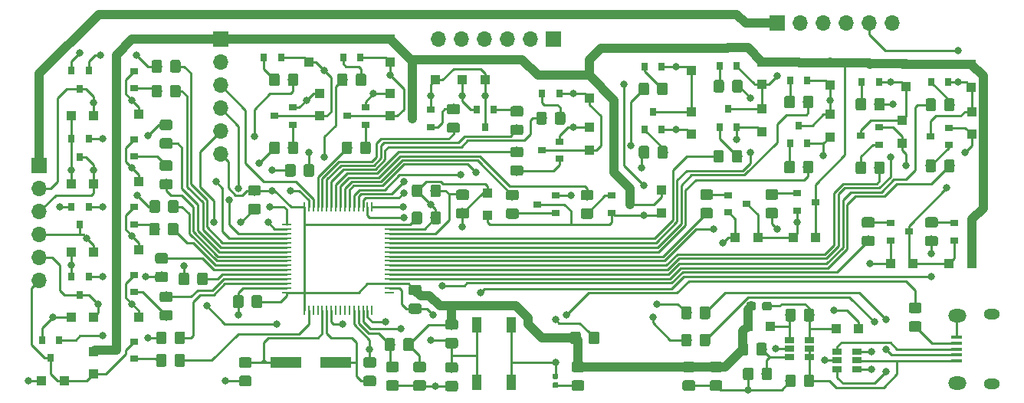
<source format=gbr>
G04 #@! TF.GenerationSoftware,KiCad,Pcbnew,(5.0.1)-3*
G04 #@! TF.CreationDate,2021-03-04T13:58:57-05:00*
G04 #@! TF.ProjectId,pilotage,70696C6F746167652E6B696361645F70,rev?*
G04 #@! TF.SameCoordinates,Original*
G04 #@! TF.FileFunction,Copper,L1,Top,Signal*
G04 #@! TF.FilePolarity,Positive*
%FSLAX46Y46*%
G04 Gerber Fmt 4.6, Leading zero omitted, Abs format (unit mm)*
G04 Created by KiCad (PCBNEW (5.0.1)-3) date 04/03/2021 13:58:57*
%MOMM*%
%LPD*%
G01*
G04 APERTURE LIST*
G04 #@! TA.AperFunction,SMDPad,CuDef*
%ADD10R,1.000000X1.000000*%
G04 #@! TD*
G04 #@! TA.AperFunction,SMDPad,CuDef*
%ADD11R,0.900000X0.800000*%
G04 #@! TD*
G04 #@! TA.AperFunction,SMDPad,CuDef*
%ADD12R,0.800000X0.900000*%
G04 #@! TD*
G04 #@! TA.AperFunction,Conductor*
%ADD13C,0.100000*%
G04 #@! TD*
G04 #@! TA.AperFunction,SMDPad,CuDef*
%ADD14C,1.150000*%
G04 #@! TD*
G04 #@! TA.AperFunction,ComponentPad*
%ADD15R,1.700000X1.700000*%
G04 #@! TD*
G04 #@! TA.AperFunction,ComponentPad*
%ADD16O,1.700000X1.700000*%
G04 #@! TD*
G04 #@! TA.AperFunction,SMDPad,CuDef*
%ADD17R,1.300000X0.450000*%
G04 #@! TD*
G04 #@! TA.AperFunction,ComponentPad*
%ADD18O,2.000000X1.450000*%
G04 #@! TD*
G04 #@! TA.AperFunction,ComponentPad*
%ADD19O,1.800000X1.150000*%
G04 #@! TD*
G04 #@! TA.AperFunction,SMDPad,CuDef*
%ADD20C,0.950000*%
G04 #@! TD*
G04 #@! TA.AperFunction,SMDPad,CuDef*
%ADD21R,1.000000X1.700000*%
G04 #@! TD*
G04 #@! TA.AperFunction,SMDPad,CuDef*
%ADD22R,0.250000X1.000000*%
G04 #@! TD*
G04 #@! TA.AperFunction,SMDPad,CuDef*
%ADD23R,1.000000X0.250000*%
G04 #@! TD*
G04 #@! TA.AperFunction,SMDPad,CuDef*
%ADD24R,1.060000X0.650000*%
G04 #@! TD*
G04 #@! TA.AperFunction,SMDPad,CuDef*
%ADD25R,3.500000X1.200000*%
G04 #@! TD*
G04 #@! TA.AperFunction,SMDPad,CuDef*
%ADD26C,0.590000*%
G04 #@! TD*
G04 #@! TA.AperFunction,ViaPad*
%ADD27C,0.800000*%
G04 #@! TD*
G04 #@! TA.AperFunction,Conductor*
%ADD28C,0.250000*%
G04 #@! TD*
G04 #@! TA.AperFunction,Conductor*
%ADD29C,1.000000*%
G04 #@! TD*
G04 APERTURE END LIST*
D10*
G04 #@! TO.P,D26,1*
G04 #@! TO.N,+5V*
X179250000Y-63000000D03*
G04 #@! TO.P,D26,2*
G04 #@! TO.N,moteur_g_3_b*
X179250000Y-65500000D03*
G04 #@! TD*
G04 #@! TO.P,D27,2*
G04 #@! TO.N,GND*
X178776870Y-71750000D03*
G04 #@! TO.P,D27,1*
G04 #@! TO.N,moteur_g_3_b*
X178776870Y-69250000D03*
G04 #@! TD*
D11*
G04 #@! TO.P,Q24,1*
G04 #@! TO.N,g3b*
X176276870Y-71899261D03*
G04 #@! TO.P,Q24,2*
G04 #@! TO.N,GND*
X176276870Y-69999261D03*
G04 #@! TO.P,Q24,3*
G04 #@! TO.N,moteur_g_3_b*
X174276870Y-70949261D03*
G04 #@! TD*
D12*
G04 #@! TO.P,Q23,3*
G04 #@! TO.N,+5V*
X175276869Y-62949261D03*
G04 #@! TO.P,Q23,2*
G04 #@! TO.N,moteur_g_3_b*
X176226869Y-64949261D03*
G04 #@! TO.P,Q23,1*
G04 #@! TO.N,g3h*
X174326869Y-64949261D03*
G04 #@! TD*
D13*
G04 #@! TO.N,Net-(R18-Pad1)*
G04 #@! TO.C,R18*
G36*
X176651375Y-66750465D02*
X176675643Y-66754065D01*
X176699442Y-66760026D01*
X176722541Y-66768291D01*
X176744720Y-66778781D01*
X176765763Y-66791393D01*
X176785469Y-66806008D01*
X176803647Y-66822484D01*
X176820123Y-66840662D01*
X176834738Y-66860368D01*
X176847350Y-66881411D01*
X176857840Y-66903590D01*
X176866105Y-66926689D01*
X176872066Y-66950488D01*
X176875666Y-66974756D01*
X176876870Y-66999260D01*
X176876870Y-67899262D01*
X176875666Y-67923766D01*
X176872066Y-67948034D01*
X176866105Y-67971833D01*
X176857840Y-67994932D01*
X176847350Y-68017111D01*
X176834738Y-68038154D01*
X176820123Y-68057860D01*
X176803647Y-68076038D01*
X176785469Y-68092514D01*
X176765763Y-68107129D01*
X176744720Y-68119741D01*
X176722541Y-68130231D01*
X176699442Y-68138496D01*
X176675643Y-68144457D01*
X176651375Y-68148057D01*
X176626871Y-68149261D01*
X175976869Y-68149261D01*
X175952365Y-68148057D01*
X175928097Y-68144457D01*
X175904298Y-68138496D01*
X175881199Y-68130231D01*
X175859020Y-68119741D01*
X175837977Y-68107129D01*
X175818271Y-68092514D01*
X175800093Y-68076038D01*
X175783617Y-68057860D01*
X175769002Y-68038154D01*
X175756390Y-68017111D01*
X175745900Y-67994932D01*
X175737635Y-67971833D01*
X175731674Y-67948034D01*
X175728074Y-67923766D01*
X175726870Y-67899262D01*
X175726870Y-66999260D01*
X175728074Y-66974756D01*
X175731674Y-66950488D01*
X175737635Y-66926689D01*
X175745900Y-66903590D01*
X175756390Y-66881411D01*
X175769002Y-66860368D01*
X175783617Y-66840662D01*
X175800093Y-66822484D01*
X175818271Y-66806008D01*
X175837977Y-66791393D01*
X175859020Y-66778781D01*
X175881199Y-66768291D01*
X175904298Y-66760026D01*
X175928097Y-66754065D01*
X175952365Y-66750465D01*
X175976869Y-66749261D01*
X176626871Y-66749261D01*
X176651375Y-66750465D01*
X176651375Y-66750465D01*
G37*
D14*
G04 #@! TD*
G04 #@! TO.P,R18,1*
G04 #@! TO.N,Net-(R18-Pad1)*
X176301870Y-67449261D03*
D13*
G04 #@! TO.N,g3h*
G04 #@! TO.C,R18*
G36*
X174601375Y-66750465D02*
X174625643Y-66754065D01*
X174649442Y-66760026D01*
X174672541Y-66768291D01*
X174694720Y-66778781D01*
X174715763Y-66791393D01*
X174735469Y-66806008D01*
X174753647Y-66822484D01*
X174770123Y-66840662D01*
X174784738Y-66860368D01*
X174797350Y-66881411D01*
X174807840Y-66903590D01*
X174816105Y-66926689D01*
X174822066Y-66950488D01*
X174825666Y-66974756D01*
X174826870Y-66999260D01*
X174826870Y-67899262D01*
X174825666Y-67923766D01*
X174822066Y-67948034D01*
X174816105Y-67971833D01*
X174807840Y-67994932D01*
X174797350Y-68017111D01*
X174784738Y-68038154D01*
X174770123Y-68057860D01*
X174753647Y-68076038D01*
X174735469Y-68092514D01*
X174715763Y-68107129D01*
X174694720Y-68119741D01*
X174672541Y-68130231D01*
X174649442Y-68138496D01*
X174625643Y-68144457D01*
X174601375Y-68148057D01*
X174576871Y-68149261D01*
X173926869Y-68149261D01*
X173902365Y-68148057D01*
X173878097Y-68144457D01*
X173854298Y-68138496D01*
X173831199Y-68130231D01*
X173809020Y-68119741D01*
X173787977Y-68107129D01*
X173768271Y-68092514D01*
X173750093Y-68076038D01*
X173733617Y-68057860D01*
X173719002Y-68038154D01*
X173706390Y-68017111D01*
X173695900Y-67994932D01*
X173687635Y-67971833D01*
X173681674Y-67948034D01*
X173678074Y-67923766D01*
X173676870Y-67899262D01*
X173676870Y-66999260D01*
X173678074Y-66974756D01*
X173681674Y-66950488D01*
X173687635Y-66926689D01*
X173695900Y-66903590D01*
X173706390Y-66881411D01*
X173719002Y-66860368D01*
X173733617Y-66840662D01*
X173750093Y-66822484D01*
X173768271Y-66806008D01*
X173787977Y-66791393D01*
X173809020Y-66778781D01*
X173831199Y-66768291D01*
X173854298Y-66760026D01*
X173878097Y-66754065D01*
X173902365Y-66750465D01*
X173926869Y-66749261D01*
X174576871Y-66749261D01*
X174601375Y-66750465D01*
X174601375Y-66750465D01*
G37*
D14*
G04 #@! TD*
G04 #@! TO.P,R18,2*
G04 #@! TO.N,g3h*
X174251870Y-67449261D03*
D13*
G04 #@! TO.N,g3b*
G04 #@! TO.C,R19*
G36*
X174601375Y-73750465D02*
X174625643Y-73754065D01*
X174649442Y-73760026D01*
X174672541Y-73768291D01*
X174694720Y-73778781D01*
X174715763Y-73791393D01*
X174735469Y-73806008D01*
X174753647Y-73822484D01*
X174770123Y-73840662D01*
X174784738Y-73860368D01*
X174797350Y-73881411D01*
X174807840Y-73903590D01*
X174816105Y-73926689D01*
X174822066Y-73950488D01*
X174825666Y-73974756D01*
X174826870Y-73999260D01*
X174826870Y-74899262D01*
X174825666Y-74923766D01*
X174822066Y-74948034D01*
X174816105Y-74971833D01*
X174807840Y-74994932D01*
X174797350Y-75017111D01*
X174784738Y-75038154D01*
X174770123Y-75057860D01*
X174753647Y-75076038D01*
X174735469Y-75092514D01*
X174715763Y-75107129D01*
X174694720Y-75119741D01*
X174672541Y-75130231D01*
X174649442Y-75138496D01*
X174625643Y-75144457D01*
X174601375Y-75148057D01*
X174576871Y-75149261D01*
X173926869Y-75149261D01*
X173902365Y-75148057D01*
X173878097Y-75144457D01*
X173854298Y-75138496D01*
X173831199Y-75130231D01*
X173809020Y-75119741D01*
X173787977Y-75107129D01*
X173768271Y-75092514D01*
X173750093Y-75076038D01*
X173733617Y-75057860D01*
X173719002Y-75038154D01*
X173706390Y-75017111D01*
X173695900Y-74994932D01*
X173687635Y-74971833D01*
X173681674Y-74948034D01*
X173678074Y-74923766D01*
X173676870Y-74899262D01*
X173676870Y-73999260D01*
X173678074Y-73974756D01*
X173681674Y-73950488D01*
X173687635Y-73926689D01*
X173695900Y-73903590D01*
X173706390Y-73881411D01*
X173719002Y-73860368D01*
X173733617Y-73840662D01*
X173750093Y-73822484D01*
X173768271Y-73806008D01*
X173787977Y-73791393D01*
X173809020Y-73778781D01*
X173831199Y-73768291D01*
X173854298Y-73760026D01*
X173878097Y-73754065D01*
X173902365Y-73750465D01*
X173926869Y-73749261D01*
X174576871Y-73749261D01*
X174601375Y-73750465D01*
X174601375Y-73750465D01*
G37*
D14*
G04 #@! TD*
G04 #@! TO.P,R19,2*
G04 #@! TO.N,g3b*
X174251870Y-74449261D03*
D13*
G04 #@! TO.N,Net-(R19-Pad1)*
G04 #@! TO.C,R19*
G36*
X176651375Y-73750465D02*
X176675643Y-73754065D01*
X176699442Y-73760026D01*
X176722541Y-73768291D01*
X176744720Y-73778781D01*
X176765763Y-73791393D01*
X176785469Y-73806008D01*
X176803647Y-73822484D01*
X176820123Y-73840662D01*
X176834738Y-73860368D01*
X176847350Y-73881411D01*
X176857840Y-73903590D01*
X176866105Y-73926689D01*
X176872066Y-73950488D01*
X176875666Y-73974756D01*
X176876870Y-73999260D01*
X176876870Y-74899262D01*
X176875666Y-74923766D01*
X176872066Y-74948034D01*
X176866105Y-74971833D01*
X176857840Y-74994932D01*
X176847350Y-75017111D01*
X176834738Y-75038154D01*
X176820123Y-75057860D01*
X176803647Y-75076038D01*
X176785469Y-75092514D01*
X176765763Y-75107129D01*
X176744720Y-75119741D01*
X176722541Y-75130231D01*
X176699442Y-75138496D01*
X176675643Y-75144457D01*
X176651375Y-75148057D01*
X176626871Y-75149261D01*
X175976869Y-75149261D01*
X175952365Y-75148057D01*
X175928097Y-75144457D01*
X175904298Y-75138496D01*
X175881199Y-75130231D01*
X175859020Y-75119741D01*
X175837977Y-75107129D01*
X175818271Y-75092514D01*
X175800093Y-75076038D01*
X175783617Y-75057860D01*
X175769002Y-75038154D01*
X175756390Y-75017111D01*
X175745900Y-74994932D01*
X175737635Y-74971833D01*
X175731674Y-74948034D01*
X175728074Y-74923766D01*
X175726870Y-74899262D01*
X175726870Y-73999260D01*
X175728074Y-73974756D01*
X175731674Y-73950488D01*
X175737635Y-73926689D01*
X175745900Y-73903590D01*
X175756390Y-73881411D01*
X175769002Y-73860368D01*
X175783617Y-73840662D01*
X175800093Y-73822484D01*
X175818271Y-73806008D01*
X175837977Y-73791393D01*
X175859020Y-73778781D01*
X175881199Y-73768291D01*
X175904298Y-73760026D01*
X175928097Y-73754065D01*
X175952365Y-73750465D01*
X175976869Y-73749261D01*
X176626871Y-73749261D01*
X176651375Y-73750465D01*
X176651375Y-73750465D01*
G37*
D14*
G04 #@! TD*
G04 #@! TO.P,R19,1*
G04 #@! TO.N,Net-(R19-Pad1)*
X176301870Y-74449261D03*
D15*
G04 #@! TO.P,J3,1*
G04 #@! TO.N,+5V*
X103500000Y-60250000D03*
D16*
G04 #@! TO.P,J3,2*
G04 #@! TO.N,GND*
X103500000Y-62790000D03*
G04 #@! TO.P,J3,3*
G04 #@! TO.N,JTMC*
X103500000Y-65330000D03*
G04 #@! TO.P,J3,4*
G04 #@! TO.N,JTCK*
X103500000Y-67870000D03*
G04 #@! TO.P,J3,5*
G04 #@! TO.N,RESET*
X103500000Y-70410000D03*
G04 #@! TO.P,J3,6*
G04 #@! TO.N,+3V3*
X103500000Y-72950000D03*
G04 #@! TD*
D13*
G04 #@! TO.N,+3V3*
G04 #@! TO.C,C3*
G36*
X107874505Y-88551204D02*
X107898773Y-88554804D01*
X107922572Y-88560765D01*
X107945671Y-88569030D01*
X107967850Y-88579520D01*
X107988893Y-88592132D01*
X108008599Y-88606747D01*
X108026777Y-88623223D01*
X108043253Y-88641401D01*
X108057868Y-88661107D01*
X108070480Y-88682150D01*
X108080970Y-88704329D01*
X108089235Y-88727428D01*
X108095196Y-88751227D01*
X108098796Y-88775495D01*
X108100000Y-88799999D01*
X108100000Y-89700001D01*
X108098796Y-89724505D01*
X108095196Y-89748773D01*
X108089235Y-89772572D01*
X108080970Y-89795671D01*
X108070480Y-89817850D01*
X108057868Y-89838893D01*
X108043253Y-89858599D01*
X108026777Y-89876777D01*
X108008599Y-89893253D01*
X107988893Y-89907868D01*
X107967850Y-89920480D01*
X107945671Y-89930970D01*
X107922572Y-89939235D01*
X107898773Y-89945196D01*
X107874505Y-89948796D01*
X107850001Y-89950000D01*
X107199999Y-89950000D01*
X107175495Y-89948796D01*
X107151227Y-89945196D01*
X107127428Y-89939235D01*
X107104329Y-89930970D01*
X107082150Y-89920480D01*
X107061107Y-89907868D01*
X107041401Y-89893253D01*
X107023223Y-89876777D01*
X107006747Y-89858599D01*
X106992132Y-89838893D01*
X106979520Y-89817850D01*
X106969030Y-89795671D01*
X106960765Y-89772572D01*
X106954804Y-89748773D01*
X106951204Y-89724505D01*
X106950000Y-89700001D01*
X106950000Y-88799999D01*
X106951204Y-88775495D01*
X106954804Y-88751227D01*
X106960765Y-88727428D01*
X106969030Y-88704329D01*
X106979520Y-88682150D01*
X106992132Y-88661107D01*
X107006747Y-88641401D01*
X107023223Y-88623223D01*
X107041401Y-88606747D01*
X107061107Y-88592132D01*
X107082150Y-88579520D01*
X107104329Y-88569030D01*
X107127428Y-88560765D01*
X107151227Y-88554804D01*
X107175495Y-88551204D01*
X107199999Y-88550000D01*
X107850001Y-88550000D01*
X107874505Y-88551204D01*
X107874505Y-88551204D01*
G37*
D14*
G04 #@! TD*
G04 #@! TO.P,C3,1*
G04 #@! TO.N,+3V3*
X107525000Y-89250000D03*
D13*
G04 #@! TO.N,GND*
G04 #@! TO.C,C3*
G36*
X105824505Y-88551204D02*
X105848773Y-88554804D01*
X105872572Y-88560765D01*
X105895671Y-88569030D01*
X105917850Y-88579520D01*
X105938893Y-88592132D01*
X105958599Y-88606747D01*
X105976777Y-88623223D01*
X105993253Y-88641401D01*
X106007868Y-88661107D01*
X106020480Y-88682150D01*
X106030970Y-88704329D01*
X106039235Y-88727428D01*
X106045196Y-88751227D01*
X106048796Y-88775495D01*
X106050000Y-88799999D01*
X106050000Y-89700001D01*
X106048796Y-89724505D01*
X106045196Y-89748773D01*
X106039235Y-89772572D01*
X106030970Y-89795671D01*
X106020480Y-89817850D01*
X106007868Y-89838893D01*
X105993253Y-89858599D01*
X105976777Y-89876777D01*
X105958599Y-89893253D01*
X105938893Y-89907868D01*
X105917850Y-89920480D01*
X105895671Y-89930970D01*
X105872572Y-89939235D01*
X105848773Y-89945196D01*
X105824505Y-89948796D01*
X105800001Y-89950000D01*
X105149999Y-89950000D01*
X105125495Y-89948796D01*
X105101227Y-89945196D01*
X105077428Y-89939235D01*
X105054329Y-89930970D01*
X105032150Y-89920480D01*
X105011107Y-89907868D01*
X104991401Y-89893253D01*
X104973223Y-89876777D01*
X104956747Y-89858599D01*
X104942132Y-89838893D01*
X104929520Y-89817850D01*
X104919030Y-89795671D01*
X104910765Y-89772572D01*
X104904804Y-89748773D01*
X104901204Y-89724505D01*
X104900000Y-89700001D01*
X104900000Y-88799999D01*
X104901204Y-88775495D01*
X104904804Y-88751227D01*
X104910765Y-88727428D01*
X104919030Y-88704329D01*
X104929520Y-88682150D01*
X104942132Y-88661107D01*
X104956747Y-88641401D01*
X104973223Y-88623223D01*
X104991401Y-88606747D01*
X105011107Y-88592132D01*
X105032150Y-88579520D01*
X105054329Y-88569030D01*
X105077428Y-88560765D01*
X105101227Y-88554804D01*
X105125495Y-88551204D01*
X105149999Y-88550000D01*
X105800001Y-88550000D01*
X105824505Y-88551204D01*
X105824505Y-88551204D01*
G37*
D14*
G04 #@! TD*
G04 #@! TO.P,C3,2*
G04 #@! TO.N,GND*
X105475000Y-89250000D03*
D13*
G04 #@! TO.N,GND*
G04 #@! TO.C,C1*
G36*
X106724505Y-97451204D02*
X106748773Y-97454804D01*
X106772572Y-97460765D01*
X106795671Y-97469030D01*
X106817850Y-97479520D01*
X106838893Y-97492132D01*
X106858599Y-97506747D01*
X106876777Y-97523223D01*
X106893253Y-97541401D01*
X106907868Y-97561107D01*
X106920480Y-97582150D01*
X106930970Y-97604329D01*
X106939235Y-97627428D01*
X106945196Y-97651227D01*
X106948796Y-97675495D01*
X106950000Y-97699999D01*
X106950000Y-98350001D01*
X106948796Y-98374505D01*
X106945196Y-98398773D01*
X106939235Y-98422572D01*
X106930970Y-98445671D01*
X106920480Y-98467850D01*
X106907868Y-98488893D01*
X106893253Y-98508599D01*
X106876777Y-98526777D01*
X106858599Y-98543253D01*
X106838893Y-98557868D01*
X106817850Y-98570480D01*
X106795671Y-98580970D01*
X106772572Y-98589235D01*
X106748773Y-98595196D01*
X106724505Y-98598796D01*
X106700001Y-98600000D01*
X105799999Y-98600000D01*
X105775495Y-98598796D01*
X105751227Y-98595196D01*
X105727428Y-98589235D01*
X105704329Y-98580970D01*
X105682150Y-98570480D01*
X105661107Y-98557868D01*
X105641401Y-98543253D01*
X105623223Y-98526777D01*
X105606747Y-98508599D01*
X105592132Y-98488893D01*
X105579520Y-98467850D01*
X105569030Y-98445671D01*
X105560765Y-98422572D01*
X105554804Y-98398773D01*
X105551204Y-98374505D01*
X105550000Y-98350001D01*
X105550000Y-97699999D01*
X105551204Y-97675495D01*
X105554804Y-97651227D01*
X105560765Y-97627428D01*
X105569030Y-97604329D01*
X105579520Y-97582150D01*
X105592132Y-97561107D01*
X105606747Y-97541401D01*
X105623223Y-97523223D01*
X105641401Y-97506747D01*
X105661107Y-97492132D01*
X105682150Y-97479520D01*
X105704329Y-97469030D01*
X105727428Y-97460765D01*
X105751227Y-97454804D01*
X105775495Y-97451204D01*
X105799999Y-97450000D01*
X106700001Y-97450000D01*
X106724505Y-97451204D01*
X106724505Y-97451204D01*
G37*
D14*
G04 #@! TD*
G04 #@! TO.P,C1,2*
G04 #@! TO.N,GND*
X106250000Y-98025000D03*
D13*
G04 #@! TO.N,Net-(C1-Pad1)*
G04 #@! TO.C,C1*
G36*
X106724505Y-95401204D02*
X106748773Y-95404804D01*
X106772572Y-95410765D01*
X106795671Y-95419030D01*
X106817850Y-95429520D01*
X106838893Y-95442132D01*
X106858599Y-95456747D01*
X106876777Y-95473223D01*
X106893253Y-95491401D01*
X106907868Y-95511107D01*
X106920480Y-95532150D01*
X106930970Y-95554329D01*
X106939235Y-95577428D01*
X106945196Y-95601227D01*
X106948796Y-95625495D01*
X106950000Y-95649999D01*
X106950000Y-96300001D01*
X106948796Y-96324505D01*
X106945196Y-96348773D01*
X106939235Y-96372572D01*
X106930970Y-96395671D01*
X106920480Y-96417850D01*
X106907868Y-96438893D01*
X106893253Y-96458599D01*
X106876777Y-96476777D01*
X106858599Y-96493253D01*
X106838893Y-96507868D01*
X106817850Y-96520480D01*
X106795671Y-96530970D01*
X106772572Y-96539235D01*
X106748773Y-96545196D01*
X106724505Y-96548796D01*
X106700001Y-96550000D01*
X105799999Y-96550000D01*
X105775495Y-96548796D01*
X105751227Y-96545196D01*
X105727428Y-96539235D01*
X105704329Y-96530970D01*
X105682150Y-96520480D01*
X105661107Y-96507868D01*
X105641401Y-96493253D01*
X105623223Y-96476777D01*
X105606747Y-96458599D01*
X105592132Y-96438893D01*
X105579520Y-96417850D01*
X105569030Y-96395671D01*
X105560765Y-96372572D01*
X105554804Y-96348773D01*
X105551204Y-96324505D01*
X105550000Y-96300001D01*
X105550000Y-95649999D01*
X105551204Y-95625495D01*
X105554804Y-95601227D01*
X105560765Y-95577428D01*
X105569030Y-95554329D01*
X105579520Y-95532150D01*
X105592132Y-95511107D01*
X105606747Y-95491401D01*
X105623223Y-95473223D01*
X105641401Y-95456747D01*
X105661107Y-95442132D01*
X105682150Y-95429520D01*
X105704329Y-95419030D01*
X105727428Y-95410765D01*
X105751227Y-95404804D01*
X105775495Y-95401204D01*
X105799999Y-95400000D01*
X106700001Y-95400000D01*
X106724505Y-95401204D01*
X106724505Y-95401204D01*
G37*
D14*
G04 #@! TD*
G04 #@! TO.P,C1,1*
G04 #@! TO.N,Net-(C1-Pad1)*
X106250000Y-95975000D03*
D13*
G04 #@! TO.N,GND*
G04 #@! TO.C,C2*
G36*
X113624505Y-74051204D02*
X113648773Y-74054804D01*
X113672572Y-74060765D01*
X113695671Y-74069030D01*
X113717850Y-74079520D01*
X113738893Y-74092132D01*
X113758599Y-74106747D01*
X113776777Y-74123223D01*
X113793253Y-74141401D01*
X113807868Y-74161107D01*
X113820480Y-74182150D01*
X113830970Y-74204329D01*
X113839235Y-74227428D01*
X113845196Y-74251227D01*
X113848796Y-74275495D01*
X113850000Y-74299999D01*
X113850000Y-75200001D01*
X113848796Y-75224505D01*
X113845196Y-75248773D01*
X113839235Y-75272572D01*
X113830970Y-75295671D01*
X113820480Y-75317850D01*
X113807868Y-75338893D01*
X113793253Y-75358599D01*
X113776777Y-75376777D01*
X113758599Y-75393253D01*
X113738893Y-75407868D01*
X113717850Y-75420480D01*
X113695671Y-75430970D01*
X113672572Y-75439235D01*
X113648773Y-75445196D01*
X113624505Y-75448796D01*
X113600001Y-75450000D01*
X112949999Y-75450000D01*
X112925495Y-75448796D01*
X112901227Y-75445196D01*
X112877428Y-75439235D01*
X112854329Y-75430970D01*
X112832150Y-75420480D01*
X112811107Y-75407868D01*
X112791401Y-75393253D01*
X112773223Y-75376777D01*
X112756747Y-75358599D01*
X112742132Y-75338893D01*
X112729520Y-75317850D01*
X112719030Y-75295671D01*
X112710765Y-75272572D01*
X112704804Y-75248773D01*
X112701204Y-75224505D01*
X112700000Y-75200001D01*
X112700000Y-74299999D01*
X112701204Y-74275495D01*
X112704804Y-74251227D01*
X112710765Y-74227428D01*
X112719030Y-74204329D01*
X112729520Y-74182150D01*
X112742132Y-74161107D01*
X112756747Y-74141401D01*
X112773223Y-74123223D01*
X112791401Y-74106747D01*
X112811107Y-74092132D01*
X112832150Y-74079520D01*
X112854329Y-74069030D01*
X112877428Y-74060765D01*
X112901227Y-74054804D01*
X112925495Y-74051204D01*
X112949999Y-74050000D01*
X113600001Y-74050000D01*
X113624505Y-74051204D01*
X113624505Y-74051204D01*
G37*
D14*
G04 #@! TD*
G04 #@! TO.P,C2,2*
G04 #@! TO.N,GND*
X113275000Y-74750000D03*
D13*
G04 #@! TO.N,+3V3*
G04 #@! TO.C,C2*
G36*
X111574505Y-74051204D02*
X111598773Y-74054804D01*
X111622572Y-74060765D01*
X111645671Y-74069030D01*
X111667850Y-74079520D01*
X111688893Y-74092132D01*
X111708599Y-74106747D01*
X111726777Y-74123223D01*
X111743253Y-74141401D01*
X111757868Y-74161107D01*
X111770480Y-74182150D01*
X111780970Y-74204329D01*
X111789235Y-74227428D01*
X111795196Y-74251227D01*
X111798796Y-74275495D01*
X111800000Y-74299999D01*
X111800000Y-75200001D01*
X111798796Y-75224505D01*
X111795196Y-75248773D01*
X111789235Y-75272572D01*
X111780970Y-75295671D01*
X111770480Y-75317850D01*
X111757868Y-75338893D01*
X111743253Y-75358599D01*
X111726777Y-75376777D01*
X111708599Y-75393253D01*
X111688893Y-75407868D01*
X111667850Y-75420480D01*
X111645671Y-75430970D01*
X111622572Y-75439235D01*
X111598773Y-75445196D01*
X111574505Y-75448796D01*
X111550001Y-75450000D01*
X110899999Y-75450000D01*
X110875495Y-75448796D01*
X110851227Y-75445196D01*
X110827428Y-75439235D01*
X110804329Y-75430970D01*
X110782150Y-75420480D01*
X110761107Y-75407868D01*
X110741401Y-75393253D01*
X110723223Y-75376777D01*
X110706747Y-75358599D01*
X110692132Y-75338893D01*
X110679520Y-75317850D01*
X110669030Y-75295671D01*
X110660765Y-75272572D01*
X110654804Y-75248773D01*
X110651204Y-75224505D01*
X110650000Y-75200001D01*
X110650000Y-74299999D01*
X110651204Y-74275495D01*
X110654804Y-74251227D01*
X110660765Y-74227428D01*
X110669030Y-74204329D01*
X110679520Y-74182150D01*
X110692132Y-74161107D01*
X110706747Y-74141401D01*
X110723223Y-74123223D01*
X110741401Y-74106747D01*
X110761107Y-74092132D01*
X110782150Y-74079520D01*
X110804329Y-74069030D01*
X110827428Y-74060765D01*
X110851227Y-74054804D01*
X110875495Y-74051204D01*
X110899999Y-74050000D01*
X111550001Y-74050000D01*
X111574505Y-74051204D01*
X111574505Y-74051204D01*
G37*
D14*
G04 #@! TD*
G04 #@! TO.P,C2,1*
G04 #@! TO.N,+3V3*
X111225000Y-74750000D03*
D13*
G04 #@! TO.N,Net-(C4-Pad1)*
G04 #@! TO.C,C4*
G36*
X120474505Y-97451204D02*
X120498773Y-97454804D01*
X120522572Y-97460765D01*
X120545671Y-97469030D01*
X120567850Y-97479520D01*
X120588893Y-97492132D01*
X120608599Y-97506747D01*
X120626777Y-97523223D01*
X120643253Y-97541401D01*
X120657868Y-97561107D01*
X120670480Y-97582150D01*
X120680970Y-97604329D01*
X120689235Y-97627428D01*
X120695196Y-97651227D01*
X120698796Y-97675495D01*
X120700000Y-97699999D01*
X120700000Y-98350001D01*
X120698796Y-98374505D01*
X120695196Y-98398773D01*
X120689235Y-98422572D01*
X120680970Y-98445671D01*
X120670480Y-98467850D01*
X120657868Y-98488893D01*
X120643253Y-98508599D01*
X120626777Y-98526777D01*
X120608599Y-98543253D01*
X120588893Y-98557868D01*
X120567850Y-98570480D01*
X120545671Y-98580970D01*
X120522572Y-98589235D01*
X120498773Y-98595196D01*
X120474505Y-98598796D01*
X120450001Y-98600000D01*
X119549999Y-98600000D01*
X119525495Y-98598796D01*
X119501227Y-98595196D01*
X119477428Y-98589235D01*
X119454329Y-98580970D01*
X119432150Y-98570480D01*
X119411107Y-98557868D01*
X119391401Y-98543253D01*
X119373223Y-98526777D01*
X119356747Y-98508599D01*
X119342132Y-98488893D01*
X119329520Y-98467850D01*
X119319030Y-98445671D01*
X119310765Y-98422572D01*
X119304804Y-98398773D01*
X119301204Y-98374505D01*
X119300000Y-98350001D01*
X119300000Y-97699999D01*
X119301204Y-97675495D01*
X119304804Y-97651227D01*
X119310765Y-97627428D01*
X119319030Y-97604329D01*
X119329520Y-97582150D01*
X119342132Y-97561107D01*
X119356747Y-97541401D01*
X119373223Y-97523223D01*
X119391401Y-97506747D01*
X119411107Y-97492132D01*
X119432150Y-97479520D01*
X119454329Y-97469030D01*
X119477428Y-97460765D01*
X119501227Y-97454804D01*
X119525495Y-97451204D01*
X119549999Y-97450000D01*
X120450001Y-97450000D01*
X120474505Y-97451204D01*
X120474505Y-97451204D01*
G37*
D14*
G04 #@! TD*
G04 #@! TO.P,C4,1*
G04 #@! TO.N,Net-(C4-Pad1)*
X120000000Y-98025000D03*
D13*
G04 #@! TO.N,GND*
G04 #@! TO.C,C4*
G36*
X120474505Y-95401204D02*
X120498773Y-95404804D01*
X120522572Y-95410765D01*
X120545671Y-95419030D01*
X120567850Y-95429520D01*
X120588893Y-95442132D01*
X120608599Y-95456747D01*
X120626777Y-95473223D01*
X120643253Y-95491401D01*
X120657868Y-95511107D01*
X120670480Y-95532150D01*
X120680970Y-95554329D01*
X120689235Y-95577428D01*
X120695196Y-95601227D01*
X120698796Y-95625495D01*
X120700000Y-95649999D01*
X120700000Y-96300001D01*
X120698796Y-96324505D01*
X120695196Y-96348773D01*
X120689235Y-96372572D01*
X120680970Y-96395671D01*
X120670480Y-96417850D01*
X120657868Y-96438893D01*
X120643253Y-96458599D01*
X120626777Y-96476777D01*
X120608599Y-96493253D01*
X120588893Y-96507868D01*
X120567850Y-96520480D01*
X120545671Y-96530970D01*
X120522572Y-96539235D01*
X120498773Y-96545196D01*
X120474505Y-96548796D01*
X120450001Y-96550000D01*
X119549999Y-96550000D01*
X119525495Y-96548796D01*
X119501227Y-96545196D01*
X119477428Y-96539235D01*
X119454329Y-96530970D01*
X119432150Y-96520480D01*
X119411107Y-96507868D01*
X119391401Y-96493253D01*
X119373223Y-96476777D01*
X119356747Y-96458599D01*
X119342132Y-96438893D01*
X119329520Y-96417850D01*
X119319030Y-96395671D01*
X119310765Y-96372572D01*
X119304804Y-96348773D01*
X119301204Y-96324505D01*
X119300000Y-96300001D01*
X119300000Y-95649999D01*
X119301204Y-95625495D01*
X119304804Y-95601227D01*
X119310765Y-95577428D01*
X119319030Y-95554329D01*
X119329520Y-95532150D01*
X119342132Y-95511107D01*
X119356747Y-95491401D01*
X119373223Y-95473223D01*
X119391401Y-95456747D01*
X119411107Y-95442132D01*
X119432150Y-95429520D01*
X119454329Y-95419030D01*
X119477428Y-95410765D01*
X119501227Y-95404804D01*
X119525495Y-95401204D01*
X119549999Y-95400000D01*
X120450001Y-95400000D01*
X120474505Y-95401204D01*
X120474505Y-95401204D01*
G37*
D14*
G04 #@! TD*
G04 #@! TO.P,C4,2*
G04 #@! TO.N,GND*
X120000000Y-95975000D03*
D13*
G04 #@! TO.N,RESET*
G04 #@! TO.C,C5*
G36*
X129519952Y-95964822D02*
X129544220Y-95968422D01*
X129568019Y-95974383D01*
X129591118Y-95982648D01*
X129613297Y-95993138D01*
X129634340Y-96005750D01*
X129654046Y-96020365D01*
X129672224Y-96036841D01*
X129688700Y-96055019D01*
X129703315Y-96074725D01*
X129715927Y-96095768D01*
X129726417Y-96117947D01*
X129734682Y-96141046D01*
X129740643Y-96164845D01*
X129744243Y-96189113D01*
X129745447Y-96213617D01*
X129745447Y-96863619D01*
X129744243Y-96888123D01*
X129740643Y-96912391D01*
X129734682Y-96936190D01*
X129726417Y-96959289D01*
X129715927Y-96981468D01*
X129703315Y-97002511D01*
X129688700Y-97022217D01*
X129672224Y-97040395D01*
X129654046Y-97056871D01*
X129634340Y-97071486D01*
X129613297Y-97084098D01*
X129591118Y-97094588D01*
X129568019Y-97102853D01*
X129544220Y-97108814D01*
X129519952Y-97112414D01*
X129495448Y-97113618D01*
X128595446Y-97113618D01*
X128570942Y-97112414D01*
X128546674Y-97108814D01*
X128522875Y-97102853D01*
X128499776Y-97094588D01*
X128477597Y-97084098D01*
X128456554Y-97071486D01*
X128436848Y-97056871D01*
X128418670Y-97040395D01*
X128402194Y-97022217D01*
X128387579Y-97002511D01*
X128374967Y-96981468D01*
X128364477Y-96959289D01*
X128356212Y-96936190D01*
X128350251Y-96912391D01*
X128346651Y-96888123D01*
X128345447Y-96863619D01*
X128345447Y-96213617D01*
X128346651Y-96189113D01*
X128350251Y-96164845D01*
X128356212Y-96141046D01*
X128364477Y-96117947D01*
X128374967Y-96095768D01*
X128387579Y-96074725D01*
X128402194Y-96055019D01*
X128418670Y-96036841D01*
X128436848Y-96020365D01*
X128456554Y-96005750D01*
X128477597Y-95993138D01*
X128499776Y-95982648D01*
X128522875Y-95974383D01*
X128546674Y-95968422D01*
X128570942Y-95964822D01*
X128595446Y-95963618D01*
X129495448Y-95963618D01*
X129519952Y-95964822D01*
X129519952Y-95964822D01*
G37*
D14*
G04 #@! TD*
G04 #@! TO.P,C5,1*
G04 #@! TO.N,RESET*
X129045447Y-96538618D03*
D13*
G04 #@! TO.N,GND*
G04 #@! TO.C,C5*
G36*
X129519952Y-98014822D02*
X129544220Y-98018422D01*
X129568019Y-98024383D01*
X129591118Y-98032648D01*
X129613297Y-98043138D01*
X129634340Y-98055750D01*
X129654046Y-98070365D01*
X129672224Y-98086841D01*
X129688700Y-98105019D01*
X129703315Y-98124725D01*
X129715927Y-98145768D01*
X129726417Y-98167947D01*
X129734682Y-98191046D01*
X129740643Y-98214845D01*
X129744243Y-98239113D01*
X129745447Y-98263617D01*
X129745447Y-98913619D01*
X129744243Y-98938123D01*
X129740643Y-98962391D01*
X129734682Y-98986190D01*
X129726417Y-99009289D01*
X129715927Y-99031468D01*
X129703315Y-99052511D01*
X129688700Y-99072217D01*
X129672224Y-99090395D01*
X129654046Y-99106871D01*
X129634340Y-99121486D01*
X129613297Y-99134098D01*
X129591118Y-99144588D01*
X129568019Y-99152853D01*
X129544220Y-99158814D01*
X129519952Y-99162414D01*
X129495448Y-99163618D01*
X128595446Y-99163618D01*
X128570942Y-99162414D01*
X128546674Y-99158814D01*
X128522875Y-99152853D01*
X128499776Y-99144588D01*
X128477597Y-99134098D01*
X128456554Y-99121486D01*
X128436848Y-99106871D01*
X128418670Y-99090395D01*
X128402194Y-99072217D01*
X128387579Y-99052511D01*
X128374967Y-99031468D01*
X128364477Y-99009289D01*
X128356212Y-98986190D01*
X128350251Y-98962391D01*
X128346651Y-98938123D01*
X128345447Y-98913619D01*
X128345447Y-98263617D01*
X128346651Y-98239113D01*
X128350251Y-98214845D01*
X128356212Y-98191046D01*
X128364477Y-98167947D01*
X128374967Y-98145768D01*
X128387579Y-98124725D01*
X128402194Y-98105019D01*
X128418670Y-98086841D01*
X128436848Y-98070365D01*
X128456554Y-98055750D01*
X128477597Y-98043138D01*
X128499776Y-98032648D01*
X128522875Y-98024383D01*
X128546674Y-98018422D01*
X128570942Y-98014822D01*
X128595446Y-98013618D01*
X129495448Y-98013618D01*
X129519952Y-98014822D01*
X129519952Y-98014822D01*
G37*
D14*
G04 #@! TD*
G04 #@! TO.P,C5,2*
G04 #@! TO.N,GND*
X129045447Y-98588618D03*
D13*
G04 #@! TO.N,GND*
G04 #@! TO.C,C6*
G36*
X125474505Y-89451204D02*
X125498773Y-89454804D01*
X125522572Y-89460765D01*
X125545671Y-89469030D01*
X125567850Y-89479520D01*
X125588893Y-89492132D01*
X125608599Y-89506747D01*
X125626777Y-89523223D01*
X125643253Y-89541401D01*
X125657868Y-89561107D01*
X125670480Y-89582150D01*
X125680970Y-89604329D01*
X125689235Y-89627428D01*
X125695196Y-89651227D01*
X125698796Y-89675495D01*
X125700000Y-89699999D01*
X125700000Y-90350001D01*
X125698796Y-90374505D01*
X125695196Y-90398773D01*
X125689235Y-90422572D01*
X125680970Y-90445671D01*
X125670480Y-90467850D01*
X125657868Y-90488893D01*
X125643253Y-90508599D01*
X125626777Y-90526777D01*
X125608599Y-90543253D01*
X125588893Y-90557868D01*
X125567850Y-90570480D01*
X125545671Y-90580970D01*
X125522572Y-90589235D01*
X125498773Y-90595196D01*
X125474505Y-90598796D01*
X125450001Y-90600000D01*
X124549999Y-90600000D01*
X124525495Y-90598796D01*
X124501227Y-90595196D01*
X124477428Y-90589235D01*
X124454329Y-90580970D01*
X124432150Y-90570480D01*
X124411107Y-90557868D01*
X124391401Y-90543253D01*
X124373223Y-90526777D01*
X124356747Y-90508599D01*
X124342132Y-90488893D01*
X124329520Y-90467850D01*
X124319030Y-90445671D01*
X124310765Y-90422572D01*
X124304804Y-90398773D01*
X124301204Y-90374505D01*
X124300000Y-90350001D01*
X124300000Y-89699999D01*
X124301204Y-89675495D01*
X124304804Y-89651227D01*
X124310765Y-89627428D01*
X124319030Y-89604329D01*
X124329520Y-89582150D01*
X124342132Y-89561107D01*
X124356747Y-89541401D01*
X124373223Y-89523223D01*
X124391401Y-89506747D01*
X124411107Y-89492132D01*
X124432150Y-89479520D01*
X124454329Y-89469030D01*
X124477428Y-89460765D01*
X124501227Y-89454804D01*
X124525495Y-89451204D01*
X124549999Y-89450000D01*
X125450001Y-89450000D01*
X125474505Y-89451204D01*
X125474505Y-89451204D01*
G37*
D14*
G04 #@! TD*
G04 #@! TO.P,C6,2*
G04 #@! TO.N,GND*
X125000000Y-90025000D03*
D13*
G04 #@! TO.N,+3V3*
G04 #@! TO.C,C6*
G36*
X125474505Y-87401204D02*
X125498773Y-87404804D01*
X125522572Y-87410765D01*
X125545671Y-87419030D01*
X125567850Y-87429520D01*
X125588893Y-87442132D01*
X125608599Y-87456747D01*
X125626777Y-87473223D01*
X125643253Y-87491401D01*
X125657868Y-87511107D01*
X125670480Y-87532150D01*
X125680970Y-87554329D01*
X125689235Y-87577428D01*
X125695196Y-87601227D01*
X125698796Y-87625495D01*
X125700000Y-87649999D01*
X125700000Y-88300001D01*
X125698796Y-88324505D01*
X125695196Y-88348773D01*
X125689235Y-88372572D01*
X125680970Y-88395671D01*
X125670480Y-88417850D01*
X125657868Y-88438893D01*
X125643253Y-88458599D01*
X125626777Y-88476777D01*
X125608599Y-88493253D01*
X125588893Y-88507868D01*
X125567850Y-88520480D01*
X125545671Y-88530970D01*
X125522572Y-88539235D01*
X125498773Y-88545196D01*
X125474505Y-88548796D01*
X125450001Y-88550000D01*
X124549999Y-88550000D01*
X124525495Y-88548796D01*
X124501227Y-88545196D01*
X124477428Y-88539235D01*
X124454329Y-88530970D01*
X124432150Y-88520480D01*
X124411107Y-88507868D01*
X124391401Y-88493253D01*
X124373223Y-88476777D01*
X124356747Y-88458599D01*
X124342132Y-88438893D01*
X124329520Y-88417850D01*
X124319030Y-88395671D01*
X124310765Y-88372572D01*
X124304804Y-88348773D01*
X124301204Y-88324505D01*
X124300000Y-88300001D01*
X124300000Y-87649999D01*
X124301204Y-87625495D01*
X124304804Y-87601227D01*
X124310765Y-87577428D01*
X124319030Y-87554329D01*
X124329520Y-87532150D01*
X124342132Y-87511107D01*
X124356747Y-87491401D01*
X124373223Y-87473223D01*
X124391401Y-87456747D01*
X124411107Y-87442132D01*
X124432150Y-87429520D01*
X124454329Y-87419030D01*
X124477428Y-87410765D01*
X124501227Y-87404804D01*
X124525495Y-87401204D01*
X124549999Y-87400000D01*
X125450001Y-87400000D01*
X125474505Y-87401204D01*
X125474505Y-87401204D01*
G37*
D14*
G04 #@! TD*
G04 #@! TO.P,C6,1*
G04 #@! TO.N,+3V3*
X125000000Y-87975000D03*
D13*
G04 #@! TO.N,+3V3*
G04 #@! TO.C,C7*
G36*
X125574505Y-79301204D02*
X125598773Y-79304804D01*
X125622572Y-79310765D01*
X125645671Y-79319030D01*
X125667850Y-79329520D01*
X125688893Y-79342132D01*
X125708599Y-79356747D01*
X125726777Y-79373223D01*
X125743253Y-79391401D01*
X125757868Y-79411107D01*
X125770480Y-79432150D01*
X125780970Y-79454329D01*
X125789235Y-79477428D01*
X125795196Y-79501227D01*
X125798796Y-79525495D01*
X125800000Y-79549999D01*
X125800000Y-80450001D01*
X125798796Y-80474505D01*
X125795196Y-80498773D01*
X125789235Y-80522572D01*
X125780970Y-80545671D01*
X125770480Y-80567850D01*
X125757868Y-80588893D01*
X125743253Y-80608599D01*
X125726777Y-80626777D01*
X125708599Y-80643253D01*
X125688893Y-80657868D01*
X125667850Y-80670480D01*
X125645671Y-80680970D01*
X125622572Y-80689235D01*
X125598773Y-80695196D01*
X125574505Y-80698796D01*
X125550001Y-80700000D01*
X124899999Y-80700000D01*
X124875495Y-80698796D01*
X124851227Y-80695196D01*
X124827428Y-80689235D01*
X124804329Y-80680970D01*
X124782150Y-80670480D01*
X124761107Y-80657868D01*
X124741401Y-80643253D01*
X124723223Y-80626777D01*
X124706747Y-80608599D01*
X124692132Y-80588893D01*
X124679520Y-80567850D01*
X124669030Y-80545671D01*
X124660765Y-80522572D01*
X124654804Y-80498773D01*
X124651204Y-80474505D01*
X124650000Y-80450001D01*
X124650000Y-79549999D01*
X124651204Y-79525495D01*
X124654804Y-79501227D01*
X124660765Y-79477428D01*
X124669030Y-79454329D01*
X124679520Y-79432150D01*
X124692132Y-79411107D01*
X124706747Y-79391401D01*
X124723223Y-79373223D01*
X124741401Y-79356747D01*
X124761107Y-79342132D01*
X124782150Y-79329520D01*
X124804329Y-79319030D01*
X124827428Y-79310765D01*
X124851227Y-79304804D01*
X124875495Y-79301204D01*
X124899999Y-79300000D01*
X125550001Y-79300000D01*
X125574505Y-79301204D01*
X125574505Y-79301204D01*
G37*
D14*
G04 #@! TD*
G04 #@! TO.P,C7,1*
G04 #@! TO.N,+3V3*
X125225000Y-80000000D03*
D13*
G04 #@! TO.N,GND*
G04 #@! TO.C,C7*
G36*
X127624505Y-79301204D02*
X127648773Y-79304804D01*
X127672572Y-79310765D01*
X127695671Y-79319030D01*
X127717850Y-79329520D01*
X127738893Y-79342132D01*
X127758599Y-79356747D01*
X127776777Y-79373223D01*
X127793253Y-79391401D01*
X127807868Y-79411107D01*
X127820480Y-79432150D01*
X127830970Y-79454329D01*
X127839235Y-79477428D01*
X127845196Y-79501227D01*
X127848796Y-79525495D01*
X127850000Y-79549999D01*
X127850000Y-80450001D01*
X127848796Y-80474505D01*
X127845196Y-80498773D01*
X127839235Y-80522572D01*
X127830970Y-80545671D01*
X127820480Y-80567850D01*
X127807868Y-80588893D01*
X127793253Y-80608599D01*
X127776777Y-80626777D01*
X127758599Y-80643253D01*
X127738893Y-80657868D01*
X127717850Y-80670480D01*
X127695671Y-80680970D01*
X127672572Y-80689235D01*
X127648773Y-80695196D01*
X127624505Y-80698796D01*
X127600001Y-80700000D01*
X126949999Y-80700000D01*
X126925495Y-80698796D01*
X126901227Y-80695196D01*
X126877428Y-80689235D01*
X126854329Y-80680970D01*
X126832150Y-80670480D01*
X126811107Y-80657868D01*
X126791401Y-80643253D01*
X126773223Y-80626777D01*
X126756747Y-80608599D01*
X126742132Y-80588893D01*
X126729520Y-80567850D01*
X126719030Y-80545671D01*
X126710765Y-80522572D01*
X126704804Y-80498773D01*
X126701204Y-80474505D01*
X126700000Y-80450001D01*
X126700000Y-79549999D01*
X126701204Y-79525495D01*
X126704804Y-79501227D01*
X126710765Y-79477428D01*
X126719030Y-79454329D01*
X126729520Y-79432150D01*
X126742132Y-79411107D01*
X126756747Y-79391401D01*
X126773223Y-79373223D01*
X126791401Y-79356747D01*
X126811107Y-79342132D01*
X126832150Y-79329520D01*
X126854329Y-79319030D01*
X126877428Y-79310765D01*
X126901227Y-79304804D01*
X126925495Y-79301204D01*
X126949999Y-79300000D01*
X127600001Y-79300000D01*
X127624505Y-79301204D01*
X127624505Y-79301204D01*
G37*
D14*
G04 #@! TD*
G04 #@! TO.P,C7,2*
G04 #@! TO.N,GND*
X127275000Y-80000000D03*
D13*
G04 #@! TO.N,GND*
G04 #@! TO.C,C8*
G36*
X125574505Y-76301204D02*
X125598773Y-76304804D01*
X125622572Y-76310765D01*
X125645671Y-76319030D01*
X125667850Y-76329520D01*
X125688893Y-76342132D01*
X125708599Y-76356747D01*
X125726777Y-76373223D01*
X125743253Y-76391401D01*
X125757868Y-76411107D01*
X125770480Y-76432150D01*
X125780970Y-76454329D01*
X125789235Y-76477428D01*
X125795196Y-76501227D01*
X125798796Y-76525495D01*
X125800000Y-76549999D01*
X125800000Y-77450001D01*
X125798796Y-77474505D01*
X125795196Y-77498773D01*
X125789235Y-77522572D01*
X125780970Y-77545671D01*
X125770480Y-77567850D01*
X125757868Y-77588893D01*
X125743253Y-77608599D01*
X125726777Y-77626777D01*
X125708599Y-77643253D01*
X125688893Y-77657868D01*
X125667850Y-77670480D01*
X125645671Y-77680970D01*
X125622572Y-77689235D01*
X125598773Y-77695196D01*
X125574505Y-77698796D01*
X125550001Y-77700000D01*
X124899999Y-77700000D01*
X124875495Y-77698796D01*
X124851227Y-77695196D01*
X124827428Y-77689235D01*
X124804329Y-77680970D01*
X124782150Y-77670480D01*
X124761107Y-77657868D01*
X124741401Y-77643253D01*
X124723223Y-77626777D01*
X124706747Y-77608599D01*
X124692132Y-77588893D01*
X124679520Y-77567850D01*
X124669030Y-77545671D01*
X124660765Y-77522572D01*
X124654804Y-77498773D01*
X124651204Y-77474505D01*
X124650000Y-77450001D01*
X124650000Y-76549999D01*
X124651204Y-76525495D01*
X124654804Y-76501227D01*
X124660765Y-76477428D01*
X124669030Y-76454329D01*
X124679520Y-76432150D01*
X124692132Y-76411107D01*
X124706747Y-76391401D01*
X124723223Y-76373223D01*
X124741401Y-76356747D01*
X124761107Y-76342132D01*
X124782150Y-76329520D01*
X124804329Y-76319030D01*
X124827428Y-76310765D01*
X124851227Y-76304804D01*
X124875495Y-76301204D01*
X124899999Y-76300000D01*
X125550001Y-76300000D01*
X125574505Y-76301204D01*
X125574505Y-76301204D01*
G37*
D14*
G04 #@! TD*
G04 #@! TO.P,C8,2*
G04 #@! TO.N,GND*
X125225000Y-77000000D03*
D13*
G04 #@! TO.N,Net-(C10-Pad1)*
G04 #@! TO.C,C8*
G36*
X127624505Y-76301204D02*
X127648773Y-76304804D01*
X127672572Y-76310765D01*
X127695671Y-76319030D01*
X127717850Y-76329520D01*
X127738893Y-76342132D01*
X127758599Y-76356747D01*
X127776777Y-76373223D01*
X127793253Y-76391401D01*
X127807868Y-76411107D01*
X127820480Y-76432150D01*
X127830970Y-76454329D01*
X127839235Y-76477428D01*
X127845196Y-76501227D01*
X127848796Y-76525495D01*
X127850000Y-76549999D01*
X127850000Y-77450001D01*
X127848796Y-77474505D01*
X127845196Y-77498773D01*
X127839235Y-77522572D01*
X127830970Y-77545671D01*
X127820480Y-77567850D01*
X127807868Y-77588893D01*
X127793253Y-77608599D01*
X127776777Y-77626777D01*
X127758599Y-77643253D01*
X127738893Y-77657868D01*
X127717850Y-77670480D01*
X127695671Y-77680970D01*
X127672572Y-77689235D01*
X127648773Y-77695196D01*
X127624505Y-77698796D01*
X127600001Y-77700000D01*
X126949999Y-77700000D01*
X126925495Y-77698796D01*
X126901227Y-77695196D01*
X126877428Y-77689235D01*
X126854329Y-77680970D01*
X126832150Y-77670480D01*
X126811107Y-77657868D01*
X126791401Y-77643253D01*
X126773223Y-77626777D01*
X126756747Y-77608599D01*
X126742132Y-77588893D01*
X126729520Y-77567850D01*
X126719030Y-77545671D01*
X126710765Y-77522572D01*
X126704804Y-77498773D01*
X126701204Y-77474505D01*
X126700000Y-77450001D01*
X126700000Y-76549999D01*
X126701204Y-76525495D01*
X126704804Y-76501227D01*
X126710765Y-76477428D01*
X126719030Y-76454329D01*
X126729520Y-76432150D01*
X126742132Y-76411107D01*
X126756747Y-76391401D01*
X126773223Y-76373223D01*
X126791401Y-76356747D01*
X126811107Y-76342132D01*
X126832150Y-76329520D01*
X126854329Y-76319030D01*
X126877428Y-76310765D01*
X126901227Y-76304804D01*
X126925495Y-76301204D01*
X126949999Y-76300000D01*
X127600001Y-76300000D01*
X127624505Y-76301204D01*
X127624505Y-76301204D01*
G37*
D14*
G04 #@! TD*
G04 #@! TO.P,C8,1*
G04 #@! TO.N,Net-(C10-Pad1)*
X127275000Y-77000000D03*
D13*
G04 #@! TO.N,GND*
G04 #@! TO.C,C9*
G36*
X107724505Y-78451204D02*
X107748773Y-78454804D01*
X107772572Y-78460765D01*
X107795671Y-78469030D01*
X107817850Y-78479520D01*
X107838893Y-78492132D01*
X107858599Y-78506747D01*
X107876777Y-78523223D01*
X107893253Y-78541401D01*
X107907868Y-78561107D01*
X107920480Y-78582150D01*
X107930970Y-78604329D01*
X107939235Y-78627428D01*
X107945196Y-78651227D01*
X107948796Y-78675495D01*
X107950000Y-78699999D01*
X107950000Y-79350001D01*
X107948796Y-79374505D01*
X107945196Y-79398773D01*
X107939235Y-79422572D01*
X107930970Y-79445671D01*
X107920480Y-79467850D01*
X107907868Y-79488893D01*
X107893253Y-79508599D01*
X107876777Y-79526777D01*
X107858599Y-79543253D01*
X107838893Y-79557868D01*
X107817850Y-79570480D01*
X107795671Y-79580970D01*
X107772572Y-79589235D01*
X107748773Y-79595196D01*
X107724505Y-79598796D01*
X107700001Y-79600000D01*
X106799999Y-79600000D01*
X106775495Y-79598796D01*
X106751227Y-79595196D01*
X106727428Y-79589235D01*
X106704329Y-79580970D01*
X106682150Y-79570480D01*
X106661107Y-79557868D01*
X106641401Y-79543253D01*
X106623223Y-79526777D01*
X106606747Y-79508599D01*
X106592132Y-79488893D01*
X106579520Y-79467850D01*
X106569030Y-79445671D01*
X106560765Y-79422572D01*
X106554804Y-79398773D01*
X106551204Y-79374505D01*
X106550000Y-79350001D01*
X106550000Y-78699999D01*
X106551204Y-78675495D01*
X106554804Y-78651227D01*
X106560765Y-78627428D01*
X106569030Y-78604329D01*
X106579520Y-78582150D01*
X106592132Y-78561107D01*
X106606747Y-78541401D01*
X106623223Y-78523223D01*
X106641401Y-78506747D01*
X106661107Y-78492132D01*
X106682150Y-78479520D01*
X106704329Y-78469030D01*
X106727428Y-78460765D01*
X106751227Y-78454804D01*
X106775495Y-78451204D01*
X106799999Y-78450000D01*
X107700001Y-78450000D01*
X107724505Y-78451204D01*
X107724505Y-78451204D01*
G37*
D14*
G04 #@! TD*
G04 #@! TO.P,C9,2*
G04 #@! TO.N,GND*
X107250000Y-79025000D03*
D13*
G04 #@! TO.N,+3V3*
G04 #@! TO.C,C9*
G36*
X107724505Y-76401204D02*
X107748773Y-76404804D01*
X107772572Y-76410765D01*
X107795671Y-76419030D01*
X107817850Y-76429520D01*
X107838893Y-76442132D01*
X107858599Y-76456747D01*
X107876777Y-76473223D01*
X107893253Y-76491401D01*
X107907868Y-76511107D01*
X107920480Y-76532150D01*
X107930970Y-76554329D01*
X107939235Y-76577428D01*
X107945196Y-76601227D01*
X107948796Y-76625495D01*
X107950000Y-76649999D01*
X107950000Y-77300001D01*
X107948796Y-77324505D01*
X107945196Y-77348773D01*
X107939235Y-77372572D01*
X107930970Y-77395671D01*
X107920480Y-77417850D01*
X107907868Y-77438893D01*
X107893253Y-77458599D01*
X107876777Y-77476777D01*
X107858599Y-77493253D01*
X107838893Y-77507868D01*
X107817850Y-77520480D01*
X107795671Y-77530970D01*
X107772572Y-77539235D01*
X107748773Y-77545196D01*
X107724505Y-77548796D01*
X107700001Y-77550000D01*
X106799999Y-77550000D01*
X106775495Y-77548796D01*
X106751227Y-77545196D01*
X106727428Y-77539235D01*
X106704329Y-77530970D01*
X106682150Y-77520480D01*
X106661107Y-77507868D01*
X106641401Y-77493253D01*
X106623223Y-77476777D01*
X106606747Y-77458599D01*
X106592132Y-77438893D01*
X106579520Y-77417850D01*
X106569030Y-77395671D01*
X106560765Y-77372572D01*
X106554804Y-77348773D01*
X106551204Y-77324505D01*
X106550000Y-77300001D01*
X106550000Y-76649999D01*
X106551204Y-76625495D01*
X106554804Y-76601227D01*
X106560765Y-76577428D01*
X106569030Y-76554329D01*
X106579520Y-76532150D01*
X106592132Y-76511107D01*
X106606747Y-76491401D01*
X106623223Y-76473223D01*
X106641401Y-76456747D01*
X106661107Y-76442132D01*
X106682150Y-76429520D01*
X106704329Y-76419030D01*
X106727428Y-76410765D01*
X106751227Y-76404804D01*
X106775495Y-76401204D01*
X106799999Y-76400000D01*
X107700001Y-76400000D01*
X107724505Y-76401204D01*
X107724505Y-76401204D01*
G37*
D14*
G04 #@! TD*
G04 #@! TO.P,C9,1*
G04 #@! TO.N,+3V3*
X107250000Y-76975000D03*
D13*
G04 #@! TO.N,Net-(C10-Pad1)*
G04 #@! TO.C,C10*
G36*
X130724505Y-76876205D02*
X130748773Y-76879805D01*
X130772572Y-76885766D01*
X130795671Y-76894031D01*
X130817850Y-76904521D01*
X130838893Y-76917133D01*
X130858599Y-76931748D01*
X130876777Y-76948224D01*
X130893253Y-76966402D01*
X130907868Y-76986108D01*
X130920480Y-77007151D01*
X130930970Y-77029330D01*
X130939235Y-77052429D01*
X130945196Y-77076228D01*
X130948796Y-77100496D01*
X130950000Y-77125000D01*
X130950000Y-77775002D01*
X130948796Y-77799506D01*
X130945196Y-77823774D01*
X130939235Y-77847573D01*
X130930970Y-77870672D01*
X130920480Y-77892851D01*
X130907868Y-77913894D01*
X130893253Y-77933600D01*
X130876777Y-77951778D01*
X130858599Y-77968254D01*
X130838893Y-77982869D01*
X130817850Y-77995481D01*
X130795671Y-78005971D01*
X130772572Y-78014236D01*
X130748773Y-78020197D01*
X130724505Y-78023797D01*
X130700001Y-78025001D01*
X129799999Y-78025001D01*
X129775495Y-78023797D01*
X129751227Y-78020197D01*
X129727428Y-78014236D01*
X129704329Y-78005971D01*
X129682150Y-77995481D01*
X129661107Y-77982869D01*
X129641401Y-77968254D01*
X129623223Y-77951778D01*
X129606747Y-77933600D01*
X129592132Y-77913894D01*
X129579520Y-77892851D01*
X129569030Y-77870672D01*
X129560765Y-77847573D01*
X129554804Y-77823774D01*
X129551204Y-77799506D01*
X129550000Y-77775002D01*
X129550000Y-77125000D01*
X129551204Y-77100496D01*
X129554804Y-77076228D01*
X129560765Y-77052429D01*
X129569030Y-77029330D01*
X129579520Y-77007151D01*
X129592132Y-76986108D01*
X129606747Y-76966402D01*
X129623223Y-76948224D01*
X129641401Y-76931748D01*
X129661107Y-76917133D01*
X129682150Y-76904521D01*
X129704329Y-76894031D01*
X129727428Y-76885766D01*
X129751227Y-76879805D01*
X129775495Y-76876205D01*
X129799999Y-76875001D01*
X130700001Y-76875001D01*
X130724505Y-76876205D01*
X130724505Y-76876205D01*
G37*
D14*
G04 #@! TD*
G04 #@! TO.P,C10,1*
G04 #@! TO.N,Net-(C10-Pad1)*
X130250000Y-77450001D03*
D13*
G04 #@! TO.N,GND*
G04 #@! TO.C,C10*
G36*
X130724505Y-78926205D02*
X130748773Y-78929805D01*
X130772572Y-78935766D01*
X130795671Y-78944031D01*
X130817850Y-78954521D01*
X130838893Y-78967133D01*
X130858599Y-78981748D01*
X130876777Y-78998224D01*
X130893253Y-79016402D01*
X130907868Y-79036108D01*
X130920480Y-79057151D01*
X130930970Y-79079330D01*
X130939235Y-79102429D01*
X130945196Y-79126228D01*
X130948796Y-79150496D01*
X130950000Y-79175000D01*
X130950000Y-79825002D01*
X130948796Y-79849506D01*
X130945196Y-79873774D01*
X130939235Y-79897573D01*
X130930970Y-79920672D01*
X130920480Y-79942851D01*
X130907868Y-79963894D01*
X130893253Y-79983600D01*
X130876777Y-80001778D01*
X130858599Y-80018254D01*
X130838893Y-80032869D01*
X130817850Y-80045481D01*
X130795671Y-80055971D01*
X130772572Y-80064236D01*
X130748773Y-80070197D01*
X130724505Y-80073797D01*
X130700001Y-80075001D01*
X129799999Y-80075001D01*
X129775495Y-80073797D01*
X129751227Y-80070197D01*
X129727428Y-80064236D01*
X129704329Y-80055971D01*
X129682150Y-80045481D01*
X129661107Y-80032869D01*
X129641401Y-80018254D01*
X129623223Y-80001778D01*
X129606747Y-79983600D01*
X129592132Y-79963894D01*
X129579520Y-79942851D01*
X129569030Y-79920672D01*
X129560765Y-79897573D01*
X129554804Y-79873774D01*
X129551204Y-79849506D01*
X129550000Y-79825002D01*
X129550000Y-79175000D01*
X129551204Y-79150496D01*
X129554804Y-79126228D01*
X129560765Y-79102429D01*
X129569030Y-79079330D01*
X129579520Y-79057151D01*
X129592132Y-79036108D01*
X129606747Y-79016402D01*
X129623223Y-78998224D01*
X129641401Y-78981748D01*
X129661107Y-78967133D01*
X129682150Y-78954521D01*
X129704329Y-78944031D01*
X129727428Y-78935766D01*
X129751227Y-78929805D01*
X129775495Y-78926205D01*
X129799999Y-78925001D01*
X130700001Y-78925001D01*
X130724505Y-78926205D01*
X130724505Y-78926205D01*
G37*
D14*
G04 #@! TD*
G04 #@! TO.P,C10,2*
G04 #@! TO.N,GND*
X130250000Y-79500001D03*
D13*
G04 #@! TO.N,Net-(C11-Pad1)*
G04 #@! TO.C,C11*
G36*
X122974505Y-95901204D02*
X122998773Y-95904804D01*
X123022572Y-95910765D01*
X123045671Y-95919030D01*
X123067850Y-95929520D01*
X123088893Y-95942132D01*
X123108599Y-95956747D01*
X123126777Y-95973223D01*
X123143253Y-95991401D01*
X123157868Y-96011107D01*
X123170480Y-96032150D01*
X123180970Y-96054329D01*
X123189235Y-96077428D01*
X123195196Y-96101227D01*
X123198796Y-96125495D01*
X123200000Y-96149999D01*
X123200000Y-96800001D01*
X123198796Y-96824505D01*
X123195196Y-96848773D01*
X123189235Y-96872572D01*
X123180970Y-96895671D01*
X123170480Y-96917850D01*
X123157868Y-96938893D01*
X123143253Y-96958599D01*
X123126777Y-96976777D01*
X123108599Y-96993253D01*
X123088893Y-97007868D01*
X123067850Y-97020480D01*
X123045671Y-97030970D01*
X123022572Y-97039235D01*
X122998773Y-97045196D01*
X122974505Y-97048796D01*
X122950001Y-97050000D01*
X122049999Y-97050000D01*
X122025495Y-97048796D01*
X122001227Y-97045196D01*
X121977428Y-97039235D01*
X121954329Y-97030970D01*
X121932150Y-97020480D01*
X121911107Y-97007868D01*
X121891401Y-96993253D01*
X121873223Y-96976777D01*
X121856747Y-96958599D01*
X121842132Y-96938893D01*
X121829520Y-96917850D01*
X121819030Y-96895671D01*
X121810765Y-96872572D01*
X121804804Y-96848773D01*
X121801204Y-96824505D01*
X121800000Y-96800001D01*
X121800000Y-96149999D01*
X121801204Y-96125495D01*
X121804804Y-96101227D01*
X121810765Y-96077428D01*
X121819030Y-96054329D01*
X121829520Y-96032150D01*
X121842132Y-96011107D01*
X121856747Y-95991401D01*
X121873223Y-95973223D01*
X121891401Y-95956747D01*
X121911107Y-95942132D01*
X121932150Y-95929520D01*
X121954329Y-95919030D01*
X121977428Y-95910765D01*
X122001227Y-95904804D01*
X122025495Y-95901204D01*
X122049999Y-95900000D01*
X122950001Y-95900000D01*
X122974505Y-95901204D01*
X122974505Y-95901204D01*
G37*
D14*
G04 #@! TD*
G04 #@! TO.P,C11,1*
G04 #@! TO.N,Net-(C11-Pad1)*
X122500000Y-96475000D03*
D13*
G04 #@! TO.N,GND*
G04 #@! TO.C,C11*
G36*
X122974505Y-97951204D02*
X122998773Y-97954804D01*
X123022572Y-97960765D01*
X123045671Y-97969030D01*
X123067850Y-97979520D01*
X123088893Y-97992132D01*
X123108599Y-98006747D01*
X123126777Y-98023223D01*
X123143253Y-98041401D01*
X123157868Y-98061107D01*
X123170480Y-98082150D01*
X123180970Y-98104329D01*
X123189235Y-98127428D01*
X123195196Y-98151227D01*
X123198796Y-98175495D01*
X123200000Y-98199999D01*
X123200000Y-98850001D01*
X123198796Y-98874505D01*
X123195196Y-98898773D01*
X123189235Y-98922572D01*
X123180970Y-98945671D01*
X123170480Y-98967850D01*
X123157868Y-98988893D01*
X123143253Y-99008599D01*
X123126777Y-99026777D01*
X123108599Y-99043253D01*
X123088893Y-99057868D01*
X123067850Y-99070480D01*
X123045671Y-99080970D01*
X123022572Y-99089235D01*
X122998773Y-99095196D01*
X122974505Y-99098796D01*
X122950001Y-99100000D01*
X122049999Y-99100000D01*
X122025495Y-99098796D01*
X122001227Y-99095196D01*
X121977428Y-99089235D01*
X121954329Y-99080970D01*
X121932150Y-99070480D01*
X121911107Y-99057868D01*
X121891401Y-99043253D01*
X121873223Y-99026777D01*
X121856747Y-99008599D01*
X121842132Y-98988893D01*
X121829520Y-98967850D01*
X121819030Y-98945671D01*
X121810765Y-98922572D01*
X121804804Y-98898773D01*
X121801204Y-98874505D01*
X121800000Y-98850001D01*
X121800000Y-98199999D01*
X121801204Y-98175495D01*
X121804804Y-98151227D01*
X121810765Y-98127428D01*
X121819030Y-98104329D01*
X121829520Y-98082150D01*
X121842132Y-98061107D01*
X121856747Y-98041401D01*
X121873223Y-98023223D01*
X121891401Y-98006747D01*
X121911107Y-97992132D01*
X121932150Y-97979520D01*
X121954329Y-97969030D01*
X121977428Y-97960765D01*
X122001227Y-97954804D01*
X122025495Y-97951204D01*
X122049999Y-97950000D01*
X122950001Y-97950000D01*
X122974505Y-97951204D01*
X122974505Y-97951204D01*
G37*
D14*
G04 #@! TD*
G04 #@! TO.P,C11,2*
G04 #@! TO.N,GND*
X122500000Y-98525000D03*
D13*
G04 #@! TO.N,GND*
G04 #@! TO.C,C12*
G36*
X125974505Y-97951204D02*
X125998773Y-97954804D01*
X126022572Y-97960765D01*
X126045671Y-97969030D01*
X126067850Y-97979520D01*
X126088893Y-97992132D01*
X126108599Y-98006747D01*
X126126777Y-98023223D01*
X126143253Y-98041401D01*
X126157868Y-98061107D01*
X126170480Y-98082150D01*
X126180970Y-98104329D01*
X126189235Y-98127428D01*
X126195196Y-98151227D01*
X126198796Y-98175495D01*
X126200000Y-98199999D01*
X126200000Y-98850001D01*
X126198796Y-98874505D01*
X126195196Y-98898773D01*
X126189235Y-98922572D01*
X126180970Y-98945671D01*
X126170480Y-98967850D01*
X126157868Y-98988893D01*
X126143253Y-99008599D01*
X126126777Y-99026777D01*
X126108599Y-99043253D01*
X126088893Y-99057868D01*
X126067850Y-99070480D01*
X126045671Y-99080970D01*
X126022572Y-99089235D01*
X125998773Y-99095196D01*
X125974505Y-99098796D01*
X125950001Y-99100000D01*
X125049999Y-99100000D01*
X125025495Y-99098796D01*
X125001227Y-99095196D01*
X124977428Y-99089235D01*
X124954329Y-99080970D01*
X124932150Y-99070480D01*
X124911107Y-99057868D01*
X124891401Y-99043253D01*
X124873223Y-99026777D01*
X124856747Y-99008599D01*
X124842132Y-98988893D01*
X124829520Y-98967850D01*
X124819030Y-98945671D01*
X124810765Y-98922572D01*
X124804804Y-98898773D01*
X124801204Y-98874505D01*
X124800000Y-98850001D01*
X124800000Y-98199999D01*
X124801204Y-98175495D01*
X124804804Y-98151227D01*
X124810765Y-98127428D01*
X124819030Y-98104329D01*
X124829520Y-98082150D01*
X124842132Y-98061107D01*
X124856747Y-98041401D01*
X124873223Y-98023223D01*
X124891401Y-98006747D01*
X124911107Y-97992132D01*
X124932150Y-97979520D01*
X124954329Y-97969030D01*
X124977428Y-97960765D01*
X125001227Y-97954804D01*
X125025495Y-97951204D01*
X125049999Y-97950000D01*
X125950001Y-97950000D01*
X125974505Y-97951204D01*
X125974505Y-97951204D01*
G37*
D14*
G04 #@! TD*
G04 #@! TO.P,C12,2*
G04 #@! TO.N,GND*
X125500000Y-98525000D03*
D13*
G04 #@! TO.N,+3V3*
G04 #@! TO.C,C12*
G36*
X125974505Y-95901204D02*
X125998773Y-95904804D01*
X126022572Y-95910765D01*
X126045671Y-95919030D01*
X126067850Y-95929520D01*
X126088893Y-95942132D01*
X126108599Y-95956747D01*
X126126777Y-95973223D01*
X126143253Y-95991401D01*
X126157868Y-96011107D01*
X126170480Y-96032150D01*
X126180970Y-96054329D01*
X126189235Y-96077428D01*
X126195196Y-96101227D01*
X126198796Y-96125495D01*
X126200000Y-96149999D01*
X126200000Y-96800001D01*
X126198796Y-96824505D01*
X126195196Y-96848773D01*
X126189235Y-96872572D01*
X126180970Y-96895671D01*
X126170480Y-96917850D01*
X126157868Y-96938893D01*
X126143253Y-96958599D01*
X126126777Y-96976777D01*
X126108599Y-96993253D01*
X126088893Y-97007868D01*
X126067850Y-97020480D01*
X126045671Y-97030970D01*
X126022572Y-97039235D01*
X125998773Y-97045196D01*
X125974505Y-97048796D01*
X125950001Y-97050000D01*
X125049999Y-97050000D01*
X125025495Y-97048796D01*
X125001227Y-97045196D01*
X124977428Y-97039235D01*
X124954329Y-97030970D01*
X124932150Y-97020480D01*
X124911107Y-97007868D01*
X124891401Y-96993253D01*
X124873223Y-96976777D01*
X124856747Y-96958599D01*
X124842132Y-96938893D01*
X124829520Y-96917850D01*
X124819030Y-96895671D01*
X124810765Y-96872572D01*
X124804804Y-96848773D01*
X124801204Y-96824505D01*
X124800000Y-96800001D01*
X124800000Y-96149999D01*
X124801204Y-96125495D01*
X124804804Y-96101227D01*
X124810765Y-96077428D01*
X124819030Y-96054329D01*
X124829520Y-96032150D01*
X124842132Y-96011107D01*
X124856747Y-95991401D01*
X124873223Y-95973223D01*
X124891401Y-95956747D01*
X124911107Y-95942132D01*
X124932150Y-95929520D01*
X124954329Y-95919030D01*
X124977428Y-95910765D01*
X125001227Y-95904804D01*
X125025495Y-95901204D01*
X125049999Y-95900000D01*
X125950001Y-95900000D01*
X125974505Y-95901204D01*
X125974505Y-95901204D01*
G37*
D14*
G04 #@! TD*
G04 #@! TO.P,C12,1*
G04 #@! TO.N,+3V3*
X125500000Y-96475000D03*
D13*
G04 #@! TO.N,GND*
G04 #@! TO.C,C13*
G36*
X166824505Y-97301204D02*
X166848773Y-97304804D01*
X166872572Y-97310765D01*
X166895671Y-97319030D01*
X166917850Y-97329520D01*
X166938893Y-97342132D01*
X166958599Y-97356747D01*
X166976777Y-97373223D01*
X166993253Y-97391401D01*
X167007868Y-97411107D01*
X167020480Y-97432150D01*
X167030970Y-97454329D01*
X167039235Y-97477428D01*
X167045196Y-97501227D01*
X167048796Y-97525495D01*
X167050000Y-97549999D01*
X167050000Y-98450001D01*
X167048796Y-98474505D01*
X167045196Y-98498773D01*
X167039235Y-98522572D01*
X167030970Y-98545671D01*
X167020480Y-98567850D01*
X167007868Y-98588893D01*
X166993253Y-98608599D01*
X166976777Y-98626777D01*
X166958599Y-98643253D01*
X166938893Y-98657868D01*
X166917850Y-98670480D01*
X166895671Y-98680970D01*
X166872572Y-98689235D01*
X166848773Y-98695196D01*
X166824505Y-98698796D01*
X166800001Y-98700000D01*
X166149999Y-98700000D01*
X166125495Y-98698796D01*
X166101227Y-98695196D01*
X166077428Y-98689235D01*
X166054329Y-98680970D01*
X166032150Y-98670480D01*
X166011107Y-98657868D01*
X165991401Y-98643253D01*
X165973223Y-98626777D01*
X165956747Y-98608599D01*
X165942132Y-98588893D01*
X165929520Y-98567850D01*
X165919030Y-98545671D01*
X165910765Y-98522572D01*
X165904804Y-98498773D01*
X165901204Y-98474505D01*
X165900000Y-98450001D01*
X165900000Y-97549999D01*
X165901204Y-97525495D01*
X165904804Y-97501227D01*
X165910765Y-97477428D01*
X165919030Y-97454329D01*
X165929520Y-97432150D01*
X165942132Y-97411107D01*
X165956747Y-97391401D01*
X165973223Y-97373223D01*
X165991401Y-97356747D01*
X166011107Y-97342132D01*
X166032150Y-97329520D01*
X166054329Y-97319030D01*
X166077428Y-97310765D01*
X166101227Y-97304804D01*
X166125495Y-97301204D01*
X166149999Y-97300000D01*
X166800001Y-97300000D01*
X166824505Y-97301204D01*
X166824505Y-97301204D01*
G37*
D14*
G04 #@! TD*
G04 #@! TO.P,C13,2*
G04 #@! TO.N,GND*
X166475000Y-98000000D03*
D13*
G04 #@! TO.N,Net-(C13-Pad1)*
G04 #@! TO.C,C13*
G36*
X168874505Y-97301204D02*
X168898773Y-97304804D01*
X168922572Y-97310765D01*
X168945671Y-97319030D01*
X168967850Y-97329520D01*
X168988893Y-97342132D01*
X169008599Y-97356747D01*
X169026777Y-97373223D01*
X169043253Y-97391401D01*
X169057868Y-97411107D01*
X169070480Y-97432150D01*
X169080970Y-97454329D01*
X169089235Y-97477428D01*
X169095196Y-97501227D01*
X169098796Y-97525495D01*
X169100000Y-97549999D01*
X169100000Y-98450001D01*
X169098796Y-98474505D01*
X169095196Y-98498773D01*
X169089235Y-98522572D01*
X169080970Y-98545671D01*
X169070480Y-98567850D01*
X169057868Y-98588893D01*
X169043253Y-98608599D01*
X169026777Y-98626777D01*
X169008599Y-98643253D01*
X168988893Y-98657868D01*
X168967850Y-98670480D01*
X168945671Y-98680970D01*
X168922572Y-98689235D01*
X168898773Y-98695196D01*
X168874505Y-98698796D01*
X168850001Y-98700000D01*
X168199999Y-98700000D01*
X168175495Y-98698796D01*
X168151227Y-98695196D01*
X168127428Y-98689235D01*
X168104329Y-98680970D01*
X168082150Y-98670480D01*
X168061107Y-98657868D01*
X168041401Y-98643253D01*
X168023223Y-98626777D01*
X168006747Y-98608599D01*
X167992132Y-98588893D01*
X167979520Y-98567850D01*
X167969030Y-98545671D01*
X167960765Y-98522572D01*
X167954804Y-98498773D01*
X167951204Y-98474505D01*
X167950000Y-98450001D01*
X167950000Y-97549999D01*
X167951204Y-97525495D01*
X167954804Y-97501227D01*
X167960765Y-97477428D01*
X167969030Y-97454329D01*
X167979520Y-97432150D01*
X167992132Y-97411107D01*
X168006747Y-97391401D01*
X168023223Y-97373223D01*
X168041401Y-97356747D01*
X168061107Y-97342132D01*
X168082150Y-97329520D01*
X168104329Y-97319030D01*
X168127428Y-97310765D01*
X168151227Y-97304804D01*
X168175495Y-97301204D01*
X168199999Y-97300000D01*
X168850001Y-97300000D01*
X168874505Y-97301204D01*
X168874505Y-97301204D01*
G37*
D14*
G04 #@! TD*
G04 #@! TO.P,C13,1*
G04 #@! TO.N,Net-(C13-Pad1)*
X168525000Y-98000000D03*
D13*
G04 #@! TO.N,Net-(C14-Pad1)*
G04 #@! TO.C,C14*
G36*
X166824505Y-90051204D02*
X166848773Y-90054804D01*
X166872572Y-90060765D01*
X166895671Y-90069030D01*
X166917850Y-90079520D01*
X166938893Y-90092132D01*
X166958599Y-90106747D01*
X166976777Y-90123223D01*
X166993253Y-90141401D01*
X167007868Y-90161107D01*
X167020480Y-90182150D01*
X167030970Y-90204329D01*
X167039235Y-90227428D01*
X167045196Y-90251227D01*
X167048796Y-90275495D01*
X167050000Y-90299999D01*
X167050000Y-91200001D01*
X167048796Y-91224505D01*
X167045196Y-91248773D01*
X167039235Y-91272572D01*
X167030970Y-91295671D01*
X167020480Y-91317850D01*
X167007868Y-91338893D01*
X166993253Y-91358599D01*
X166976777Y-91376777D01*
X166958599Y-91393253D01*
X166938893Y-91407868D01*
X166917850Y-91420480D01*
X166895671Y-91430970D01*
X166872572Y-91439235D01*
X166848773Y-91445196D01*
X166824505Y-91448796D01*
X166800001Y-91450000D01*
X166149999Y-91450000D01*
X166125495Y-91448796D01*
X166101227Y-91445196D01*
X166077428Y-91439235D01*
X166054329Y-91430970D01*
X166032150Y-91420480D01*
X166011107Y-91407868D01*
X165991401Y-91393253D01*
X165973223Y-91376777D01*
X165956747Y-91358599D01*
X165942132Y-91338893D01*
X165929520Y-91317850D01*
X165919030Y-91295671D01*
X165910765Y-91272572D01*
X165904804Y-91248773D01*
X165901204Y-91224505D01*
X165900000Y-91200001D01*
X165900000Y-90299999D01*
X165901204Y-90275495D01*
X165904804Y-90251227D01*
X165910765Y-90227428D01*
X165919030Y-90204329D01*
X165929520Y-90182150D01*
X165942132Y-90161107D01*
X165956747Y-90141401D01*
X165973223Y-90123223D01*
X165991401Y-90106747D01*
X166011107Y-90092132D01*
X166032150Y-90079520D01*
X166054329Y-90069030D01*
X166077428Y-90060765D01*
X166101227Y-90054804D01*
X166125495Y-90051204D01*
X166149999Y-90050000D01*
X166800001Y-90050000D01*
X166824505Y-90051204D01*
X166824505Y-90051204D01*
G37*
D14*
G04 #@! TD*
G04 #@! TO.P,C14,1*
G04 #@! TO.N,Net-(C14-Pad1)*
X166475000Y-90750000D03*
D13*
G04 #@! TO.N,Net-(C14-Pad2)*
G04 #@! TO.C,C14*
G36*
X168874505Y-90051204D02*
X168898773Y-90054804D01*
X168922572Y-90060765D01*
X168945671Y-90069030D01*
X168967850Y-90079520D01*
X168988893Y-90092132D01*
X169008599Y-90106747D01*
X169026777Y-90123223D01*
X169043253Y-90141401D01*
X169057868Y-90161107D01*
X169070480Y-90182150D01*
X169080970Y-90204329D01*
X169089235Y-90227428D01*
X169095196Y-90251227D01*
X169098796Y-90275495D01*
X169100000Y-90299999D01*
X169100000Y-91200001D01*
X169098796Y-91224505D01*
X169095196Y-91248773D01*
X169089235Y-91272572D01*
X169080970Y-91295671D01*
X169070480Y-91317850D01*
X169057868Y-91338893D01*
X169043253Y-91358599D01*
X169026777Y-91376777D01*
X169008599Y-91393253D01*
X168988893Y-91407868D01*
X168967850Y-91420480D01*
X168945671Y-91430970D01*
X168922572Y-91439235D01*
X168898773Y-91445196D01*
X168874505Y-91448796D01*
X168850001Y-91450000D01*
X168199999Y-91450000D01*
X168175495Y-91448796D01*
X168151227Y-91445196D01*
X168127428Y-91439235D01*
X168104329Y-91430970D01*
X168082150Y-91420480D01*
X168061107Y-91407868D01*
X168041401Y-91393253D01*
X168023223Y-91376777D01*
X168006747Y-91358599D01*
X167992132Y-91338893D01*
X167979520Y-91317850D01*
X167969030Y-91295671D01*
X167960765Y-91272572D01*
X167954804Y-91248773D01*
X167951204Y-91224505D01*
X167950000Y-91200001D01*
X167950000Y-90299999D01*
X167951204Y-90275495D01*
X167954804Y-90251227D01*
X167960765Y-90227428D01*
X167969030Y-90204329D01*
X167979520Y-90182150D01*
X167992132Y-90161107D01*
X168006747Y-90141401D01*
X168023223Y-90123223D01*
X168041401Y-90106747D01*
X168061107Y-90092132D01*
X168082150Y-90079520D01*
X168104329Y-90069030D01*
X168127428Y-90060765D01*
X168151227Y-90054804D01*
X168175495Y-90051204D01*
X168199999Y-90050000D01*
X168850001Y-90050000D01*
X168874505Y-90051204D01*
X168874505Y-90051204D01*
G37*
D14*
G04 #@! TD*
G04 #@! TO.P,C14,2*
G04 #@! TO.N,Net-(C14-Pad2)*
X168525000Y-90750000D03*
D13*
G04 #@! TO.N,+3V3*
G04 #@! TO.C,C15*
G36*
X155724505Y-95901204D02*
X155748773Y-95904804D01*
X155772572Y-95910765D01*
X155795671Y-95919030D01*
X155817850Y-95929520D01*
X155838893Y-95942132D01*
X155858599Y-95956747D01*
X155876777Y-95973223D01*
X155893253Y-95991401D01*
X155907868Y-96011107D01*
X155920480Y-96032150D01*
X155930970Y-96054329D01*
X155939235Y-96077428D01*
X155945196Y-96101227D01*
X155948796Y-96125495D01*
X155950000Y-96149999D01*
X155950000Y-96800001D01*
X155948796Y-96824505D01*
X155945196Y-96848773D01*
X155939235Y-96872572D01*
X155930970Y-96895671D01*
X155920480Y-96917850D01*
X155907868Y-96938893D01*
X155893253Y-96958599D01*
X155876777Y-96976777D01*
X155858599Y-96993253D01*
X155838893Y-97007868D01*
X155817850Y-97020480D01*
X155795671Y-97030970D01*
X155772572Y-97039235D01*
X155748773Y-97045196D01*
X155724505Y-97048796D01*
X155700001Y-97050000D01*
X154799999Y-97050000D01*
X154775495Y-97048796D01*
X154751227Y-97045196D01*
X154727428Y-97039235D01*
X154704329Y-97030970D01*
X154682150Y-97020480D01*
X154661107Y-97007868D01*
X154641401Y-96993253D01*
X154623223Y-96976777D01*
X154606747Y-96958599D01*
X154592132Y-96938893D01*
X154579520Y-96917850D01*
X154569030Y-96895671D01*
X154560765Y-96872572D01*
X154554804Y-96848773D01*
X154551204Y-96824505D01*
X154550000Y-96800001D01*
X154550000Y-96149999D01*
X154551204Y-96125495D01*
X154554804Y-96101227D01*
X154560765Y-96077428D01*
X154569030Y-96054329D01*
X154579520Y-96032150D01*
X154592132Y-96011107D01*
X154606747Y-95991401D01*
X154623223Y-95973223D01*
X154641401Y-95956747D01*
X154661107Y-95942132D01*
X154682150Y-95929520D01*
X154704329Y-95919030D01*
X154727428Y-95910765D01*
X154751227Y-95904804D01*
X154775495Y-95901204D01*
X154799999Y-95900000D01*
X155700001Y-95900000D01*
X155724505Y-95901204D01*
X155724505Y-95901204D01*
G37*
D14*
G04 #@! TD*
G04 #@! TO.P,C15,1*
G04 #@! TO.N,+3V3*
X155250000Y-96475000D03*
D13*
G04 #@! TO.N,GND*
G04 #@! TO.C,C15*
G36*
X155724505Y-97951204D02*
X155748773Y-97954804D01*
X155772572Y-97960765D01*
X155795671Y-97969030D01*
X155817850Y-97979520D01*
X155838893Y-97992132D01*
X155858599Y-98006747D01*
X155876777Y-98023223D01*
X155893253Y-98041401D01*
X155907868Y-98061107D01*
X155920480Y-98082150D01*
X155930970Y-98104329D01*
X155939235Y-98127428D01*
X155945196Y-98151227D01*
X155948796Y-98175495D01*
X155950000Y-98199999D01*
X155950000Y-98850001D01*
X155948796Y-98874505D01*
X155945196Y-98898773D01*
X155939235Y-98922572D01*
X155930970Y-98945671D01*
X155920480Y-98967850D01*
X155907868Y-98988893D01*
X155893253Y-99008599D01*
X155876777Y-99026777D01*
X155858599Y-99043253D01*
X155838893Y-99057868D01*
X155817850Y-99070480D01*
X155795671Y-99080970D01*
X155772572Y-99089235D01*
X155748773Y-99095196D01*
X155724505Y-99098796D01*
X155700001Y-99100000D01*
X154799999Y-99100000D01*
X154775495Y-99098796D01*
X154751227Y-99095196D01*
X154727428Y-99089235D01*
X154704329Y-99080970D01*
X154682150Y-99070480D01*
X154661107Y-99057868D01*
X154641401Y-99043253D01*
X154623223Y-99026777D01*
X154606747Y-99008599D01*
X154592132Y-98988893D01*
X154579520Y-98967850D01*
X154569030Y-98945671D01*
X154560765Y-98922572D01*
X154554804Y-98898773D01*
X154551204Y-98874505D01*
X154550000Y-98850001D01*
X154550000Y-98199999D01*
X154551204Y-98175495D01*
X154554804Y-98151227D01*
X154560765Y-98127428D01*
X154569030Y-98104329D01*
X154579520Y-98082150D01*
X154592132Y-98061107D01*
X154606747Y-98041401D01*
X154623223Y-98023223D01*
X154641401Y-98006747D01*
X154661107Y-97992132D01*
X154682150Y-97979520D01*
X154704329Y-97969030D01*
X154727428Y-97960765D01*
X154751227Y-97954804D01*
X154775495Y-97951204D01*
X154799999Y-97950000D01*
X155700001Y-97950000D01*
X155724505Y-97951204D01*
X155724505Y-97951204D01*
G37*
D14*
G04 #@! TD*
G04 #@! TO.P,C15,2*
G04 #@! TO.N,GND*
X155250000Y-98525000D03*
D13*
G04 #@! TO.N,GND*
G04 #@! TO.C,C16*
G36*
X158724505Y-97951204D02*
X158748773Y-97954804D01*
X158772572Y-97960765D01*
X158795671Y-97969030D01*
X158817850Y-97979520D01*
X158838893Y-97992132D01*
X158858599Y-98006747D01*
X158876777Y-98023223D01*
X158893253Y-98041401D01*
X158907868Y-98061107D01*
X158920480Y-98082150D01*
X158930970Y-98104329D01*
X158939235Y-98127428D01*
X158945196Y-98151227D01*
X158948796Y-98175495D01*
X158950000Y-98199999D01*
X158950000Y-98850001D01*
X158948796Y-98874505D01*
X158945196Y-98898773D01*
X158939235Y-98922572D01*
X158930970Y-98945671D01*
X158920480Y-98967850D01*
X158907868Y-98988893D01*
X158893253Y-99008599D01*
X158876777Y-99026777D01*
X158858599Y-99043253D01*
X158838893Y-99057868D01*
X158817850Y-99070480D01*
X158795671Y-99080970D01*
X158772572Y-99089235D01*
X158748773Y-99095196D01*
X158724505Y-99098796D01*
X158700001Y-99100000D01*
X157799999Y-99100000D01*
X157775495Y-99098796D01*
X157751227Y-99095196D01*
X157727428Y-99089235D01*
X157704329Y-99080970D01*
X157682150Y-99070480D01*
X157661107Y-99057868D01*
X157641401Y-99043253D01*
X157623223Y-99026777D01*
X157606747Y-99008599D01*
X157592132Y-98988893D01*
X157579520Y-98967850D01*
X157569030Y-98945671D01*
X157560765Y-98922572D01*
X157554804Y-98898773D01*
X157551204Y-98874505D01*
X157550000Y-98850001D01*
X157550000Y-98199999D01*
X157551204Y-98175495D01*
X157554804Y-98151227D01*
X157560765Y-98127428D01*
X157569030Y-98104329D01*
X157579520Y-98082150D01*
X157592132Y-98061107D01*
X157606747Y-98041401D01*
X157623223Y-98023223D01*
X157641401Y-98006747D01*
X157661107Y-97992132D01*
X157682150Y-97979520D01*
X157704329Y-97969030D01*
X157727428Y-97960765D01*
X157751227Y-97954804D01*
X157775495Y-97951204D01*
X157799999Y-97950000D01*
X158700001Y-97950000D01*
X158724505Y-97951204D01*
X158724505Y-97951204D01*
G37*
D14*
G04 #@! TD*
G04 #@! TO.P,C16,2*
G04 #@! TO.N,GND*
X158250000Y-98525000D03*
D13*
G04 #@! TO.N,+3V3*
G04 #@! TO.C,C16*
G36*
X158724505Y-95901204D02*
X158748773Y-95904804D01*
X158772572Y-95910765D01*
X158795671Y-95919030D01*
X158817850Y-95929520D01*
X158838893Y-95942132D01*
X158858599Y-95956747D01*
X158876777Y-95973223D01*
X158893253Y-95991401D01*
X158907868Y-96011107D01*
X158920480Y-96032150D01*
X158930970Y-96054329D01*
X158939235Y-96077428D01*
X158945196Y-96101227D01*
X158948796Y-96125495D01*
X158950000Y-96149999D01*
X158950000Y-96800001D01*
X158948796Y-96824505D01*
X158945196Y-96848773D01*
X158939235Y-96872572D01*
X158930970Y-96895671D01*
X158920480Y-96917850D01*
X158907868Y-96938893D01*
X158893253Y-96958599D01*
X158876777Y-96976777D01*
X158858599Y-96993253D01*
X158838893Y-97007868D01*
X158817850Y-97020480D01*
X158795671Y-97030970D01*
X158772572Y-97039235D01*
X158748773Y-97045196D01*
X158724505Y-97048796D01*
X158700001Y-97050000D01*
X157799999Y-97050000D01*
X157775495Y-97048796D01*
X157751227Y-97045196D01*
X157727428Y-97039235D01*
X157704329Y-97030970D01*
X157682150Y-97020480D01*
X157661107Y-97007868D01*
X157641401Y-96993253D01*
X157623223Y-96976777D01*
X157606747Y-96958599D01*
X157592132Y-96938893D01*
X157579520Y-96917850D01*
X157569030Y-96895671D01*
X157560765Y-96872572D01*
X157554804Y-96848773D01*
X157551204Y-96824505D01*
X157550000Y-96800001D01*
X157550000Y-96149999D01*
X157551204Y-96125495D01*
X157554804Y-96101227D01*
X157560765Y-96077428D01*
X157569030Y-96054329D01*
X157579520Y-96032150D01*
X157592132Y-96011107D01*
X157606747Y-95991401D01*
X157623223Y-95973223D01*
X157641401Y-95956747D01*
X157661107Y-95942132D01*
X157682150Y-95929520D01*
X157704329Y-95919030D01*
X157727428Y-95910765D01*
X157751227Y-95904804D01*
X157775495Y-95901204D01*
X157799999Y-95900000D01*
X158700001Y-95900000D01*
X158724505Y-95901204D01*
X158724505Y-95901204D01*
G37*
D14*
G04 #@! TD*
G04 #@! TO.P,C16,1*
G04 #@! TO.N,+3V3*
X158250000Y-96475000D03*
D10*
G04 #@! TO.P,D1,1*
G04 #@! TO.N,+5V*
X155550000Y-61250000D03*
G04 #@! TO.P,D1,2*
G04 #@! TO.N,moteur_c_a*
X155550000Y-63750000D03*
G04 #@! TD*
G04 #@! TO.P,D2,2*
G04 #@! TO.N,GND*
X155550000Y-70750000D03*
G04 #@! TO.P,D2,1*
G04 #@! TO.N,moteur_c_a*
X155550000Y-68250000D03*
G04 #@! TD*
G04 #@! TO.P,D3,2*
G04 #@! TO.N,moteur_c_1_b*
X152200000Y-79450000D03*
G04 #@! TO.P,D3,1*
G04 #@! TO.N,+5V*
X152200000Y-76950000D03*
G04 #@! TD*
G04 #@! TO.P,D4,1*
G04 #@! TO.N,moteur_c_1_b*
X133000000Y-79750000D03*
G04 #@! TO.P,D4,2*
G04 #@! TO.N,GND*
X133000000Y-77250000D03*
G04 #@! TD*
G04 #@! TO.P,D5,1*
G04 #@! TO.N,+5V*
X144250000Y-64250000D03*
G04 #@! TO.P,D5,2*
G04 #@! TO.N,moteur_c_2_b*
X144250000Y-66750000D03*
G04 #@! TD*
G04 #@! TO.P,D6,1*
G04 #@! TO.N,moteur_c_2_b*
X144250000Y-72500000D03*
G04 #@! TO.P,D6,2*
G04 #@! TO.N,GND*
X144250000Y-70000000D03*
G04 #@! TD*
G04 #@! TO.P,D7,2*
G04 #@! TO.N,moteur_c_3_b*
X127237501Y-64762889D03*
G04 #@! TO.P,D7,1*
G04 #@! TO.N,+5V*
X124737501Y-64762889D03*
G04 #@! TD*
G04 #@! TO.P,D8,1*
G04 #@! TO.N,moteur_c_3_b*
X132737500Y-64762889D03*
G04 #@! TO.P,D8,2*
G04 #@! TO.N,GND*
X130237500Y-64762889D03*
G04 #@! TD*
G04 #@! TO.P,D9,2*
G04 #@! TO.N,moteur_c_4_b*
X122250000Y-62750000D03*
G04 #@! TO.P,D9,1*
G04 #@! TO.N,+5V*
X122250000Y-60250000D03*
G04 #@! TD*
G04 #@! TO.P,D10,1*
G04 #@! TO.N,moteur_c_4_b*
X122250000Y-68750000D03*
G04 #@! TO.P,D10,2*
G04 #@! TO.N,GND*
X122250000Y-66250000D03*
G04 #@! TD*
G04 #@! TO.P,D11,1*
G04 #@! TO.N,+5V*
X113250000Y-60250000D03*
G04 #@! TO.P,D11,2*
G04 #@! TO.N,moteur_c_5_b*
X113250000Y-62750000D03*
G04 #@! TD*
G04 #@! TO.P,D12,1*
G04 #@! TO.N,moteur_c_5_b*
X114500000Y-68750000D03*
G04 #@! TO.P,D12,2*
G04 #@! TO.N,GND*
X114500000Y-66250000D03*
G04 #@! TD*
G04 #@! TO.P,D13,2*
G04 #@! TO.N,GND*
X174000000Y-92250000D03*
G04 #@! TO.P,D13,1*
G04 #@! TO.N,Net-(C14-Pad2)*
X171500000Y-92250000D03*
G04 #@! TD*
G04 #@! TO.P,D14,2*
G04 #@! TO.N,+3V3*
X161750000Y-92000000D03*
G04 #@! TO.P,D14,1*
G04 #@! TO.N,Net-(C14-Pad1)*
X164250000Y-92000000D03*
G04 #@! TD*
D13*
G04 #@! TO.N,Net-(D15-Pad1)*
G04 #@! TO.C,D15*
G36*
X143474505Y-97951204D02*
X143498773Y-97954804D01*
X143522572Y-97960765D01*
X143545671Y-97969030D01*
X143567850Y-97979520D01*
X143588893Y-97992132D01*
X143608599Y-98006747D01*
X143626777Y-98023223D01*
X143643253Y-98041401D01*
X143657868Y-98061107D01*
X143670480Y-98082150D01*
X143680970Y-98104329D01*
X143689235Y-98127428D01*
X143695196Y-98151227D01*
X143698796Y-98175495D01*
X143700000Y-98199999D01*
X143700000Y-98850001D01*
X143698796Y-98874505D01*
X143695196Y-98898773D01*
X143689235Y-98922572D01*
X143680970Y-98945671D01*
X143670480Y-98967850D01*
X143657868Y-98988893D01*
X143643253Y-99008599D01*
X143626777Y-99026777D01*
X143608599Y-99043253D01*
X143588893Y-99057868D01*
X143567850Y-99070480D01*
X143545671Y-99080970D01*
X143522572Y-99089235D01*
X143498773Y-99095196D01*
X143474505Y-99098796D01*
X143450001Y-99100000D01*
X142549999Y-99100000D01*
X142525495Y-99098796D01*
X142501227Y-99095196D01*
X142477428Y-99089235D01*
X142454329Y-99080970D01*
X142432150Y-99070480D01*
X142411107Y-99057868D01*
X142391401Y-99043253D01*
X142373223Y-99026777D01*
X142356747Y-99008599D01*
X142342132Y-98988893D01*
X142329520Y-98967850D01*
X142319030Y-98945671D01*
X142310765Y-98922572D01*
X142304804Y-98898773D01*
X142301204Y-98874505D01*
X142300000Y-98850001D01*
X142300000Y-98199999D01*
X142301204Y-98175495D01*
X142304804Y-98151227D01*
X142310765Y-98127428D01*
X142319030Y-98104329D01*
X142329520Y-98082150D01*
X142342132Y-98061107D01*
X142356747Y-98041401D01*
X142373223Y-98023223D01*
X142391401Y-98006747D01*
X142411107Y-97992132D01*
X142432150Y-97979520D01*
X142454329Y-97969030D01*
X142477428Y-97960765D01*
X142501227Y-97954804D01*
X142525495Y-97951204D01*
X142549999Y-97950000D01*
X143450001Y-97950000D01*
X143474505Y-97951204D01*
X143474505Y-97951204D01*
G37*
D14*
G04 #@! TD*
G04 #@! TO.P,D15,1*
G04 #@! TO.N,Net-(D15-Pad1)*
X143000000Y-98525000D03*
D13*
G04 #@! TO.N,+3V3*
G04 #@! TO.C,D15*
G36*
X143474505Y-95901204D02*
X143498773Y-95904804D01*
X143522572Y-95910765D01*
X143545671Y-95919030D01*
X143567850Y-95929520D01*
X143588893Y-95942132D01*
X143608599Y-95956747D01*
X143626777Y-95973223D01*
X143643253Y-95991401D01*
X143657868Y-96011107D01*
X143670480Y-96032150D01*
X143680970Y-96054329D01*
X143689235Y-96077428D01*
X143695196Y-96101227D01*
X143698796Y-96125495D01*
X143700000Y-96149999D01*
X143700000Y-96800001D01*
X143698796Y-96824505D01*
X143695196Y-96848773D01*
X143689235Y-96872572D01*
X143680970Y-96895671D01*
X143670480Y-96917850D01*
X143657868Y-96938893D01*
X143643253Y-96958599D01*
X143626777Y-96976777D01*
X143608599Y-96993253D01*
X143588893Y-97007868D01*
X143567850Y-97020480D01*
X143545671Y-97030970D01*
X143522572Y-97039235D01*
X143498773Y-97045196D01*
X143474505Y-97048796D01*
X143450001Y-97050000D01*
X142549999Y-97050000D01*
X142525495Y-97048796D01*
X142501227Y-97045196D01*
X142477428Y-97039235D01*
X142454329Y-97030970D01*
X142432150Y-97020480D01*
X142411107Y-97007868D01*
X142391401Y-96993253D01*
X142373223Y-96976777D01*
X142356747Y-96958599D01*
X142342132Y-96938893D01*
X142329520Y-96917850D01*
X142319030Y-96895671D01*
X142310765Y-96872572D01*
X142304804Y-96848773D01*
X142301204Y-96824505D01*
X142300000Y-96800001D01*
X142300000Y-96149999D01*
X142301204Y-96125495D01*
X142304804Y-96101227D01*
X142310765Y-96077428D01*
X142319030Y-96054329D01*
X142329520Y-96032150D01*
X142342132Y-96011107D01*
X142356747Y-95991401D01*
X142373223Y-95973223D01*
X142391401Y-95956747D01*
X142411107Y-95942132D01*
X142432150Y-95929520D01*
X142454329Y-95919030D01*
X142477428Y-95910765D01*
X142501227Y-95904804D01*
X142525495Y-95901204D01*
X142549999Y-95900000D01*
X143450001Y-95900000D01*
X143474505Y-95901204D01*
X143474505Y-95901204D01*
G37*
D14*
G04 #@! TD*
G04 #@! TO.P,D15,2*
G04 #@! TO.N,+3V3*
X143000000Y-96475000D03*
D10*
G04 #@! TO.P,D16,2*
G04 #@! TO.N,moteur_s_a*
X163300000Y-65250000D03*
G04 #@! TO.P,D16,1*
G04 #@! TO.N,+5V*
X163300000Y-62750000D03*
G04 #@! TD*
G04 #@! TO.P,D17,1*
G04 #@! TO.N,moteur_s_a*
X163326870Y-67949261D03*
G04 #@! TO.P,D17,2*
G04 #@! TO.N,GND*
X163326870Y-70449261D03*
G04 #@! TD*
G04 #@! TO.P,D18,2*
G04 #@! TO.N,moteur_g_1_b*
X170876870Y-65350000D03*
G04 #@! TO.P,D18,1*
G04 #@! TO.N,+5V*
X170876870Y-62850000D03*
G04 #@! TD*
G04 #@! TO.P,D19,2*
G04 #@! TO.N,GND*
X170876870Y-71049261D03*
G04 #@! TO.P,D19,1*
G04 #@! TO.N,moteur_g_1_b*
X170876870Y-68549261D03*
G04 #@! TD*
G04 #@! TO.P,D20,1*
G04 #@! TO.N,+5V*
X92000000Y-68500000D03*
G04 #@! TO.P,D20,2*
G04 #@! TO.N,moteur_d_1_b*
X94500000Y-68500000D03*
G04 #@! TD*
G04 #@! TO.P,D21,1*
G04 #@! TO.N,moteur_d_1_b*
X89500000Y-68750000D03*
G04 #@! TO.P,D21,2*
G04 #@! TO.N,GND*
X87000000Y-68750000D03*
G04 #@! TD*
G04 #@! TO.P,D22,1*
G04 #@! TO.N,+5V*
X169250000Y-82150000D03*
G04 #@! TO.P,D22,2*
G04 #@! TO.N,moteur_g_2_b*
X166750000Y-82150000D03*
G04 #@! TD*
G04 #@! TO.P,D23,1*
G04 #@! TO.N,moteur_g_2_b*
X162850000Y-82150000D03*
G04 #@! TO.P,D23,2*
G04 #@! TO.N,GND*
X160350000Y-82150000D03*
G04 #@! TD*
G04 #@! TO.P,D24,2*
G04 #@! TO.N,moteur_d_2_b*
X94500000Y-76000000D03*
G04 #@! TO.P,D24,1*
G04 #@! TO.N,+5V*
X92000000Y-76000000D03*
G04 #@! TD*
G04 #@! TO.P,D25,1*
G04 #@! TO.N,moteur_d_2_b*
X89500000Y-76250000D03*
G04 #@! TO.P,D25,2*
G04 #@! TO.N,GND*
X87000000Y-76250000D03*
G04 #@! TD*
G04 #@! TO.P,D28,1*
G04 #@! TO.N,+5V*
X92000000Y-83500000D03*
G04 #@! TO.P,D28,2*
G04 #@! TO.N,moteur_d_3_b*
X94500000Y-83500000D03*
G04 #@! TD*
G04 #@! TO.P,D29,2*
G04 #@! TO.N,GND*
X87000000Y-83750000D03*
G04 #@! TO.P,D29,1*
G04 #@! TO.N,moteur_d_3_b*
X89500000Y-83750000D03*
G04 #@! TD*
G04 #@! TO.P,D30,2*
G04 #@! TO.N,moteur_g_4_b*
X186450000Y-65550000D03*
G04 #@! TO.P,D30,1*
G04 #@! TO.N,+5V*
X186450000Y-63050000D03*
G04 #@! TD*
G04 #@! TO.P,D31,2*
G04 #@! TO.N,GND*
X186476870Y-70749261D03*
G04 #@! TO.P,D31,1*
G04 #@! TO.N,moteur_g_4_b*
X186476870Y-68249261D03*
G04 #@! TD*
G04 #@! TO.P,D32,2*
G04 #@! TO.N,moteur_d_4_b*
X94500000Y-91000000D03*
G04 #@! TO.P,D32,1*
G04 #@! TO.N,+5V*
X92000000Y-91000000D03*
G04 #@! TD*
G04 #@! TO.P,D33,1*
G04 #@! TO.N,moteur_d_4_b*
X89500000Y-91000000D03*
G04 #@! TO.P,D33,2*
G04 #@! TO.N,GND*
X87000000Y-91000000D03*
G04 #@! TD*
G04 #@! TO.P,D34,2*
G04 #@! TO.N,moteur_g_5_b*
X184000000Y-85026870D03*
G04 #@! TO.P,D34,1*
G04 #@! TO.N,+5V*
X186500000Y-85026870D03*
G04 #@! TD*
G04 #@! TO.P,D35,2*
G04 #@! TO.N,GND*
X177500000Y-85026870D03*
G04 #@! TO.P,D35,1*
G04 #@! TO.N,moteur_g_5_b*
X180000000Y-85026870D03*
G04 #@! TD*
G04 #@! TO.P,D36,2*
G04 #@! TO.N,moteur_d_5_b*
X89500000Y-97250000D03*
G04 #@! TO.P,D36,1*
G04 #@! TO.N,+5V*
X89500000Y-94750000D03*
G04 #@! TD*
G04 #@! TO.P,D37,1*
G04 #@! TO.N,moteur_d_5_b*
X86250000Y-98000000D03*
G04 #@! TO.P,D37,2*
G04 #@! TO.N,GND*
X83750000Y-98000000D03*
G04 #@! TD*
D13*
G04 #@! TO.N,Net-(C11-Pad1)*
G04 #@! TO.C,FB1*
G36*
X122574505Y-93301204D02*
X122598773Y-93304804D01*
X122622572Y-93310765D01*
X122645671Y-93319030D01*
X122667850Y-93329520D01*
X122688893Y-93342132D01*
X122708599Y-93356747D01*
X122726777Y-93373223D01*
X122743253Y-93391401D01*
X122757868Y-93411107D01*
X122770480Y-93432150D01*
X122780970Y-93454329D01*
X122789235Y-93477428D01*
X122795196Y-93501227D01*
X122798796Y-93525495D01*
X122800000Y-93549999D01*
X122800000Y-94450001D01*
X122798796Y-94474505D01*
X122795196Y-94498773D01*
X122789235Y-94522572D01*
X122780970Y-94545671D01*
X122770480Y-94567850D01*
X122757868Y-94588893D01*
X122743253Y-94608599D01*
X122726777Y-94626777D01*
X122708599Y-94643253D01*
X122688893Y-94657868D01*
X122667850Y-94670480D01*
X122645671Y-94680970D01*
X122622572Y-94689235D01*
X122598773Y-94695196D01*
X122574505Y-94698796D01*
X122550001Y-94700000D01*
X121899999Y-94700000D01*
X121875495Y-94698796D01*
X121851227Y-94695196D01*
X121827428Y-94689235D01*
X121804329Y-94680970D01*
X121782150Y-94670480D01*
X121761107Y-94657868D01*
X121741401Y-94643253D01*
X121723223Y-94626777D01*
X121706747Y-94608599D01*
X121692132Y-94588893D01*
X121679520Y-94567850D01*
X121669030Y-94545671D01*
X121660765Y-94522572D01*
X121654804Y-94498773D01*
X121651204Y-94474505D01*
X121650000Y-94450001D01*
X121650000Y-93549999D01*
X121651204Y-93525495D01*
X121654804Y-93501227D01*
X121660765Y-93477428D01*
X121669030Y-93454329D01*
X121679520Y-93432150D01*
X121692132Y-93411107D01*
X121706747Y-93391401D01*
X121723223Y-93373223D01*
X121741401Y-93356747D01*
X121761107Y-93342132D01*
X121782150Y-93329520D01*
X121804329Y-93319030D01*
X121827428Y-93310765D01*
X121851227Y-93304804D01*
X121875495Y-93301204D01*
X121899999Y-93300000D01*
X122550001Y-93300000D01*
X122574505Y-93301204D01*
X122574505Y-93301204D01*
G37*
D14*
G04 #@! TD*
G04 #@! TO.P,FB1,1*
G04 #@! TO.N,Net-(C11-Pad1)*
X122225000Y-94000000D03*
D13*
G04 #@! TO.N,+3V3*
G04 #@! TO.C,FB1*
G36*
X124624505Y-93301204D02*
X124648773Y-93304804D01*
X124672572Y-93310765D01*
X124695671Y-93319030D01*
X124717850Y-93329520D01*
X124738893Y-93342132D01*
X124758599Y-93356747D01*
X124776777Y-93373223D01*
X124793253Y-93391401D01*
X124807868Y-93411107D01*
X124820480Y-93432150D01*
X124830970Y-93454329D01*
X124839235Y-93477428D01*
X124845196Y-93501227D01*
X124848796Y-93525495D01*
X124850000Y-93549999D01*
X124850000Y-94450001D01*
X124848796Y-94474505D01*
X124845196Y-94498773D01*
X124839235Y-94522572D01*
X124830970Y-94545671D01*
X124820480Y-94567850D01*
X124807868Y-94588893D01*
X124793253Y-94608599D01*
X124776777Y-94626777D01*
X124758599Y-94643253D01*
X124738893Y-94657868D01*
X124717850Y-94670480D01*
X124695671Y-94680970D01*
X124672572Y-94689235D01*
X124648773Y-94695196D01*
X124624505Y-94698796D01*
X124600001Y-94700000D01*
X123949999Y-94700000D01*
X123925495Y-94698796D01*
X123901227Y-94695196D01*
X123877428Y-94689235D01*
X123854329Y-94680970D01*
X123832150Y-94670480D01*
X123811107Y-94657868D01*
X123791401Y-94643253D01*
X123773223Y-94626777D01*
X123756747Y-94608599D01*
X123742132Y-94588893D01*
X123729520Y-94567850D01*
X123719030Y-94545671D01*
X123710765Y-94522572D01*
X123704804Y-94498773D01*
X123701204Y-94474505D01*
X123700000Y-94450001D01*
X123700000Y-93549999D01*
X123701204Y-93525495D01*
X123704804Y-93501227D01*
X123710765Y-93477428D01*
X123719030Y-93454329D01*
X123729520Y-93432150D01*
X123742132Y-93411107D01*
X123756747Y-93391401D01*
X123773223Y-93373223D01*
X123791401Y-93356747D01*
X123811107Y-93342132D01*
X123832150Y-93329520D01*
X123854329Y-93319030D01*
X123877428Y-93310765D01*
X123901227Y-93304804D01*
X123925495Y-93301204D01*
X123949999Y-93300000D01*
X124600001Y-93300000D01*
X124624505Y-93301204D01*
X124624505Y-93301204D01*
G37*
D14*
G04 #@! TD*
G04 #@! TO.P,FB1,2*
G04 #@! TO.N,+3V3*
X124275000Y-94000000D03*
D17*
G04 #@! TO.P,J1,1*
G04 #@! TO.N,Net-(C13-Pad1)*
X184850000Y-95800000D03*
G04 #@! TO.P,J1,2*
G04 #@! TO.N,Net-(J1-Pad2)*
X184850000Y-95150000D03*
G04 #@! TO.P,J1,3*
G04 #@! TO.N,Net-(J1-Pad3)*
X184850000Y-94500000D03*
G04 #@! TO.P,J1,4*
G04 #@! TO.N,Net-(J1-Pad4)*
X184850000Y-93850000D03*
G04 #@! TO.P,J1,5*
G04 #@! TO.N,GND*
X184850000Y-93200000D03*
D18*
G04 #@! TO.P,J1,6*
X184900000Y-98225000D03*
X184900000Y-90775000D03*
D19*
X188700000Y-98375000D03*
X188700000Y-90625000D03*
G04 #@! TD*
D13*
G04 #@! TO.N,Net-(C14-Pad2)*
G04 #@! TO.C,L1*
G36*
X164185779Y-89276144D02*
X164208834Y-89279563D01*
X164231443Y-89285227D01*
X164253387Y-89293079D01*
X164274457Y-89303044D01*
X164294448Y-89315026D01*
X164313168Y-89328910D01*
X164330438Y-89344562D01*
X164346090Y-89361832D01*
X164359974Y-89380552D01*
X164371956Y-89400543D01*
X164381921Y-89421613D01*
X164389773Y-89443557D01*
X164395437Y-89466166D01*
X164398856Y-89489221D01*
X164400000Y-89512500D01*
X164400000Y-89987500D01*
X164398856Y-90010779D01*
X164395437Y-90033834D01*
X164389773Y-90056443D01*
X164381921Y-90078387D01*
X164371956Y-90099457D01*
X164359974Y-90119448D01*
X164346090Y-90138168D01*
X164330438Y-90155438D01*
X164313168Y-90171090D01*
X164294448Y-90184974D01*
X164274457Y-90196956D01*
X164253387Y-90206921D01*
X164231443Y-90214773D01*
X164208834Y-90220437D01*
X164185779Y-90223856D01*
X164162500Y-90225000D01*
X163587500Y-90225000D01*
X163564221Y-90223856D01*
X163541166Y-90220437D01*
X163518557Y-90214773D01*
X163496613Y-90206921D01*
X163475543Y-90196956D01*
X163455552Y-90184974D01*
X163436832Y-90171090D01*
X163419562Y-90155438D01*
X163403910Y-90138168D01*
X163390026Y-90119448D01*
X163378044Y-90099457D01*
X163368079Y-90078387D01*
X163360227Y-90056443D01*
X163354563Y-90033834D01*
X163351144Y-90010779D01*
X163350000Y-89987500D01*
X163350000Y-89512500D01*
X163351144Y-89489221D01*
X163354563Y-89466166D01*
X163360227Y-89443557D01*
X163368079Y-89421613D01*
X163378044Y-89400543D01*
X163390026Y-89380552D01*
X163403910Y-89361832D01*
X163419562Y-89344562D01*
X163436832Y-89328910D01*
X163455552Y-89315026D01*
X163475543Y-89303044D01*
X163496613Y-89293079D01*
X163518557Y-89285227D01*
X163541166Y-89279563D01*
X163564221Y-89276144D01*
X163587500Y-89275000D01*
X164162500Y-89275000D01*
X164185779Y-89276144D01*
X164185779Y-89276144D01*
G37*
D20*
G04 #@! TD*
G04 #@! TO.P,L1,1*
G04 #@! TO.N,Net-(C14-Pad2)*
X163875000Y-89750000D03*
D13*
G04 #@! TO.N,+3V3*
G04 #@! TO.C,L1*
G36*
X162435779Y-89276144D02*
X162458834Y-89279563D01*
X162481443Y-89285227D01*
X162503387Y-89293079D01*
X162524457Y-89303044D01*
X162544448Y-89315026D01*
X162563168Y-89328910D01*
X162580438Y-89344562D01*
X162596090Y-89361832D01*
X162609974Y-89380552D01*
X162621956Y-89400543D01*
X162631921Y-89421613D01*
X162639773Y-89443557D01*
X162645437Y-89466166D01*
X162648856Y-89489221D01*
X162650000Y-89512500D01*
X162650000Y-89987500D01*
X162648856Y-90010779D01*
X162645437Y-90033834D01*
X162639773Y-90056443D01*
X162631921Y-90078387D01*
X162621956Y-90099457D01*
X162609974Y-90119448D01*
X162596090Y-90138168D01*
X162580438Y-90155438D01*
X162563168Y-90171090D01*
X162544448Y-90184974D01*
X162524457Y-90196956D01*
X162503387Y-90206921D01*
X162481443Y-90214773D01*
X162458834Y-90220437D01*
X162435779Y-90223856D01*
X162412500Y-90225000D01*
X161837500Y-90225000D01*
X161814221Y-90223856D01*
X161791166Y-90220437D01*
X161768557Y-90214773D01*
X161746613Y-90206921D01*
X161725543Y-90196956D01*
X161705552Y-90184974D01*
X161686832Y-90171090D01*
X161669562Y-90155438D01*
X161653910Y-90138168D01*
X161640026Y-90119448D01*
X161628044Y-90099457D01*
X161618079Y-90078387D01*
X161610227Y-90056443D01*
X161604563Y-90033834D01*
X161601144Y-90010779D01*
X161600000Y-89987500D01*
X161600000Y-89512500D01*
X161601144Y-89489221D01*
X161604563Y-89466166D01*
X161610227Y-89443557D01*
X161618079Y-89421613D01*
X161628044Y-89400543D01*
X161640026Y-89380552D01*
X161653910Y-89361832D01*
X161669562Y-89344562D01*
X161686832Y-89328910D01*
X161705552Y-89315026D01*
X161725543Y-89303044D01*
X161746613Y-89293079D01*
X161768557Y-89285227D01*
X161791166Y-89279563D01*
X161814221Y-89276144D01*
X161837500Y-89275000D01*
X162412500Y-89275000D01*
X162435779Y-89276144D01*
X162435779Y-89276144D01*
G37*
D20*
G04 #@! TD*
G04 #@! TO.P,L1,2*
G04 #@! TO.N,+3V3*
X162125000Y-89750000D03*
D12*
G04 #@! TO.P,Q1,3*
G04 #@! TO.N,+5V*
X151300000Y-61250000D03*
G04 #@! TO.P,Q1,2*
G04 #@! TO.N,moteur_c_a*
X152250000Y-63250000D03*
G04 #@! TO.P,Q1,1*
G04 #@! TO.N,ch*
X150350000Y-63250000D03*
G04 #@! TD*
G04 #@! TO.P,Q2,3*
G04 #@! TO.N,moteur_c_a*
X151300000Y-68250000D03*
G04 #@! TO.P,Q2,2*
G04 #@! TO.N,GND*
X152250000Y-70250000D03*
G04 #@! TO.P,Q2,1*
G04 #@! TO.N,cb*
X150350000Y-70250000D03*
G04 #@! TD*
D11*
G04 #@! TO.P,Q3,1*
G04 #@! TO.N,c1h*
X146750000Y-77550000D03*
G04 #@! TO.P,Q3,2*
G04 #@! TO.N,moteur_c_1_b*
X146750000Y-79450000D03*
G04 #@! TO.P,Q3,3*
G04 #@! TO.N,+5V*
X148750000Y-78500000D03*
G04 #@! TD*
G04 #@! TO.P,Q4,3*
G04 #@! TO.N,moteur_c_1_b*
X138500000Y-78500000D03*
G04 #@! TO.P,Q4,2*
G04 #@! TO.N,GND*
X140500000Y-77550000D03*
G04 #@! TO.P,Q4,1*
G04 #@! TO.N,c1b*
X140500000Y-79450000D03*
G04 #@! TD*
D12*
G04 #@! TO.P,Q5,1*
G04 #@! TO.N,c2h*
X139050000Y-66250000D03*
G04 #@! TO.P,Q5,2*
G04 #@! TO.N,moteur_c_2_b*
X140950000Y-66250000D03*
G04 #@! TO.P,Q5,3*
G04 #@! TO.N,+5V*
X140000000Y-64250000D03*
G04 #@! TD*
D11*
G04 #@! TO.P,Q6,1*
G04 #@! TO.N,c2b*
X141000000Y-73450000D03*
G04 #@! TO.P,Q6,2*
G04 #@! TO.N,GND*
X141000000Y-71550000D03*
G04 #@! TO.P,Q6,3*
G04 #@! TO.N,moteur_c_2_b*
X139000000Y-72500000D03*
G04 #@! TD*
G04 #@! TO.P,Q7,3*
G04 #@! TO.N,+5V*
X124737500Y-69012889D03*
G04 #@! TO.P,Q7,2*
G04 #@! TO.N,moteur_c_3_b*
X126737500Y-68062889D03*
G04 #@! TO.P,Q7,1*
G04 #@! TO.N,c3h*
X126737500Y-69962889D03*
G04 #@! TD*
D12*
G04 #@! TO.P,Q8,3*
G04 #@! TO.N,moteur_c_3_b*
X132737500Y-70012889D03*
G04 #@! TO.P,Q8,2*
G04 #@! TO.N,GND*
X131787500Y-68012889D03*
G04 #@! TO.P,Q8,1*
G04 #@! TO.N,c3b*
X133687500Y-68012889D03*
G04 #@! TD*
G04 #@! TO.P,Q9,1*
G04 #@! TO.N,c4h*
X117050000Y-62250001D03*
G04 #@! TO.P,Q9,2*
G04 #@! TO.N,moteur_c_4_b*
X118950000Y-62250001D03*
G04 #@! TO.P,Q9,3*
G04 #@! TO.N,+5V*
X118000000Y-60250001D03*
G04 #@! TD*
D11*
G04 #@! TO.P,Q10,1*
G04 #@! TO.N,c4b*
X119500000Y-69700000D03*
G04 #@! TO.P,Q10,2*
G04 #@! TO.N,GND*
X119500000Y-67800000D03*
G04 #@! TO.P,Q10,3*
G04 #@! TO.N,moteur_c_4_b*
X117500000Y-68750000D03*
G04 #@! TD*
D12*
G04 #@! TO.P,Q11,3*
G04 #@! TO.N,+5V*
X109250000Y-60250000D03*
G04 #@! TO.P,Q11,2*
G04 #@! TO.N,moteur_c_5_b*
X110200000Y-62250000D03*
G04 #@! TO.P,Q11,1*
G04 #@! TO.N,c5h*
X108300000Y-62250000D03*
G04 #@! TD*
D11*
G04 #@! TO.P,Q12,1*
G04 #@! TO.N,c5b*
X111500000Y-69700000D03*
G04 #@! TO.P,Q12,2*
G04 #@! TO.N,GND*
X111500000Y-67800000D03*
G04 #@! TO.P,Q12,3*
G04 #@! TO.N,moteur_c_5_b*
X109500000Y-68750000D03*
G04 #@! TD*
D12*
G04 #@! TO.P,Q13,1*
G04 #@! TO.N,sh*
X158633776Y-63203309D03*
G04 #@! TO.P,Q13,2*
G04 #@! TO.N,moteur_s_a*
X160533776Y-63203309D03*
G04 #@! TO.P,Q13,3*
G04 #@! TO.N,+5V*
X159583776Y-61203309D03*
G04 #@! TD*
G04 #@! TO.P,Q14,3*
G04 #@! TO.N,moteur_s_a*
X159576870Y-67949261D03*
G04 #@! TO.P,Q14,2*
G04 #@! TO.N,GND*
X160526870Y-69949261D03*
G04 #@! TO.P,Q14,1*
G04 #@! TO.N,sb*
X158626870Y-69949261D03*
G04 #@! TD*
G04 #@! TO.P,Q15,1*
G04 #@! TO.N,g1h*
X166426871Y-64799261D03*
G04 #@! TO.P,Q15,2*
G04 #@! TO.N,moteur_g_1_b*
X168326871Y-64799261D03*
G04 #@! TO.P,Q15,3*
G04 #@! TO.N,+5V*
X167376871Y-62799261D03*
G04 #@! TD*
G04 #@! TO.P,Q16,1*
G04 #@! TO.N,g1b*
X166426870Y-71799261D03*
G04 #@! TO.P,Q16,2*
G04 #@! TO.N,GND*
X168326870Y-71799261D03*
G04 #@! TO.P,Q16,3*
G04 #@! TO.N,moteur_g_1_b*
X167376870Y-69799261D03*
G04 #@! TD*
D11*
G04 #@! TO.P,Q17,3*
G04 #@! TO.N,+5V*
X92000000Y-64750000D03*
G04 #@! TO.P,Q17,2*
G04 #@! TO.N,moteur_d_1_b*
X94000000Y-63800000D03*
G04 #@! TO.P,Q17,1*
G04 #@! TO.N,d1h*
X94000000Y-65700000D03*
G04 #@! TD*
D12*
G04 #@! TO.P,Q18,3*
G04 #@! TO.N,moteur_d_1_b*
X88000000Y-65750000D03*
G04 #@! TO.P,Q18,2*
G04 #@! TO.N,GND*
X87050000Y-63750000D03*
G04 #@! TO.P,Q18,1*
G04 #@! TO.N,d1b*
X88950000Y-63750000D03*
G04 #@! TD*
D11*
G04 #@! TO.P,Q19,1*
G04 #@! TO.N,g2h*
X167200000Y-77300001D03*
G04 #@! TO.P,Q19,2*
G04 #@! TO.N,moteur_g_2_b*
X167200000Y-79200001D03*
G04 #@! TO.P,Q19,3*
G04 #@! TO.N,+5V*
X169200000Y-78250001D03*
G04 #@! TD*
G04 #@! TO.P,Q20,3*
G04 #@! TO.N,moteur_g_2_b*
X161599999Y-78450000D03*
G04 #@! TO.P,Q20,2*
G04 #@! TO.N,GND*
X159599999Y-79400000D03*
G04 #@! TO.P,Q20,1*
G04 #@! TO.N,g2b*
X159599999Y-77500000D03*
G04 #@! TD*
G04 #@! TO.P,Q21,1*
G04 #@! TO.N,d2h*
X94000000Y-73200000D03*
G04 #@! TO.P,Q21,2*
G04 #@! TO.N,moteur_d_2_b*
X94000000Y-71300000D03*
G04 #@! TO.P,Q21,3*
G04 #@! TO.N,+5V*
X92000000Y-72250000D03*
G04 #@! TD*
D12*
G04 #@! TO.P,Q22,1*
G04 #@! TO.N,d2b*
X88950000Y-71250000D03*
G04 #@! TO.P,Q22,2*
G04 #@! TO.N,GND*
X87050000Y-71250000D03*
G04 #@! TO.P,Q22,3*
G04 #@! TO.N,moteur_d_2_b*
X88000000Y-73250000D03*
G04 #@! TD*
D11*
G04 #@! TO.P,Q25,3*
G04 #@! TO.N,+5V*
X92000000Y-79750000D03*
G04 #@! TO.P,Q25,2*
G04 #@! TO.N,moteur_d_3_b*
X94000000Y-78800000D03*
G04 #@! TO.P,Q25,1*
G04 #@! TO.N,d3h*
X94000000Y-80700000D03*
G04 #@! TD*
D12*
G04 #@! TO.P,Q26,3*
G04 #@! TO.N,moteur_d_3_b*
X88000000Y-80750000D03*
G04 #@! TO.P,Q26,2*
G04 #@! TO.N,GND*
X87050000Y-78750000D03*
G04 #@! TO.P,Q26,1*
G04 #@! TO.N,d3b*
X88950000Y-78750000D03*
G04 #@! TD*
G04 #@! TO.P,Q27,1*
G04 #@! TO.N,g4h*
X182026870Y-64999261D03*
G04 #@! TO.P,Q27,2*
G04 #@! TO.N,moteur_g_4_b*
X183926870Y-64999261D03*
G04 #@! TO.P,Q27,3*
G04 #@! TO.N,+5V*
X182976870Y-62999261D03*
G04 #@! TD*
D11*
G04 #@! TO.P,Q28,3*
G04 #@! TO.N,moteur_g_4_b*
X181976870Y-70999261D03*
G04 #@! TO.P,Q28,2*
G04 #@! TO.N,GND*
X183976870Y-70049261D03*
G04 #@! TO.P,Q28,1*
G04 #@! TO.N,g4b*
X183976870Y-71949261D03*
G04 #@! TD*
G04 #@! TO.P,Q29,3*
G04 #@! TO.N,+5V*
X92000000Y-87250000D03*
G04 #@! TO.P,Q29,2*
G04 #@! TO.N,moteur_d_4_b*
X94000000Y-86300000D03*
G04 #@! TO.P,Q29,1*
G04 #@! TO.N,d4h*
X94000000Y-88200000D03*
G04 #@! TD*
D12*
G04 #@! TO.P,Q30,1*
G04 #@! TO.N,d4b*
X88950000Y-86500000D03*
G04 #@! TO.P,Q30,2*
G04 #@! TO.N,GND*
X87050000Y-86500000D03*
G04 #@! TO.P,Q30,3*
G04 #@! TO.N,moteur_d_4_b*
X88000000Y-88500000D03*
G04 #@! TD*
D11*
G04 #@! TO.P,Q31,3*
G04 #@! TO.N,+5V*
X186550739Y-81526870D03*
G04 #@! TO.P,Q31,2*
G04 #@! TO.N,moteur_g_5_b*
X184550739Y-82476870D03*
G04 #@! TO.P,Q31,1*
G04 #@! TO.N,g5h*
X184550739Y-80576870D03*
G04 #@! TD*
G04 #@! TO.P,Q32,1*
G04 #@! TO.N,g5b*
X177550739Y-80576870D03*
G04 #@! TO.P,Q32,2*
G04 #@! TO.N,GND*
X177550739Y-82476870D03*
G04 #@! TO.P,Q32,3*
G04 #@! TO.N,moteur_g_5_b*
X179550739Y-81526870D03*
G04 #@! TD*
G04 #@! TO.P,Q33,3*
G04 #@! TO.N,+5V*
X91987160Y-94638004D03*
G04 #@! TO.P,Q33,2*
G04 #@! TO.N,moteur_d_5_b*
X93987160Y-93688004D03*
G04 #@! TO.P,Q33,1*
G04 #@! TO.N,d5h*
X93987160Y-95588004D03*
G04 #@! TD*
D12*
G04 #@! TO.P,Q34,1*
G04 #@! TO.N,d5b*
X85700000Y-93500000D03*
G04 #@! TO.P,Q34,2*
G04 #@! TO.N,GND*
X83800000Y-93500000D03*
G04 #@! TO.P,Q34,3*
G04 #@! TO.N,moteur_d_5_b*
X84750000Y-95500000D03*
G04 #@! TD*
D13*
G04 #@! TO.N,+3V3*
G04 #@! TO.C,R1*
G36*
X129519952Y-91214822D02*
X129544220Y-91218422D01*
X129568019Y-91224383D01*
X129591118Y-91232648D01*
X129613297Y-91243138D01*
X129634340Y-91255750D01*
X129654046Y-91270365D01*
X129672224Y-91286841D01*
X129688700Y-91305019D01*
X129703315Y-91324725D01*
X129715927Y-91345768D01*
X129726417Y-91367947D01*
X129734682Y-91391046D01*
X129740643Y-91414845D01*
X129744243Y-91439113D01*
X129745447Y-91463617D01*
X129745447Y-92113619D01*
X129744243Y-92138123D01*
X129740643Y-92162391D01*
X129734682Y-92186190D01*
X129726417Y-92209289D01*
X129715927Y-92231468D01*
X129703315Y-92252511D01*
X129688700Y-92272217D01*
X129672224Y-92290395D01*
X129654046Y-92306871D01*
X129634340Y-92321486D01*
X129613297Y-92334098D01*
X129591118Y-92344588D01*
X129568019Y-92352853D01*
X129544220Y-92358814D01*
X129519952Y-92362414D01*
X129495448Y-92363618D01*
X128595446Y-92363618D01*
X128570942Y-92362414D01*
X128546674Y-92358814D01*
X128522875Y-92352853D01*
X128499776Y-92344588D01*
X128477597Y-92334098D01*
X128456554Y-92321486D01*
X128436848Y-92306871D01*
X128418670Y-92290395D01*
X128402194Y-92272217D01*
X128387579Y-92252511D01*
X128374967Y-92231468D01*
X128364477Y-92209289D01*
X128356212Y-92186190D01*
X128350251Y-92162391D01*
X128346651Y-92138123D01*
X128345447Y-92113619D01*
X128345447Y-91463617D01*
X128346651Y-91439113D01*
X128350251Y-91414845D01*
X128356212Y-91391046D01*
X128364477Y-91367947D01*
X128374967Y-91345768D01*
X128387579Y-91324725D01*
X128402194Y-91305019D01*
X128418670Y-91286841D01*
X128436848Y-91270365D01*
X128456554Y-91255750D01*
X128477597Y-91243138D01*
X128499776Y-91232648D01*
X128522875Y-91224383D01*
X128546674Y-91218422D01*
X128570942Y-91214822D01*
X128595446Y-91213618D01*
X129495448Y-91213618D01*
X129519952Y-91214822D01*
X129519952Y-91214822D01*
G37*
D14*
G04 #@! TD*
G04 #@! TO.P,R1,1*
G04 #@! TO.N,+3V3*
X129045447Y-91788618D03*
D13*
G04 #@! TO.N,RESET*
G04 #@! TO.C,R1*
G36*
X129519952Y-93264822D02*
X129544220Y-93268422D01*
X129568019Y-93274383D01*
X129591118Y-93282648D01*
X129613297Y-93293138D01*
X129634340Y-93305750D01*
X129654046Y-93320365D01*
X129672224Y-93336841D01*
X129688700Y-93355019D01*
X129703315Y-93374725D01*
X129715927Y-93395768D01*
X129726417Y-93417947D01*
X129734682Y-93441046D01*
X129740643Y-93464845D01*
X129744243Y-93489113D01*
X129745447Y-93513617D01*
X129745447Y-94163619D01*
X129744243Y-94188123D01*
X129740643Y-94212391D01*
X129734682Y-94236190D01*
X129726417Y-94259289D01*
X129715927Y-94281468D01*
X129703315Y-94302511D01*
X129688700Y-94322217D01*
X129672224Y-94340395D01*
X129654046Y-94356871D01*
X129634340Y-94371486D01*
X129613297Y-94384098D01*
X129591118Y-94394588D01*
X129568019Y-94402853D01*
X129544220Y-94408814D01*
X129519952Y-94412414D01*
X129495448Y-94413618D01*
X128595446Y-94413618D01*
X128570942Y-94412414D01*
X128546674Y-94408814D01*
X128522875Y-94402853D01*
X128499776Y-94394588D01*
X128477597Y-94384098D01*
X128456554Y-94371486D01*
X128436848Y-94356871D01*
X128418670Y-94340395D01*
X128402194Y-94322217D01*
X128387579Y-94302511D01*
X128374967Y-94281468D01*
X128364477Y-94259289D01*
X128356212Y-94236190D01*
X128350251Y-94212391D01*
X128346651Y-94188123D01*
X128345447Y-94163619D01*
X128345447Y-93513617D01*
X128346651Y-93489113D01*
X128350251Y-93464845D01*
X128356212Y-93441046D01*
X128364477Y-93417947D01*
X128374967Y-93395768D01*
X128387579Y-93374725D01*
X128402194Y-93355019D01*
X128418670Y-93336841D01*
X128436848Y-93320365D01*
X128456554Y-93305750D01*
X128477597Y-93293138D01*
X128499776Y-93282648D01*
X128522875Y-93274383D01*
X128546674Y-93268422D01*
X128570942Y-93264822D01*
X128595446Y-93263618D01*
X129495448Y-93263618D01*
X129519952Y-93264822D01*
X129519952Y-93264822D01*
G37*
D14*
G04 #@! TD*
G04 #@! TO.P,R1,2*
G04 #@! TO.N,RESET*
X129045447Y-93838618D03*
D13*
G04 #@! TO.N,Net-(R2-Pad2)*
G04 #@! TO.C,R2*
G36*
X101874505Y-86051204D02*
X101898773Y-86054804D01*
X101922572Y-86060765D01*
X101945671Y-86069030D01*
X101967850Y-86079520D01*
X101988893Y-86092132D01*
X102008599Y-86106747D01*
X102026777Y-86123223D01*
X102043253Y-86141401D01*
X102057868Y-86161107D01*
X102070480Y-86182150D01*
X102080970Y-86204329D01*
X102089235Y-86227428D01*
X102095196Y-86251227D01*
X102098796Y-86275495D01*
X102100000Y-86299999D01*
X102100000Y-87200001D01*
X102098796Y-87224505D01*
X102095196Y-87248773D01*
X102089235Y-87272572D01*
X102080970Y-87295671D01*
X102070480Y-87317850D01*
X102057868Y-87338893D01*
X102043253Y-87358599D01*
X102026777Y-87376777D01*
X102008599Y-87393253D01*
X101988893Y-87407868D01*
X101967850Y-87420480D01*
X101945671Y-87430970D01*
X101922572Y-87439235D01*
X101898773Y-87445196D01*
X101874505Y-87448796D01*
X101850001Y-87450000D01*
X101199999Y-87450000D01*
X101175495Y-87448796D01*
X101151227Y-87445196D01*
X101127428Y-87439235D01*
X101104329Y-87430970D01*
X101082150Y-87420480D01*
X101061107Y-87407868D01*
X101041401Y-87393253D01*
X101023223Y-87376777D01*
X101006747Y-87358599D01*
X100992132Y-87338893D01*
X100979520Y-87317850D01*
X100969030Y-87295671D01*
X100960765Y-87272572D01*
X100954804Y-87248773D01*
X100951204Y-87224505D01*
X100950000Y-87200001D01*
X100950000Y-86299999D01*
X100951204Y-86275495D01*
X100954804Y-86251227D01*
X100960765Y-86227428D01*
X100969030Y-86204329D01*
X100979520Y-86182150D01*
X100992132Y-86161107D01*
X101006747Y-86141401D01*
X101023223Y-86123223D01*
X101041401Y-86106747D01*
X101061107Y-86092132D01*
X101082150Y-86079520D01*
X101104329Y-86069030D01*
X101127428Y-86060765D01*
X101151227Y-86054804D01*
X101175495Y-86051204D01*
X101199999Y-86050000D01*
X101850001Y-86050000D01*
X101874505Y-86051204D01*
X101874505Y-86051204D01*
G37*
D14*
G04 #@! TD*
G04 #@! TO.P,R2,2*
G04 #@! TO.N,Net-(R2-Pad2)*
X101525000Y-86750000D03*
D13*
G04 #@! TO.N,GND*
G04 #@! TO.C,R2*
G36*
X99824505Y-86051204D02*
X99848773Y-86054804D01*
X99872572Y-86060765D01*
X99895671Y-86069030D01*
X99917850Y-86079520D01*
X99938893Y-86092132D01*
X99958599Y-86106747D01*
X99976777Y-86123223D01*
X99993253Y-86141401D01*
X100007868Y-86161107D01*
X100020480Y-86182150D01*
X100030970Y-86204329D01*
X100039235Y-86227428D01*
X100045196Y-86251227D01*
X100048796Y-86275495D01*
X100050000Y-86299999D01*
X100050000Y-87200001D01*
X100048796Y-87224505D01*
X100045196Y-87248773D01*
X100039235Y-87272572D01*
X100030970Y-87295671D01*
X100020480Y-87317850D01*
X100007868Y-87338893D01*
X99993253Y-87358599D01*
X99976777Y-87376777D01*
X99958599Y-87393253D01*
X99938893Y-87407868D01*
X99917850Y-87420480D01*
X99895671Y-87430970D01*
X99872572Y-87439235D01*
X99848773Y-87445196D01*
X99824505Y-87448796D01*
X99800001Y-87450000D01*
X99149999Y-87450000D01*
X99125495Y-87448796D01*
X99101227Y-87445196D01*
X99077428Y-87439235D01*
X99054329Y-87430970D01*
X99032150Y-87420480D01*
X99011107Y-87407868D01*
X98991401Y-87393253D01*
X98973223Y-87376777D01*
X98956747Y-87358599D01*
X98942132Y-87338893D01*
X98929520Y-87317850D01*
X98919030Y-87295671D01*
X98910765Y-87272572D01*
X98904804Y-87248773D01*
X98901204Y-87224505D01*
X98900000Y-87200001D01*
X98900000Y-86299999D01*
X98901204Y-86275495D01*
X98904804Y-86251227D01*
X98910765Y-86227428D01*
X98919030Y-86204329D01*
X98929520Y-86182150D01*
X98942132Y-86161107D01*
X98956747Y-86141401D01*
X98973223Y-86123223D01*
X98991401Y-86106747D01*
X99011107Y-86092132D01*
X99032150Y-86079520D01*
X99054329Y-86069030D01*
X99077428Y-86060765D01*
X99101227Y-86054804D01*
X99125495Y-86051204D01*
X99149999Y-86050000D01*
X99800001Y-86050000D01*
X99824505Y-86051204D01*
X99824505Y-86051204D01*
G37*
D14*
G04 #@! TD*
G04 #@! TO.P,R2,1*
G04 #@! TO.N,GND*
X99475000Y-86750000D03*
D13*
G04 #@! TO.N,d1h*
G04 #@! TO.C,R3*
G36*
X96824505Y-65301204D02*
X96848773Y-65304804D01*
X96872572Y-65310765D01*
X96895671Y-65319030D01*
X96917850Y-65329520D01*
X96938893Y-65342132D01*
X96958599Y-65356747D01*
X96976777Y-65373223D01*
X96993253Y-65391401D01*
X97007868Y-65411107D01*
X97020480Y-65432150D01*
X97030970Y-65454329D01*
X97039235Y-65477428D01*
X97045196Y-65501227D01*
X97048796Y-65525495D01*
X97050000Y-65549999D01*
X97050000Y-66450001D01*
X97048796Y-66474505D01*
X97045196Y-66498773D01*
X97039235Y-66522572D01*
X97030970Y-66545671D01*
X97020480Y-66567850D01*
X97007868Y-66588893D01*
X96993253Y-66608599D01*
X96976777Y-66626777D01*
X96958599Y-66643253D01*
X96938893Y-66657868D01*
X96917850Y-66670480D01*
X96895671Y-66680970D01*
X96872572Y-66689235D01*
X96848773Y-66695196D01*
X96824505Y-66698796D01*
X96800001Y-66700000D01*
X96149999Y-66700000D01*
X96125495Y-66698796D01*
X96101227Y-66695196D01*
X96077428Y-66689235D01*
X96054329Y-66680970D01*
X96032150Y-66670480D01*
X96011107Y-66657868D01*
X95991401Y-66643253D01*
X95973223Y-66626777D01*
X95956747Y-66608599D01*
X95942132Y-66588893D01*
X95929520Y-66567850D01*
X95919030Y-66545671D01*
X95910765Y-66522572D01*
X95904804Y-66498773D01*
X95901204Y-66474505D01*
X95900000Y-66450001D01*
X95900000Y-65549999D01*
X95901204Y-65525495D01*
X95904804Y-65501227D01*
X95910765Y-65477428D01*
X95919030Y-65454329D01*
X95929520Y-65432150D01*
X95942132Y-65411107D01*
X95956747Y-65391401D01*
X95973223Y-65373223D01*
X95991401Y-65356747D01*
X96011107Y-65342132D01*
X96032150Y-65329520D01*
X96054329Y-65319030D01*
X96077428Y-65310765D01*
X96101227Y-65304804D01*
X96125495Y-65301204D01*
X96149999Y-65300000D01*
X96800001Y-65300000D01*
X96824505Y-65301204D01*
X96824505Y-65301204D01*
G37*
D14*
G04 #@! TD*
G04 #@! TO.P,R3,1*
G04 #@! TO.N,d1h*
X96475000Y-66000000D03*
D13*
G04 #@! TO.N,Net-(R3-Pad2)*
G04 #@! TO.C,R3*
G36*
X98874505Y-65301204D02*
X98898773Y-65304804D01*
X98922572Y-65310765D01*
X98945671Y-65319030D01*
X98967850Y-65329520D01*
X98988893Y-65342132D01*
X99008599Y-65356747D01*
X99026777Y-65373223D01*
X99043253Y-65391401D01*
X99057868Y-65411107D01*
X99070480Y-65432150D01*
X99080970Y-65454329D01*
X99089235Y-65477428D01*
X99095196Y-65501227D01*
X99098796Y-65525495D01*
X99100000Y-65549999D01*
X99100000Y-66450001D01*
X99098796Y-66474505D01*
X99095196Y-66498773D01*
X99089235Y-66522572D01*
X99080970Y-66545671D01*
X99070480Y-66567850D01*
X99057868Y-66588893D01*
X99043253Y-66608599D01*
X99026777Y-66626777D01*
X99008599Y-66643253D01*
X98988893Y-66657868D01*
X98967850Y-66670480D01*
X98945671Y-66680970D01*
X98922572Y-66689235D01*
X98898773Y-66695196D01*
X98874505Y-66698796D01*
X98850001Y-66700000D01*
X98199999Y-66700000D01*
X98175495Y-66698796D01*
X98151227Y-66695196D01*
X98127428Y-66689235D01*
X98104329Y-66680970D01*
X98082150Y-66670480D01*
X98061107Y-66657868D01*
X98041401Y-66643253D01*
X98023223Y-66626777D01*
X98006747Y-66608599D01*
X97992132Y-66588893D01*
X97979520Y-66567850D01*
X97969030Y-66545671D01*
X97960765Y-66522572D01*
X97954804Y-66498773D01*
X97951204Y-66474505D01*
X97950000Y-66450001D01*
X97950000Y-65549999D01*
X97951204Y-65525495D01*
X97954804Y-65501227D01*
X97960765Y-65477428D01*
X97969030Y-65454329D01*
X97979520Y-65432150D01*
X97992132Y-65411107D01*
X98006747Y-65391401D01*
X98023223Y-65373223D01*
X98041401Y-65356747D01*
X98061107Y-65342132D01*
X98082150Y-65329520D01*
X98104329Y-65319030D01*
X98127428Y-65310765D01*
X98151227Y-65304804D01*
X98175495Y-65301204D01*
X98199999Y-65300000D01*
X98850001Y-65300000D01*
X98874505Y-65301204D01*
X98874505Y-65301204D01*
G37*
D14*
G04 #@! TD*
G04 #@! TO.P,R3,2*
G04 #@! TO.N,Net-(R3-Pad2)*
X98525000Y-66000000D03*
D13*
G04 #@! TO.N,Net-(R4-Pad2)*
G04 #@! TO.C,R4*
G36*
X164874505Y-78901204D02*
X164898773Y-78904804D01*
X164922572Y-78910765D01*
X164945671Y-78919030D01*
X164967850Y-78929520D01*
X164988893Y-78942132D01*
X165008599Y-78956747D01*
X165026777Y-78973223D01*
X165043253Y-78991401D01*
X165057868Y-79011107D01*
X165070480Y-79032150D01*
X165080970Y-79054329D01*
X165089235Y-79077428D01*
X165095196Y-79101227D01*
X165098796Y-79125495D01*
X165100000Y-79149999D01*
X165100000Y-79800001D01*
X165098796Y-79824505D01*
X165095196Y-79848773D01*
X165089235Y-79872572D01*
X165080970Y-79895671D01*
X165070480Y-79917850D01*
X165057868Y-79938893D01*
X165043253Y-79958599D01*
X165026777Y-79976777D01*
X165008599Y-79993253D01*
X164988893Y-80007868D01*
X164967850Y-80020480D01*
X164945671Y-80030970D01*
X164922572Y-80039235D01*
X164898773Y-80045196D01*
X164874505Y-80048796D01*
X164850001Y-80050000D01*
X163949999Y-80050000D01*
X163925495Y-80048796D01*
X163901227Y-80045196D01*
X163877428Y-80039235D01*
X163854329Y-80030970D01*
X163832150Y-80020480D01*
X163811107Y-80007868D01*
X163791401Y-79993253D01*
X163773223Y-79976777D01*
X163756747Y-79958599D01*
X163742132Y-79938893D01*
X163729520Y-79917850D01*
X163719030Y-79895671D01*
X163710765Y-79872572D01*
X163704804Y-79848773D01*
X163701204Y-79824505D01*
X163700000Y-79800001D01*
X163700000Y-79149999D01*
X163701204Y-79125495D01*
X163704804Y-79101227D01*
X163710765Y-79077428D01*
X163719030Y-79054329D01*
X163729520Y-79032150D01*
X163742132Y-79011107D01*
X163756747Y-78991401D01*
X163773223Y-78973223D01*
X163791401Y-78956747D01*
X163811107Y-78942132D01*
X163832150Y-78929520D01*
X163854329Y-78919030D01*
X163877428Y-78910765D01*
X163901227Y-78904804D01*
X163925495Y-78901204D01*
X163949999Y-78900000D01*
X164850001Y-78900000D01*
X164874505Y-78901204D01*
X164874505Y-78901204D01*
G37*
D14*
G04 #@! TD*
G04 #@! TO.P,R4,2*
G04 #@! TO.N,Net-(R4-Pad2)*
X164400000Y-79475000D03*
D13*
G04 #@! TO.N,g2h*
G04 #@! TO.C,R4*
G36*
X164874505Y-76851204D02*
X164898773Y-76854804D01*
X164922572Y-76860765D01*
X164945671Y-76869030D01*
X164967850Y-76879520D01*
X164988893Y-76892132D01*
X165008599Y-76906747D01*
X165026777Y-76923223D01*
X165043253Y-76941401D01*
X165057868Y-76961107D01*
X165070480Y-76982150D01*
X165080970Y-77004329D01*
X165089235Y-77027428D01*
X165095196Y-77051227D01*
X165098796Y-77075495D01*
X165100000Y-77099999D01*
X165100000Y-77750001D01*
X165098796Y-77774505D01*
X165095196Y-77798773D01*
X165089235Y-77822572D01*
X165080970Y-77845671D01*
X165070480Y-77867850D01*
X165057868Y-77888893D01*
X165043253Y-77908599D01*
X165026777Y-77926777D01*
X165008599Y-77943253D01*
X164988893Y-77957868D01*
X164967850Y-77970480D01*
X164945671Y-77980970D01*
X164922572Y-77989235D01*
X164898773Y-77995196D01*
X164874505Y-77998796D01*
X164850001Y-78000000D01*
X163949999Y-78000000D01*
X163925495Y-77998796D01*
X163901227Y-77995196D01*
X163877428Y-77989235D01*
X163854329Y-77980970D01*
X163832150Y-77970480D01*
X163811107Y-77957868D01*
X163791401Y-77943253D01*
X163773223Y-77926777D01*
X163756747Y-77908599D01*
X163742132Y-77888893D01*
X163729520Y-77867850D01*
X163719030Y-77845671D01*
X163710765Y-77822572D01*
X163704804Y-77798773D01*
X163701204Y-77774505D01*
X163700000Y-77750001D01*
X163700000Y-77099999D01*
X163701204Y-77075495D01*
X163704804Y-77051227D01*
X163710765Y-77027428D01*
X163719030Y-77004329D01*
X163729520Y-76982150D01*
X163742132Y-76961107D01*
X163756747Y-76941401D01*
X163773223Y-76923223D01*
X163791401Y-76906747D01*
X163811107Y-76892132D01*
X163832150Y-76879520D01*
X163854329Y-76869030D01*
X163877428Y-76860765D01*
X163901227Y-76854804D01*
X163925495Y-76851204D01*
X163949999Y-76850000D01*
X164850001Y-76850000D01*
X164874505Y-76851204D01*
X164874505Y-76851204D01*
G37*
D14*
G04 #@! TD*
G04 #@! TO.P,R4,1*
G04 #@! TO.N,g2h*
X164400000Y-77425000D03*
D13*
G04 #@! TO.N,g2b*
G04 #@! TO.C,R5*
G36*
X157674505Y-76851204D02*
X157698773Y-76854804D01*
X157722572Y-76860765D01*
X157745671Y-76869030D01*
X157767850Y-76879520D01*
X157788893Y-76892132D01*
X157808599Y-76906747D01*
X157826777Y-76923223D01*
X157843253Y-76941401D01*
X157857868Y-76961107D01*
X157870480Y-76982150D01*
X157880970Y-77004329D01*
X157889235Y-77027428D01*
X157895196Y-77051227D01*
X157898796Y-77075495D01*
X157900000Y-77099999D01*
X157900000Y-77750001D01*
X157898796Y-77774505D01*
X157895196Y-77798773D01*
X157889235Y-77822572D01*
X157880970Y-77845671D01*
X157870480Y-77867850D01*
X157857868Y-77888893D01*
X157843253Y-77908599D01*
X157826777Y-77926777D01*
X157808599Y-77943253D01*
X157788893Y-77957868D01*
X157767850Y-77970480D01*
X157745671Y-77980970D01*
X157722572Y-77989235D01*
X157698773Y-77995196D01*
X157674505Y-77998796D01*
X157650001Y-78000000D01*
X156749999Y-78000000D01*
X156725495Y-77998796D01*
X156701227Y-77995196D01*
X156677428Y-77989235D01*
X156654329Y-77980970D01*
X156632150Y-77970480D01*
X156611107Y-77957868D01*
X156591401Y-77943253D01*
X156573223Y-77926777D01*
X156556747Y-77908599D01*
X156542132Y-77888893D01*
X156529520Y-77867850D01*
X156519030Y-77845671D01*
X156510765Y-77822572D01*
X156504804Y-77798773D01*
X156501204Y-77774505D01*
X156500000Y-77750001D01*
X156500000Y-77099999D01*
X156501204Y-77075495D01*
X156504804Y-77051227D01*
X156510765Y-77027428D01*
X156519030Y-77004329D01*
X156529520Y-76982150D01*
X156542132Y-76961107D01*
X156556747Y-76941401D01*
X156573223Y-76923223D01*
X156591401Y-76906747D01*
X156611107Y-76892132D01*
X156632150Y-76879520D01*
X156654329Y-76869030D01*
X156677428Y-76860765D01*
X156701227Y-76854804D01*
X156725495Y-76851204D01*
X156749999Y-76850000D01*
X157650001Y-76850000D01*
X157674505Y-76851204D01*
X157674505Y-76851204D01*
G37*
D14*
G04 #@! TD*
G04 #@! TO.P,R5,1*
G04 #@! TO.N,g2b*
X157200000Y-77425000D03*
D13*
G04 #@! TO.N,Net-(R5-Pad2)*
G04 #@! TO.C,R5*
G36*
X157674505Y-78901204D02*
X157698773Y-78904804D01*
X157722572Y-78910765D01*
X157745671Y-78919030D01*
X157767850Y-78929520D01*
X157788893Y-78942132D01*
X157808599Y-78956747D01*
X157826777Y-78973223D01*
X157843253Y-78991401D01*
X157857868Y-79011107D01*
X157870480Y-79032150D01*
X157880970Y-79054329D01*
X157889235Y-79077428D01*
X157895196Y-79101227D01*
X157898796Y-79125495D01*
X157900000Y-79149999D01*
X157900000Y-79800001D01*
X157898796Y-79824505D01*
X157895196Y-79848773D01*
X157889235Y-79872572D01*
X157880970Y-79895671D01*
X157870480Y-79917850D01*
X157857868Y-79938893D01*
X157843253Y-79958599D01*
X157826777Y-79976777D01*
X157808599Y-79993253D01*
X157788893Y-80007868D01*
X157767850Y-80020480D01*
X157745671Y-80030970D01*
X157722572Y-80039235D01*
X157698773Y-80045196D01*
X157674505Y-80048796D01*
X157650001Y-80050000D01*
X156749999Y-80050000D01*
X156725495Y-80048796D01*
X156701227Y-80045196D01*
X156677428Y-80039235D01*
X156654329Y-80030970D01*
X156632150Y-80020480D01*
X156611107Y-80007868D01*
X156591401Y-79993253D01*
X156573223Y-79976777D01*
X156556747Y-79958599D01*
X156542132Y-79938893D01*
X156529520Y-79917850D01*
X156519030Y-79895671D01*
X156510765Y-79872572D01*
X156504804Y-79848773D01*
X156501204Y-79824505D01*
X156500000Y-79800001D01*
X156500000Y-79149999D01*
X156501204Y-79125495D01*
X156504804Y-79101227D01*
X156510765Y-79077428D01*
X156519030Y-79054329D01*
X156529520Y-79032150D01*
X156542132Y-79011107D01*
X156556747Y-78991401D01*
X156573223Y-78973223D01*
X156591401Y-78956747D01*
X156611107Y-78942132D01*
X156632150Y-78929520D01*
X156654329Y-78919030D01*
X156677428Y-78910765D01*
X156701227Y-78904804D01*
X156725495Y-78901204D01*
X156749999Y-78900000D01*
X157650001Y-78900000D01*
X157674505Y-78901204D01*
X157674505Y-78901204D01*
G37*
D14*
G04 #@! TD*
G04 #@! TO.P,R5,2*
G04 #@! TO.N,Net-(R5-Pad2)*
X157200000Y-79475000D03*
D13*
G04 #@! TO.N,Net-(R6-Pad2)*
G04 #@! TO.C,R6*
G36*
X150649504Y-72051204D02*
X150673772Y-72054804D01*
X150697571Y-72060765D01*
X150720670Y-72069030D01*
X150742849Y-72079520D01*
X150763892Y-72092132D01*
X150783598Y-72106747D01*
X150801776Y-72123223D01*
X150818252Y-72141401D01*
X150832867Y-72161107D01*
X150845479Y-72182150D01*
X150855969Y-72204329D01*
X150864234Y-72227428D01*
X150870195Y-72251227D01*
X150873795Y-72275495D01*
X150874999Y-72299999D01*
X150874999Y-73200001D01*
X150873795Y-73224505D01*
X150870195Y-73248773D01*
X150864234Y-73272572D01*
X150855969Y-73295671D01*
X150845479Y-73317850D01*
X150832867Y-73338893D01*
X150818252Y-73358599D01*
X150801776Y-73376777D01*
X150783598Y-73393253D01*
X150763892Y-73407868D01*
X150742849Y-73420480D01*
X150720670Y-73430970D01*
X150697571Y-73439235D01*
X150673772Y-73445196D01*
X150649504Y-73448796D01*
X150625000Y-73450000D01*
X149974998Y-73450000D01*
X149950494Y-73448796D01*
X149926226Y-73445196D01*
X149902427Y-73439235D01*
X149879328Y-73430970D01*
X149857149Y-73420480D01*
X149836106Y-73407868D01*
X149816400Y-73393253D01*
X149798222Y-73376777D01*
X149781746Y-73358599D01*
X149767131Y-73338893D01*
X149754519Y-73317850D01*
X149744029Y-73295671D01*
X149735764Y-73272572D01*
X149729803Y-73248773D01*
X149726203Y-73224505D01*
X149724999Y-73200001D01*
X149724999Y-72299999D01*
X149726203Y-72275495D01*
X149729803Y-72251227D01*
X149735764Y-72227428D01*
X149744029Y-72204329D01*
X149754519Y-72182150D01*
X149767131Y-72161107D01*
X149781746Y-72141401D01*
X149798222Y-72123223D01*
X149816400Y-72106747D01*
X149836106Y-72092132D01*
X149857149Y-72079520D01*
X149879328Y-72069030D01*
X149902427Y-72060765D01*
X149926226Y-72054804D01*
X149950494Y-72051204D01*
X149974998Y-72050000D01*
X150625000Y-72050000D01*
X150649504Y-72051204D01*
X150649504Y-72051204D01*
G37*
D14*
G04 #@! TD*
G04 #@! TO.P,R6,2*
G04 #@! TO.N,Net-(R6-Pad2)*
X150299999Y-72750000D03*
D13*
G04 #@! TO.N,cb*
G04 #@! TO.C,R6*
G36*
X152699504Y-72051204D02*
X152723772Y-72054804D01*
X152747571Y-72060765D01*
X152770670Y-72069030D01*
X152792849Y-72079520D01*
X152813892Y-72092132D01*
X152833598Y-72106747D01*
X152851776Y-72123223D01*
X152868252Y-72141401D01*
X152882867Y-72161107D01*
X152895479Y-72182150D01*
X152905969Y-72204329D01*
X152914234Y-72227428D01*
X152920195Y-72251227D01*
X152923795Y-72275495D01*
X152924999Y-72299999D01*
X152924999Y-73200001D01*
X152923795Y-73224505D01*
X152920195Y-73248773D01*
X152914234Y-73272572D01*
X152905969Y-73295671D01*
X152895479Y-73317850D01*
X152882867Y-73338893D01*
X152868252Y-73358599D01*
X152851776Y-73376777D01*
X152833598Y-73393253D01*
X152813892Y-73407868D01*
X152792849Y-73420480D01*
X152770670Y-73430970D01*
X152747571Y-73439235D01*
X152723772Y-73445196D01*
X152699504Y-73448796D01*
X152675000Y-73450000D01*
X152024998Y-73450000D01*
X152000494Y-73448796D01*
X151976226Y-73445196D01*
X151952427Y-73439235D01*
X151929328Y-73430970D01*
X151907149Y-73420480D01*
X151886106Y-73407868D01*
X151866400Y-73393253D01*
X151848222Y-73376777D01*
X151831746Y-73358599D01*
X151817131Y-73338893D01*
X151804519Y-73317850D01*
X151794029Y-73295671D01*
X151785764Y-73272572D01*
X151779803Y-73248773D01*
X151776203Y-73224505D01*
X151774999Y-73200001D01*
X151774999Y-72299999D01*
X151776203Y-72275495D01*
X151779803Y-72251227D01*
X151785764Y-72227428D01*
X151794029Y-72204329D01*
X151804519Y-72182150D01*
X151817131Y-72161107D01*
X151831746Y-72141401D01*
X151848222Y-72123223D01*
X151866400Y-72106747D01*
X151886106Y-72092132D01*
X151907149Y-72079520D01*
X151929328Y-72069030D01*
X151952427Y-72060765D01*
X151976226Y-72054804D01*
X152000494Y-72051204D01*
X152024998Y-72050000D01*
X152675000Y-72050000D01*
X152699504Y-72051204D01*
X152699504Y-72051204D01*
G37*
D14*
G04 #@! TD*
G04 #@! TO.P,R6,1*
G04 #@! TO.N,cb*
X152349999Y-72750000D03*
D13*
G04 #@! TO.N,ch*
G04 #@! TO.C,R7*
G36*
X152674505Y-65051204D02*
X152698773Y-65054804D01*
X152722572Y-65060765D01*
X152745671Y-65069030D01*
X152767850Y-65079520D01*
X152788893Y-65092132D01*
X152808599Y-65106747D01*
X152826777Y-65123223D01*
X152843253Y-65141401D01*
X152857868Y-65161107D01*
X152870480Y-65182150D01*
X152880970Y-65204329D01*
X152889235Y-65227428D01*
X152895196Y-65251227D01*
X152898796Y-65275495D01*
X152900000Y-65299999D01*
X152900000Y-66200001D01*
X152898796Y-66224505D01*
X152895196Y-66248773D01*
X152889235Y-66272572D01*
X152880970Y-66295671D01*
X152870480Y-66317850D01*
X152857868Y-66338893D01*
X152843253Y-66358599D01*
X152826777Y-66376777D01*
X152808599Y-66393253D01*
X152788893Y-66407868D01*
X152767850Y-66420480D01*
X152745671Y-66430970D01*
X152722572Y-66439235D01*
X152698773Y-66445196D01*
X152674505Y-66448796D01*
X152650001Y-66450000D01*
X151999999Y-66450000D01*
X151975495Y-66448796D01*
X151951227Y-66445196D01*
X151927428Y-66439235D01*
X151904329Y-66430970D01*
X151882150Y-66420480D01*
X151861107Y-66407868D01*
X151841401Y-66393253D01*
X151823223Y-66376777D01*
X151806747Y-66358599D01*
X151792132Y-66338893D01*
X151779520Y-66317850D01*
X151769030Y-66295671D01*
X151760765Y-66272572D01*
X151754804Y-66248773D01*
X151751204Y-66224505D01*
X151750000Y-66200001D01*
X151750000Y-65299999D01*
X151751204Y-65275495D01*
X151754804Y-65251227D01*
X151760765Y-65227428D01*
X151769030Y-65204329D01*
X151779520Y-65182150D01*
X151792132Y-65161107D01*
X151806747Y-65141401D01*
X151823223Y-65123223D01*
X151841401Y-65106747D01*
X151861107Y-65092132D01*
X151882150Y-65079520D01*
X151904329Y-65069030D01*
X151927428Y-65060765D01*
X151951227Y-65054804D01*
X151975495Y-65051204D01*
X151999999Y-65050000D01*
X152650001Y-65050000D01*
X152674505Y-65051204D01*
X152674505Y-65051204D01*
G37*
D14*
G04 #@! TD*
G04 #@! TO.P,R7,1*
G04 #@! TO.N,ch*
X152325000Y-65750000D03*
D13*
G04 #@! TO.N,Net-(R7-Pad2)*
G04 #@! TO.C,R7*
G36*
X150624505Y-65051204D02*
X150648773Y-65054804D01*
X150672572Y-65060765D01*
X150695671Y-65069030D01*
X150717850Y-65079520D01*
X150738893Y-65092132D01*
X150758599Y-65106747D01*
X150776777Y-65123223D01*
X150793253Y-65141401D01*
X150807868Y-65161107D01*
X150820480Y-65182150D01*
X150830970Y-65204329D01*
X150839235Y-65227428D01*
X150845196Y-65251227D01*
X150848796Y-65275495D01*
X150850000Y-65299999D01*
X150850000Y-66200001D01*
X150848796Y-66224505D01*
X150845196Y-66248773D01*
X150839235Y-66272572D01*
X150830970Y-66295671D01*
X150820480Y-66317850D01*
X150807868Y-66338893D01*
X150793253Y-66358599D01*
X150776777Y-66376777D01*
X150758599Y-66393253D01*
X150738893Y-66407868D01*
X150717850Y-66420480D01*
X150695671Y-66430970D01*
X150672572Y-66439235D01*
X150648773Y-66445196D01*
X150624505Y-66448796D01*
X150600001Y-66450000D01*
X149949999Y-66450000D01*
X149925495Y-66448796D01*
X149901227Y-66445196D01*
X149877428Y-66439235D01*
X149854329Y-66430970D01*
X149832150Y-66420480D01*
X149811107Y-66407868D01*
X149791401Y-66393253D01*
X149773223Y-66376777D01*
X149756747Y-66358599D01*
X149742132Y-66338893D01*
X149729520Y-66317850D01*
X149719030Y-66295671D01*
X149710765Y-66272572D01*
X149704804Y-66248773D01*
X149701204Y-66224505D01*
X149700000Y-66200001D01*
X149700000Y-65299999D01*
X149701204Y-65275495D01*
X149704804Y-65251227D01*
X149710765Y-65227428D01*
X149719030Y-65204329D01*
X149729520Y-65182150D01*
X149742132Y-65161107D01*
X149756747Y-65141401D01*
X149773223Y-65123223D01*
X149791401Y-65106747D01*
X149811107Y-65092132D01*
X149832150Y-65079520D01*
X149854329Y-65069030D01*
X149877428Y-65060765D01*
X149901227Y-65054804D01*
X149925495Y-65051204D01*
X149949999Y-65050000D01*
X150600001Y-65050000D01*
X150624505Y-65051204D01*
X150624505Y-65051204D01*
G37*
D14*
G04 #@! TD*
G04 #@! TO.P,R7,2*
G04 #@! TO.N,Net-(R7-Pad2)*
X150275000Y-65750000D03*
D13*
G04 #@! TO.N,Net-(R8-Pad2)*
G04 #@! TO.C,R8*
G36*
X136224505Y-76901204D02*
X136248773Y-76904804D01*
X136272572Y-76910765D01*
X136295671Y-76919030D01*
X136317850Y-76929520D01*
X136338893Y-76942132D01*
X136358599Y-76956747D01*
X136376777Y-76973223D01*
X136393253Y-76991401D01*
X136407868Y-77011107D01*
X136420480Y-77032150D01*
X136430970Y-77054329D01*
X136439235Y-77077428D01*
X136445196Y-77101227D01*
X136448796Y-77125495D01*
X136450000Y-77149999D01*
X136450000Y-77800001D01*
X136448796Y-77824505D01*
X136445196Y-77848773D01*
X136439235Y-77872572D01*
X136430970Y-77895671D01*
X136420480Y-77917850D01*
X136407868Y-77938893D01*
X136393253Y-77958599D01*
X136376777Y-77976777D01*
X136358599Y-77993253D01*
X136338893Y-78007868D01*
X136317850Y-78020480D01*
X136295671Y-78030970D01*
X136272572Y-78039235D01*
X136248773Y-78045196D01*
X136224505Y-78048796D01*
X136200001Y-78050000D01*
X135299999Y-78050000D01*
X135275495Y-78048796D01*
X135251227Y-78045196D01*
X135227428Y-78039235D01*
X135204329Y-78030970D01*
X135182150Y-78020480D01*
X135161107Y-78007868D01*
X135141401Y-77993253D01*
X135123223Y-77976777D01*
X135106747Y-77958599D01*
X135092132Y-77938893D01*
X135079520Y-77917850D01*
X135069030Y-77895671D01*
X135060765Y-77872572D01*
X135054804Y-77848773D01*
X135051204Y-77824505D01*
X135050000Y-77800001D01*
X135050000Y-77149999D01*
X135051204Y-77125495D01*
X135054804Y-77101227D01*
X135060765Y-77077428D01*
X135069030Y-77054329D01*
X135079520Y-77032150D01*
X135092132Y-77011107D01*
X135106747Y-76991401D01*
X135123223Y-76973223D01*
X135141401Y-76956747D01*
X135161107Y-76942132D01*
X135182150Y-76929520D01*
X135204329Y-76919030D01*
X135227428Y-76910765D01*
X135251227Y-76904804D01*
X135275495Y-76901204D01*
X135299999Y-76900000D01*
X136200001Y-76900000D01*
X136224505Y-76901204D01*
X136224505Y-76901204D01*
G37*
D14*
G04 #@! TD*
G04 #@! TO.P,R8,2*
G04 #@! TO.N,Net-(R8-Pad2)*
X135750000Y-77475000D03*
D13*
G04 #@! TO.N,c1b*
G04 #@! TO.C,R8*
G36*
X136224505Y-78951204D02*
X136248773Y-78954804D01*
X136272572Y-78960765D01*
X136295671Y-78969030D01*
X136317850Y-78979520D01*
X136338893Y-78992132D01*
X136358599Y-79006747D01*
X136376777Y-79023223D01*
X136393253Y-79041401D01*
X136407868Y-79061107D01*
X136420480Y-79082150D01*
X136430970Y-79104329D01*
X136439235Y-79127428D01*
X136445196Y-79151227D01*
X136448796Y-79175495D01*
X136450000Y-79199999D01*
X136450000Y-79850001D01*
X136448796Y-79874505D01*
X136445196Y-79898773D01*
X136439235Y-79922572D01*
X136430970Y-79945671D01*
X136420480Y-79967850D01*
X136407868Y-79988893D01*
X136393253Y-80008599D01*
X136376777Y-80026777D01*
X136358599Y-80043253D01*
X136338893Y-80057868D01*
X136317850Y-80070480D01*
X136295671Y-80080970D01*
X136272572Y-80089235D01*
X136248773Y-80095196D01*
X136224505Y-80098796D01*
X136200001Y-80100000D01*
X135299999Y-80100000D01*
X135275495Y-80098796D01*
X135251227Y-80095196D01*
X135227428Y-80089235D01*
X135204329Y-80080970D01*
X135182150Y-80070480D01*
X135161107Y-80057868D01*
X135141401Y-80043253D01*
X135123223Y-80026777D01*
X135106747Y-80008599D01*
X135092132Y-79988893D01*
X135079520Y-79967850D01*
X135069030Y-79945671D01*
X135060765Y-79922572D01*
X135054804Y-79898773D01*
X135051204Y-79874505D01*
X135050000Y-79850001D01*
X135050000Y-79199999D01*
X135051204Y-79175495D01*
X135054804Y-79151227D01*
X135060765Y-79127428D01*
X135069030Y-79104329D01*
X135079520Y-79082150D01*
X135092132Y-79061107D01*
X135106747Y-79041401D01*
X135123223Y-79023223D01*
X135141401Y-79006747D01*
X135161107Y-78992132D01*
X135182150Y-78979520D01*
X135204329Y-78969030D01*
X135227428Y-78960765D01*
X135251227Y-78954804D01*
X135275495Y-78951204D01*
X135299999Y-78950000D01*
X136200001Y-78950000D01*
X136224505Y-78951204D01*
X136224505Y-78951204D01*
G37*
D14*
G04 #@! TD*
G04 #@! TO.P,R8,1*
G04 #@! TO.N,c1b*
X135750000Y-79525000D03*
D21*
G04 #@! TO.P,SW1,1*
G04 #@! TO.N,GND*
X135650000Y-91850000D03*
X135650000Y-98150000D03*
G04 #@! TO.P,SW1,2*
G04 #@! TO.N,RESET*
X131850000Y-91850000D03*
X131850000Y-98150000D03*
G04 #@! TD*
D22*
G04 #@! TO.P,U1,1*
G04 #@! TO.N,+3V3*
X112750000Y-90200000D03*
G04 #@! TO.P,U1,2*
G04 #@! TO.N,Net-(R13-Pad2)*
X113250000Y-90200000D03*
G04 #@! TO.P,U1,3*
G04 #@! TO.N,Net-(U1-Pad3)*
X113750000Y-90200000D03*
G04 #@! TO.P,U1,4*
G04 #@! TO.N,Net-(U1-Pad4)*
X114250000Y-90200000D03*
G04 #@! TO.P,U1,5*
G04 #@! TO.N,Net-(C1-Pad1)*
X114750000Y-90200000D03*
G04 #@! TO.P,U1,6*
G04 #@! TO.N,Net-(C4-Pad1)*
X115250000Y-90200000D03*
G04 #@! TO.P,U1,7*
G04 #@! TO.N,RESET*
X115750000Y-90200000D03*
G04 #@! TO.P,U1,8*
G04 #@! TO.N,Net-(U1-Pad8)*
X116250000Y-90200000D03*
G04 #@! TO.P,U1,9*
G04 #@! TO.N,Net-(U1-Pad9)*
X116750000Y-90200000D03*
G04 #@! TO.P,U1,10*
G04 #@! TO.N,Net-(U1-Pad10)*
X117250000Y-90200000D03*
G04 #@! TO.P,U1,11*
G04 #@! TO.N,Net-(U1-Pad11)*
X117750000Y-90200000D03*
G04 #@! TO.P,U1,12*
G04 #@! TO.N,GND*
X118250000Y-90200000D03*
G04 #@! TO.P,U1,13*
G04 #@! TO.N,Net-(C11-Pad1)*
X118750000Y-90200000D03*
G04 #@! TO.P,U1,14*
G04 #@! TO.N,Net-(R14-Pad1)*
X119250000Y-90200000D03*
G04 #@! TO.P,U1,15*
G04 #@! TO.N,Net-(R15-Pad1)*
X119750000Y-90200000D03*
G04 #@! TO.P,U1,16*
G04 #@! TO.N,Net-(U1-Pad16)*
X120250000Y-90200000D03*
D23*
G04 #@! TO.P,U1,17*
G04 #@! TO.N,Net-(U1-Pad17)*
X122200000Y-88250000D03*
G04 #@! TO.P,U1,18*
G04 #@! TO.N,GND*
X122200000Y-87750000D03*
G04 #@! TO.P,U1,19*
G04 #@! TO.N,+3V3*
X122200000Y-87250000D03*
G04 #@! TO.P,U1,20*
G04 #@! TO.N,Net-(R16-Pad1)*
X122200000Y-86750000D03*
G04 #@! TO.P,U1,21*
G04 #@! TO.N,Net-(R17-Pad1)*
X122200000Y-86250000D03*
G04 #@! TO.P,U1,22*
G04 #@! TO.N,Net-(R18-Pad1)*
X122200000Y-85750000D03*
G04 #@! TO.P,U1,23*
G04 #@! TO.N,Net-(R19-Pad1)*
X122200000Y-85250000D03*
G04 #@! TO.P,U1,24*
G04 #@! TO.N,Net-(R4-Pad2)*
X122200000Y-84750000D03*
G04 #@! TO.P,U1,25*
G04 #@! TO.N,Net-(R5-Pad2)*
X122200000Y-84250000D03*
G04 #@! TO.P,U1,26*
G04 #@! TO.N,Net-(R26-Pad1)*
X122200000Y-83750000D03*
G04 #@! TO.P,U1,27*
G04 #@! TO.N,Net-(R27-Pad1)*
X122200000Y-83250000D03*
G04 #@! TO.P,U1,28*
G04 #@! TO.N,Net-(R28-Pad1)*
X122200000Y-82750000D03*
G04 #@! TO.P,U1,29*
G04 #@! TO.N,Net-(R36-Pad1)*
X122200000Y-82250000D03*
G04 #@! TO.P,U1,30*
G04 #@! TO.N,Net-(C10-Pad1)*
X122200000Y-81750000D03*
G04 #@! TO.P,U1,31*
G04 #@! TO.N,GND*
X122200000Y-81250000D03*
G04 #@! TO.P,U1,32*
G04 #@! TO.N,+3V3*
X122200000Y-80750000D03*
D22*
G04 #@! TO.P,U1,33*
G04 #@! TO.N,USB_ID*
X120250000Y-78800000D03*
G04 #@! TO.P,U1,34*
G04 #@! TO.N,Net-(R37-Pad1)*
X119750000Y-78800000D03*
G04 #@! TO.P,U1,35*
G04 #@! TO.N,USB_DM*
X119250000Y-78800000D03*
G04 #@! TO.P,U1,36*
G04 #@! TO.N,USB_DP*
X118750000Y-78800000D03*
G04 #@! TO.P,U1,37*
G04 #@! TO.N,Net-(R6-Pad2)*
X118250000Y-78800000D03*
G04 #@! TO.P,U1,38*
G04 #@! TO.N,Net-(R7-Pad2)*
X117750000Y-78800000D03*
G04 #@! TO.P,U1,39*
G04 #@! TO.N,Net-(R8-Pad2)*
X117250000Y-78800000D03*
G04 #@! TO.P,U1,40*
G04 #@! TO.N,Net-(R9-Pad2)*
X116750000Y-78800000D03*
G04 #@! TO.P,U1,41*
G04 #@! TO.N,Net-(R20-Pad1)*
X116250000Y-78800000D03*
G04 #@! TO.P,U1,42*
G04 #@! TO.N,Net-(R21-Pad1)*
X115750000Y-78800000D03*
G04 #@! TO.P,U1,43*
G04 #@! TO.N,Net-(R22-Pad1)*
X115250000Y-78800000D03*
G04 #@! TO.P,U1,44*
G04 #@! TO.N,Net-(R23-Pad1)*
X114750000Y-78800000D03*
G04 #@! TO.P,U1,45*
G04 #@! TO.N,Net-(R24-Pad1)*
X114250000Y-78800000D03*
G04 #@! TO.P,U1,46*
G04 #@! TO.N,JTMC*
X113750000Y-78800000D03*
G04 #@! TO.P,U1,47*
G04 #@! TO.N,GND*
X113250000Y-78800000D03*
G04 #@! TO.P,U1,48*
G04 #@! TO.N,+3V3*
X112750000Y-78800000D03*
D23*
G04 #@! TO.P,U1,49*
G04 #@! TO.N,JTCK*
X110800000Y-80750000D03*
G04 #@! TO.P,U1,50*
G04 #@! TO.N,Net-(R25-Pad1)*
X110800000Y-81250000D03*
G04 #@! TO.P,U1,51*
G04 #@! TO.N,Net-(R10-Pad2)*
X110800000Y-81750000D03*
G04 #@! TO.P,U1,52*
G04 #@! TO.N,Net-(R11-Pad2)*
X110800000Y-82250000D03*
G04 #@! TO.P,U1,53*
G04 #@! TO.N,Net-(R12-Pad2)*
X110800000Y-82750000D03*
G04 #@! TO.P,U1,54*
G04 #@! TO.N,Net-(R3-Pad2)*
X110800000Y-83250000D03*
G04 #@! TO.P,U1,55*
G04 #@! TO.N,Net-(R29-Pad1)*
X110800000Y-83750000D03*
G04 #@! TO.P,U1,56*
G04 #@! TO.N,Net-(R30-Pad1)*
X110800000Y-84250000D03*
G04 #@! TO.P,U1,57*
G04 #@! TO.N,Net-(R31-Pad1)*
X110800000Y-84750000D03*
G04 #@! TO.P,U1,58*
G04 #@! TO.N,Net-(R32-Pad1)*
X110800000Y-85250000D03*
G04 #@! TO.P,U1,59*
G04 #@! TO.N,Net-(R33-Pad1)*
X110800000Y-85750000D03*
G04 #@! TO.P,U1,60*
G04 #@! TO.N,Net-(R2-Pad2)*
X110800000Y-86250000D03*
G04 #@! TO.P,U1,61*
G04 #@! TO.N,Net-(R34-Pad1)*
X110800000Y-86750000D03*
G04 #@! TO.P,U1,62*
G04 #@! TO.N,Net-(R35-Pad1)*
X110800000Y-87250000D03*
G04 #@! TO.P,U1,63*
G04 #@! TO.N,GND*
X110800000Y-87750000D03*
G04 #@! TO.P,U1,64*
G04 #@! TO.N,+3V3*
X110800000Y-88250000D03*
G04 #@! TD*
D24*
G04 #@! TO.P,U2,1*
G04 #@! TO.N,Net-(J1-Pad3)*
X171650000Y-94800000D03*
G04 #@! TO.P,U2,2*
G04 #@! TO.N,GND*
X171650000Y-95750000D03*
G04 #@! TO.P,U2,3*
G04 #@! TO.N,Net-(J1-Pad2)*
X171650000Y-96700000D03*
G04 #@! TO.P,U2,4*
G04 #@! TO.N,Net-(R39-Pad2)*
X173850000Y-96700000D03*
G04 #@! TO.P,U2,6*
G04 #@! TO.N,Net-(R38-Pad2)*
X173850000Y-94800000D03*
G04 #@! TO.P,U2,5*
G04 #@! TO.N,Net-(C13-Pad1)*
X173850000Y-95750000D03*
G04 #@! TD*
G04 #@! TO.P,U3,5*
G04 #@! TO.N,Net-(C13-Pad1)*
X168600000Y-94450000D03*
G04 #@! TO.P,U3,6*
G04 #@! TO.N,Net-(C14-Pad2)*
X168600000Y-93500000D03*
G04 #@! TO.P,U3,4*
G04 #@! TO.N,Net-(C13-Pad1)*
X168600000Y-95400000D03*
G04 #@! TO.P,U3,3*
G04 #@! TO.N,Net-(R41-Pad1)*
X166400000Y-95400000D03*
G04 #@! TO.P,U3,2*
G04 #@! TO.N,GND*
X166400000Y-94450000D03*
G04 #@! TO.P,U3,1*
G04 #@! TO.N,Net-(C14-Pad1)*
X166400000Y-93500000D03*
G04 #@! TD*
D25*
G04 #@! TO.P,Y1,1*
G04 #@! TO.N,Net-(C1-Pad1)*
X110750000Y-96000000D03*
G04 #@! TO.P,Y1,2*
G04 #@! TO.N,Net-(C4-Pad1)*
X116250000Y-96000000D03*
G04 #@! TD*
D15*
G04 #@! TO.P,J2,1*
G04 #@! TO.N,moteur_s_a*
X165000000Y-58500000D03*
D16*
G04 #@! TO.P,J2,2*
G04 #@! TO.N,moteur_g_1_b*
X167540000Y-58500000D03*
G04 #@! TO.P,J2,3*
G04 #@! TO.N,moteur_g_2_b*
X170080000Y-58500000D03*
G04 #@! TO.P,J2,4*
G04 #@! TO.N,moteur_g_3_b*
X172620000Y-58500000D03*
G04 #@! TO.P,J2,5*
G04 #@! TO.N,moteur_g_4_b*
X175160000Y-58500000D03*
G04 #@! TO.P,J2,6*
G04 #@! TO.N,moteur_g_5_b*
X177700000Y-58500000D03*
G04 #@! TD*
D15*
G04 #@! TO.P,J4,1*
G04 #@! TO.N,moteur_c_a*
X140250000Y-60250000D03*
D16*
G04 #@! TO.P,J4,2*
G04 #@! TO.N,moteur_c_1_b*
X137710000Y-60250000D03*
G04 #@! TO.P,J4,3*
G04 #@! TO.N,moteur_c_2_b*
X135170000Y-60250000D03*
G04 #@! TO.P,J4,4*
G04 #@! TO.N,moteur_c_3_b*
X132630000Y-60250000D03*
G04 #@! TO.P,J4,5*
G04 #@! TO.N,moteur_c_4_b*
X130090000Y-60250000D03*
G04 #@! TO.P,J4,6*
G04 #@! TO.N,moteur_c_5_b*
X127550000Y-60250000D03*
G04 #@! TD*
D13*
G04 #@! TO.N,c5b*
G04 #@! TO.C,R10*
G36*
X111874505Y-71551204D02*
X111898773Y-71554804D01*
X111922572Y-71560765D01*
X111945671Y-71569030D01*
X111967850Y-71579520D01*
X111988893Y-71592132D01*
X112008599Y-71606747D01*
X112026777Y-71623223D01*
X112043253Y-71641401D01*
X112057868Y-71661107D01*
X112070480Y-71682150D01*
X112080970Y-71704329D01*
X112089235Y-71727428D01*
X112095196Y-71751227D01*
X112098796Y-71775495D01*
X112100000Y-71799999D01*
X112100000Y-72700001D01*
X112098796Y-72724505D01*
X112095196Y-72748773D01*
X112089235Y-72772572D01*
X112080970Y-72795671D01*
X112070480Y-72817850D01*
X112057868Y-72838893D01*
X112043253Y-72858599D01*
X112026777Y-72876777D01*
X112008599Y-72893253D01*
X111988893Y-72907868D01*
X111967850Y-72920480D01*
X111945671Y-72930970D01*
X111922572Y-72939235D01*
X111898773Y-72945196D01*
X111874505Y-72948796D01*
X111850001Y-72950000D01*
X111199999Y-72950000D01*
X111175495Y-72948796D01*
X111151227Y-72945196D01*
X111127428Y-72939235D01*
X111104329Y-72930970D01*
X111082150Y-72920480D01*
X111061107Y-72907868D01*
X111041401Y-72893253D01*
X111023223Y-72876777D01*
X111006747Y-72858599D01*
X110992132Y-72838893D01*
X110979520Y-72817850D01*
X110969030Y-72795671D01*
X110960765Y-72772572D01*
X110954804Y-72748773D01*
X110951204Y-72724505D01*
X110950000Y-72700001D01*
X110950000Y-71799999D01*
X110951204Y-71775495D01*
X110954804Y-71751227D01*
X110960765Y-71727428D01*
X110969030Y-71704329D01*
X110979520Y-71682150D01*
X110992132Y-71661107D01*
X111006747Y-71641401D01*
X111023223Y-71623223D01*
X111041401Y-71606747D01*
X111061107Y-71592132D01*
X111082150Y-71579520D01*
X111104329Y-71569030D01*
X111127428Y-71560765D01*
X111151227Y-71554804D01*
X111175495Y-71551204D01*
X111199999Y-71550000D01*
X111850001Y-71550000D01*
X111874505Y-71551204D01*
X111874505Y-71551204D01*
G37*
D14*
G04 #@! TD*
G04 #@! TO.P,R10,1*
G04 #@! TO.N,c5b*
X111525000Y-72250000D03*
D13*
G04 #@! TO.N,Net-(R10-Pad2)*
G04 #@! TO.C,R10*
G36*
X109824505Y-71551204D02*
X109848773Y-71554804D01*
X109872572Y-71560765D01*
X109895671Y-71569030D01*
X109917850Y-71579520D01*
X109938893Y-71592132D01*
X109958599Y-71606747D01*
X109976777Y-71623223D01*
X109993253Y-71641401D01*
X110007868Y-71661107D01*
X110020480Y-71682150D01*
X110030970Y-71704329D01*
X110039235Y-71727428D01*
X110045196Y-71751227D01*
X110048796Y-71775495D01*
X110050000Y-71799999D01*
X110050000Y-72700001D01*
X110048796Y-72724505D01*
X110045196Y-72748773D01*
X110039235Y-72772572D01*
X110030970Y-72795671D01*
X110020480Y-72817850D01*
X110007868Y-72838893D01*
X109993253Y-72858599D01*
X109976777Y-72876777D01*
X109958599Y-72893253D01*
X109938893Y-72907868D01*
X109917850Y-72920480D01*
X109895671Y-72930970D01*
X109872572Y-72939235D01*
X109848773Y-72945196D01*
X109824505Y-72948796D01*
X109800001Y-72950000D01*
X109149999Y-72950000D01*
X109125495Y-72948796D01*
X109101227Y-72945196D01*
X109077428Y-72939235D01*
X109054329Y-72930970D01*
X109032150Y-72920480D01*
X109011107Y-72907868D01*
X108991401Y-72893253D01*
X108973223Y-72876777D01*
X108956747Y-72858599D01*
X108942132Y-72838893D01*
X108929520Y-72817850D01*
X108919030Y-72795671D01*
X108910765Y-72772572D01*
X108904804Y-72748773D01*
X108901204Y-72724505D01*
X108900000Y-72700001D01*
X108900000Y-71799999D01*
X108901204Y-71775495D01*
X108904804Y-71751227D01*
X108910765Y-71727428D01*
X108919030Y-71704329D01*
X108929520Y-71682150D01*
X108942132Y-71661107D01*
X108956747Y-71641401D01*
X108973223Y-71623223D01*
X108991401Y-71606747D01*
X109011107Y-71592132D01*
X109032150Y-71579520D01*
X109054329Y-71569030D01*
X109077428Y-71560765D01*
X109101227Y-71554804D01*
X109125495Y-71551204D01*
X109149999Y-71550000D01*
X109800001Y-71550000D01*
X109824505Y-71551204D01*
X109824505Y-71551204D01*
G37*
D14*
G04 #@! TD*
G04 #@! TO.P,R10,2*
G04 #@! TO.N,Net-(R10-Pad2)*
X109475000Y-72250000D03*
D13*
G04 #@! TO.N,Net-(R11-Pad2)*
G04 #@! TO.C,R11*
G36*
X111874505Y-64051204D02*
X111898773Y-64054804D01*
X111922572Y-64060765D01*
X111945671Y-64069030D01*
X111967850Y-64079520D01*
X111988893Y-64092132D01*
X112008599Y-64106747D01*
X112026777Y-64123223D01*
X112043253Y-64141401D01*
X112057868Y-64161107D01*
X112070480Y-64182150D01*
X112080970Y-64204329D01*
X112089235Y-64227428D01*
X112095196Y-64251227D01*
X112098796Y-64275495D01*
X112100000Y-64299999D01*
X112100000Y-65200001D01*
X112098796Y-65224505D01*
X112095196Y-65248773D01*
X112089235Y-65272572D01*
X112080970Y-65295671D01*
X112070480Y-65317850D01*
X112057868Y-65338893D01*
X112043253Y-65358599D01*
X112026777Y-65376777D01*
X112008599Y-65393253D01*
X111988893Y-65407868D01*
X111967850Y-65420480D01*
X111945671Y-65430970D01*
X111922572Y-65439235D01*
X111898773Y-65445196D01*
X111874505Y-65448796D01*
X111850001Y-65450000D01*
X111199999Y-65450000D01*
X111175495Y-65448796D01*
X111151227Y-65445196D01*
X111127428Y-65439235D01*
X111104329Y-65430970D01*
X111082150Y-65420480D01*
X111061107Y-65407868D01*
X111041401Y-65393253D01*
X111023223Y-65376777D01*
X111006747Y-65358599D01*
X110992132Y-65338893D01*
X110979520Y-65317850D01*
X110969030Y-65295671D01*
X110960765Y-65272572D01*
X110954804Y-65248773D01*
X110951204Y-65224505D01*
X110950000Y-65200001D01*
X110950000Y-64299999D01*
X110951204Y-64275495D01*
X110954804Y-64251227D01*
X110960765Y-64227428D01*
X110969030Y-64204329D01*
X110979520Y-64182150D01*
X110992132Y-64161107D01*
X111006747Y-64141401D01*
X111023223Y-64123223D01*
X111041401Y-64106747D01*
X111061107Y-64092132D01*
X111082150Y-64079520D01*
X111104329Y-64069030D01*
X111127428Y-64060765D01*
X111151227Y-64054804D01*
X111175495Y-64051204D01*
X111199999Y-64050000D01*
X111850001Y-64050000D01*
X111874505Y-64051204D01*
X111874505Y-64051204D01*
G37*
D14*
G04 #@! TD*
G04 #@! TO.P,R11,2*
G04 #@! TO.N,Net-(R11-Pad2)*
X111525000Y-64750000D03*
D13*
G04 #@! TO.N,c5h*
G04 #@! TO.C,R11*
G36*
X109824505Y-64051204D02*
X109848773Y-64054804D01*
X109872572Y-64060765D01*
X109895671Y-64069030D01*
X109917850Y-64079520D01*
X109938893Y-64092132D01*
X109958599Y-64106747D01*
X109976777Y-64123223D01*
X109993253Y-64141401D01*
X110007868Y-64161107D01*
X110020480Y-64182150D01*
X110030970Y-64204329D01*
X110039235Y-64227428D01*
X110045196Y-64251227D01*
X110048796Y-64275495D01*
X110050000Y-64299999D01*
X110050000Y-65200001D01*
X110048796Y-65224505D01*
X110045196Y-65248773D01*
X110039235Y-65272572D01*
X110030970Y-65295671D01*
X110020480Y-65317850D01*
X110007868Y-65338893D01*
X109993253Y-65358599D01*
X109976777Y-65376777D01*
X109958599Y-65393253D01*
X109938893Y-65407868D01*
X109917850Y-65420480D01*
X109895671Y-65430970D01*
X109872572Y-65439235D01*
X109848773Y-65445196D01*
X109824505Y-65448796D01*
X109800001Y-65450000D01*
X109149999Y-65450000D01*
X109125495Y-65448796D01*
X109101227Y-65445196D01*
X109077428Y-65439235D01*
X109054329Y-65430970D01*
X109032150Y-65420480D01*
X109011107Y-65407868D01*
X108991401Y-65393253D01*
X108973223Y-65376777D01*
X108956747Y-65358599D01*
X108942132Y-65338893D01*
X108929520Y-65317850D01*
X108919030Y-65295671D01*
X108910765Y-65272572D01*
X108904804Y-65248773D01*
X108901204Y-65224505D01*
X108900000Y-65200001D01*
X108900000Y-64299999D01*
X108901204Y-64275495D01*
X108904804Y-64251227D01*
X108910765Y-64227428D01*
X108919030Y-64204329D01*
X108929520Y-64182150D01*
X108942132Y-64161107D01*
X108956747Y-64141401D01*
X108973223Y-64123223D01*
X108991401Y-64106747D01*
X109011107Y-64092132D01*
X109032150Y-64079520D01*
X109054329Y-64069030D01*
X109077428Y-64060765D01*
X109101227Y-64054804D01*
X109125495Y-64051204D01*
X109149999Y-64050000D01*
X109800001Y-64050000D01*
X109824505Y-64051204D01*
X109824505Y-64051204D01*
G37*
D14*
G04 #@! TD*
G04 #@! TO.P,R11,1*
G04 #@! TO.N,c5h*
X109475000Y-64750000D03*
D13*
G04 #@! TO.N,d1b*
G04 #@! TO.C,R12*
G36*
X96824505Y-62551204D02*
X96848773Y-62554804D01*
X96872572Y-62560765D01*
X96895671Y-62569030D01*
X96917850Y-62579520D01*
X96938893Y-62592132D01*
X96958599Y-62606747D01*
X96976777Y-62623223D01*
X96993253Y-62641401D01*
X97007868Y-62661107D01*
X97020480Y-62682150D01*
X97030970Y-62704329D01*
X97039235Y-62727428D01*
X97045196Y-62751227D01*
X97048796Y-62775495D01*
X97050000Y-62799999D01*
X97050000Y-63700001D01*
X97048796Y-63724505D01*
X97045196Y-63748773D01*
X97039235Y-63772572D01*
X97030970Y-63795671D01*
X97020480Y-63817850D01*
X97007868Y-63838893D01*
X96993253Y-63858599D01*
X96976777Y-63876777D01*
X96958599Y-63893253D01*
X96938893Y-63907868D01*
X96917850Y-63920480D01*
X96895671Y-63930970D01*
X96872572Y-63939235D01*
X96848773Y-63945196D01*
X96824505Y-63948796D01*
X96800001Y-63950000D01*
X96149999Y-63950000D01*
X96125495Y-63948796D01*
X96101227Y-63945196D01*
X96077428Y-63939235D01*
X96054329Y-63930970D01*
X96032150Y-63920480D01*
X96011107Y-63907868D01*
X95991401Y-63893253D01*
X95973223Y-63876777D01*
X95956747Y-63858599D01*
X95942132Y-63838893D01*
X95929520Y-63817850D01*
X95919030Y-63795671D01*
X95910765Y-63772572D01*
X95904804Y-63748773D01*
X95901204Y-63724505D01*
X95900000Y-63700001D01*
X95900000Y-62799999D01*
X95901204Y-62775495D01*
X95904804Y-62751227D01*
X95910765Y-62727428D01*
X95919030Y-62704329D01*
X95929520Y-62682150D01*
X95942132Y-62661107D01*
X95956747Y-62641401D01*
X95973223Y-62623223D01*
X95991401Y-62606747D01*
X96011107Y-62592132D01*
X96032150Y-62579520D01*
X96054329Y-62569030D01*
X96077428Y-62560765D01*
X96101227Y-62554804D01*
X96125495Y-62551204D01*
X96149999Y-62550000D01*
X96800001Y-62550000D01*
X96824505Y-62551204D01*
X96824505Y-62551204D01*
G37*
D14*
G04 #@! TD*
G04 #@! TO.P,R12,1*
G04 #@! TO.N,d1b*
X96475000Y-63250000D03*
D13*
G04 #@! TO.N,Net-(R12-Pad2)*
G04 #@! TO.C,R12*
G36*
X98874505Y-62551204D02*
X98898773Y-62554804D01*
X98922572Y-62560765D01*
X98945671Y-62569030D01*
X98967850Y-62579520D01*
X98988893Y-62592132D01*
X99008599Y-62606747D01*
X99026777Y-62623223D01*
X99043253Y-62641401D01*
X99057868Y-62661107D01*
X99070480Y-62682150D01*
X99080970Y-62704329D01*
X99089235Y-62727428D01*
X99095196Y-62751227D01*
X99098796Y-62775495D01*
X99100000Y-62799999D01*
X99100000Y-63700001D01*
X99098796Y-63724505D01*
X99095196Y-63748773D01*
X99089235Y-63772572D01*
X99080970Y-63795671D01*
X99070480Y-63817850D01*
X99057868Y-63838893D01*
X99043253Y-63858599D01*
X99026777Y-63876777D01*
X99008599Y-63893253D01*
X98988893Y-63907868D01*
X98967850Y-63920480D01*
X98945671Y-63930970D01*
X98922572Y-63939235D01*
X98898773Y-63945196D01*
X98874505Y-63948796D01*
X98850001Y-63950000D01*
X98199999Y-63950000D01*
X98175495Y-63948796D01*
X98151227Y-63945196D01*
X98127428Y-63939235D01*
X98104329Y-63930970D01*
X98082150Y-63920480D01*
X98061107Y-63907868D01*
X98041401Y-63893253D01*
X98023223Y-63876777D01*
X98006747Y-63858599D01*
X97992132Y-63838893D01*
X97979520Y-63817850D01*
X97969030Y-63795671D01*
X97960765Y-63772572D01*
X97954804Y-63748773D01*
X97951204Y-63724505D01*
X97950000Y-63700001D01*
X97950000Y-62799999D01*
X97951204Y-62775495D01*
X97954804Y-62751227D01*
X97960765Y-62727428D01*
X97969030Y-62704329D01*
X97979520Y-62682150D01*
X97992132Y-62661107D01*
X98006747Y-62641401D01*
X98023223Y-62623223D01*
X98041401Y-62606747D01*
X98061107Y-62592132D01*
X98082150Y-62579520D01*
X98104329Y-62569030D01*
X98127428Y-62560765D01*
X98151227Y-62554804D01*
X98175495Y-62551204D01*
X98199999Y-62550000D01*
X98850001Y-62550000D01*
X98874505Y-62551204D01*
X98874505Y-62551204D01*
G37*
D14*
G04 #@! TD*
G04 #@! TO.P,R12,2*
G04 #@! TO.N,Net-(R12-Pad2)*
X98525000Y-63250000D03*
D13*
G04 #@! TO.N,Net-(R13-Pad2)*
G04 #@! TO.C,R13*
G36*
X99374505Y-95051204D02*
X99398773Y-95054804D01*
X99422572Y-95060765D01*
X99445671Y-95069030D01*
X99467850Y-95079520D01*
X99488893Y-95092132D01*
X99508599Y-95106747D01*
X99526777Y-95123223D01*
X99543253Y-95141401D01*
X99557868Y-95161107D01*
X99570480Y-95182150D01*
X99580970Y-95204329D01*
X99589235Y-95227428D01*
X99595196Y-95251227D01*
X99598796Y-95275495D01*
X99600000Y-95299999D01*
X99600000Y-96200001D01*
X99598796Y-96224505D01*
X99595196Y-96248773D01*
X99589235Y-96272572D01*
X99580970Y-96295671D01*
X99570480Y-96317850D01*
X99557868Y-96338893D01*
X99543253Y-96358599D01*
X99526777Y-96376777D01*
X99508599Y-96393253D01*
X99488893Y-96407868D01*
X99467850Y-96420480D01*
X99445671Y-96430970D01*
X99422572Y-96439235D01*
X99398773Y-96445196D01*
X99374505Y-96448796D01*
X99350001Y-96450000D01*
X98699999Y-96450000D01*
X98675495Y-96448796D01*
X98651227Y-96445196D01*
X98627428Y-96439235D01*
X98604329Y-96430970D01*
X98582150Y-96420480D01*
X98561107Y-96407868D01*
X98541401Y-96393253D01*
X98523223Y-96376777D01*
X98506747Y-96358599D01*
X98492132Y-96338893D01*
X98479520Y-96317850D01*
X98469030Y-96295671D01*
X98460765Y-96272572D01*
X98454804Y-96248773D01*
X98451204Y-96224505D01*
X98450000Y-96200001D01*
X98450000Y-95299999D01*
X98451204Y-95275495D01*
X98454804Y-95251227D01*
X98460765Y-95227428D01*
X98469030Y-95204329D01*
X98479520Y-95182150D01*
X98492132Y-95161107D01*
X98506747Y-95141401D01*
X98523223Y-95123223D01*
X98541401Y-95106747D01*
X98561107Y-95092132D01*
X98582150Y-95079520D01*
X98604329Y-95069030D01*
X98627428Y-95060765D01*
X98651227Y-95054804D01*
X98675495Y-95051204D01*
X98699999Y-95050000D01*
X99350001Y-95050000D01*
X99374505Y-95051204D01*
X99374505Y-95051204D01*
G37*
D14*
G04 #@! TD*
G04 #@! TO.P,R13,2*
G04 #@! TO.N,Net-(R13-Pad2)*
X99025000Y-95750000D03*
D13*
G04 #@! TO.N,d5h*
G04 #@! TO.C,R13*
G36*
X97324505Y-95051204D02*
X97348773Y-95054804D01*
X97372572Y-95060765D01*
X97395671Y-95069030D01*
X97417850Y-95079520D01*
X97438893Y-95092132D01*
X97458599Y-95106747D01*
X97476777Y-95123223D01*
X97493253Y-95141401D01*
X97507868Y-95161107D01*
X97520480Y-95182150D01*
X97530970Y-95204329D01*
X97539235Y-95227428D01*
X97545196Y-95251227D01*
X97548796Y-95275495D01*
X97550000Y-95299999D01*
X97550000Y-96200001D01*
X97548796Y-96224505D01*
X97545196Y-96248773D01*
X97539235Y-96272572D01*
X97530970Y-96295671D01*
X97520480Y-96317850D01*
X97507868Y-96338893D01*
X97493253Y-96358599D01*
X97476777Y-96376777D01*
X97458599Y-96393253D01*
X97438893Y-96407868D01*
X97417850Y-96420480D01*
X97395671Y-96430970D01*
X97372572Y-96439235D01*
X97348773Y-96445196D01*
X97324505Y-96448796D01*
X97300001Y-96450000D01*
X96649999Y-96450000D01*
X96625495Y-96448796D01*
X96601227Y-96445196D01*
X96577428Y-96439235D01*
X96554329Y-96430970D01*
X96532150Y-96420480D01*
X96511107Y-96407868D01*
X96491401Y-96393253D01*
X96473223Y-96376777D01*
X96456747Y-96358599D01*
X96442132Y-96338893D01*
X96429520Y-96317850D01*
X96419030Y-96295671D01*
X96410765Y-96272572D01*
X96404804Y-96248773D01*
X96401204Y-96224505D01*
X96400000Y-96200001D01*
X96400000Y-95299999D01*
X96401204Y-95275495D01*
X96404804Y-95251227D01*
X96410765Y-95227428D01*
X96419030Y-95204329D01*
X96429520Y-95182150D01*
X96442132Y-95161107D01*
X96456747Y-95141401D01*
X96473223Y-95123223D01*
X96491401Y-95106747D01*
X96511107Y-95092132D01*
X96532150Y-95079520D01*
X96554329Y-95069030D01*
X96577428Y-95060765D01*
X96601227Y-95054804D01*
X96625495Y-95051204D01*
X96649999Y-95050000D01*
X97300001Y-95050000D01*
X97324505Y-95051204D01*
X97324505Y-95051204D01*
G37*
D14*
G04 #@! TD*
G04 #@! TO.P,R13,1*
G04 #@! TO.N,d5h*
X96975000Y-95750000D03*
D13*
G04 #@! TO.N,Net-(R14-Pad1)*
G04 #@! TO.C,R14*
G36*
X182525244Y-81978074D02*
X182549512Y-81981674D01*
X182573311Y-81987635D01*
X182596410Y-81995900D01*
X182618589Y-82006390D01*
X182639632Y-82019002D01*
X182659338Y-82033617D01*
X182677516Y-82050093D01*
X182693992Y-82068271D01*
X182708607Y-82087977D01*
X182721219Y-82109020D01*
X182731709Y-82131199D01*
X182739974Y-82154298D01*
X182745935Y-82178097D01*
X182749535Y-82202365D01*
X182750739Y-82226869D01*
X182750739Y-82876871D01*
X182749535Y-82901375D01*
X182745935Y-82925643D01*
X182739974Y-82949442D01*
X182731709Y-82972541D01*
X182721219Y-82994720D01*
X182708607Y-83015763D01*
X182693992Y-83035469D01*
X182677516Y-83053647D01*
X182659338Y-83070123D01*
X182639632Y-83084738D01*
X182618589Y-83097350D01*
X182596410Y-83107840D01*
X182573311Y-83116105D01*
X182549512Y-83122066D01*
X182525244Y-83125666D01*
X182500740Y-83126870D01*
X181600738Y-83126870D01*
X181576234Y-83125666D01*
X181551966Y-83122066D01*
X181528167Y-83116105D01*
X181505068Y-83107840D01*
X181482889Y-83097350D01*
X181461846Y-83084738D01*
X181442140Y-83070123D01*
X181423962Y-83053647D01*
X181407486Y-83035469D01*
X181392871Y-83015763D01*
X181380259Y-82994720D01*
X181369769Y-82972541D01*
X181361504Y-82949442D01*
X181355543Y-82925643D01*
X181351943Y-82901375D01*
X181350739Y-82876871D01*
X181350739Y-82226869D01*
X181351943Y-82202365D01*
X181355543Y-82178097D01*
X181361504Y-82154298D01*
X181369769Y-82131199D01*
X181380259Y-82109020D01*
X181392871Y-82087977D01*
X181407486Y-82068271D01*
X181423962Y-82050093D01*
X181442140Y-82033617D01*
X181461846Y-82019002D01*
X181482889Y-82006390D01*
X181505068Y-81995900D01*
X181528167Y-81987635D01*
X181551966Y-81981674D01*
X181576234Y-81978074D01*
X181600738Y-81976870D01*
X182500740Y-81976870D01*
X182525244Y-81978074D01*
X182525244Y-81978074D01*
G37*
D14*
G04 #@! TD*
G04 #@! TO.P,R14,1*
G04 #@! TO.N,Net-(R14-Pad1)*
X182050739Y-82551870D03*
D13*
G04 #@! TO.N,g5h*
G04 #@! TO.C,R14*
G36*
X182525244Y-79928074D02*
X182549512Y-79931674D01*
X182573311Y-79937635D01*
X182596410Y-79945900D01*
X182618589Y-79956390D01*
X182639632Y-79969002D01*
X182659338Y-79983617D01*
X182677516Y-80000093D01*
X182693992Y-80018271D01*
X182708607Y-80037977D01*
X182721219Y-80059020D01*
X182731709Y-80081199D01*
X182739974Y-80104298D01*
X182745935Y-80128097D01*
X182749535Y-80152365D01*
X182750739Y-80176869D01*
X182750739Y-80826871D01*
X182749535Y-80851375D01*
X182745935Y-80875643D01*
X182739974Y-80899442D01*
X182731709Y-80922541D01*
X182721219Y-80944720D01*
X182708607Y-80965763D01*
X182693992Y-80985469D01*
X182677516Y-81003647D01*
X182659338Y-81020123D01*
X182639632Y-81034738D01*
X182618589Y-81047350D01*
X182596410Y-81057840D01*
X182573311Y-81066105D01*
X182549512Y-81072066D01*
X182525244Y-81075666D01*
X182500740Y-81076870D01*
X181600738Y-81076870D01*
X181576234Y-81075666D01*
X181551966Y-81072066D01*
X181528167Y-81066105D01*
X181505068Y-81057840D01*
X181482889Y-81047350D01*
X181461846Y-81034738D01*
X181442140Y-81020123D01*
X181423962Y-81003647D01*
X181407486Y-80985469D01*
X181392871Y-80965763D01*
X181380259Y-80944720D01*
X181369769Y-80922541D01*
X181361504Y-80899442D01*
X181355543Y-80875643D01*
X181351943Y-80851375D01*
X181350739Y-80826871D01*
X181350739Y-80176869D01*
X181351943Y-80152365D01*
X181355543Y-80128097D01*
X181361504Y-80104298D01*
X181369769Y-80081199D01*
X181380259Y-80059020D01*
X181392871Y-80037977D01*
X181407486Y-80018271D01*
X181423962Y-80000093D01*
X181442140Y-79983617D01*
X181461846Y-79969002D01*
X181482889Y-79956390D01*
X181505068Y-79945900D01*
X181528167Y-79937635D01*
X181551966Y-79931674D01*
X181576234Y-79928074D01*
X181600738Y-79926870D01*
X182500740Y-79926870D01*
X182525244Y-79928074D01*
X182525244Y-79928074D01*
G37*
D14*
G04 #@! TD*
G04 #@! TO.P,R14,2*
G04 #@! TO.N,g5h*
X182050739Y-80501870D03*
D13*
G04 #@! TO.N,g5b*
G04 #@! TO.C,R15*
G36*
X175525244Y-79928075D02*
X175549512Y-79931675D01*
X175573311Y-79937636D01*
X175596410Y-79945901D01*
X175618589Y-79956391D01*
X175639632Y-79969003D01*
X175659338Y-79983618D01*
X175677516Y-80000094D01*
X175693992Y-80018272D01*
X175708607Y-80037978D01*
X175721219Y-80059021D01*
X175731709Y-80081200D01*
X175739974Y-80104299D01*
X175745935Y-80128098D01*
X175749535Y-80152366D01*
X175750739Y-80176870D01*
X175750739Y-80826872D01*
X175749535Y-80851376D01*
X175745935Y-80875644D01*
X175739974Y-80899443D01*
X175731709Y-80922542D01*
X175721219Y-80944721D01*
X175708607Y-80965764D01*
X175693992Y-80985470D01*
X175677516Y-81003648D01*
X175659338Y-81020124D01*
X175639632Y-81034739D01*
X175618589Y-81047351D01*
X175596410Y-81057841D01*
X175573311Y-81066106D01*
X175549512Y-81072067D01*
X175525244Y-81075667D01*
X175500740Y-81076871D01*
X174600738Y-81076871D01*
X174576234Y-81075667D01*
X174551966Y-81072067D01*
X174528167Y-81066106D01*
X174505068Y-81057841D01*
X174482889Y-81047351D01*
X174461846Y-81034739D01*
X174442140Y-81020124D01*
X174423962Y-81003648D01*
X174407486Y-80985470D01*
X174392871Y-80965764D01*
X174380259Y-80944721D01*
X174369769Y-80922542D01*
X174361504Y-80899443D01*
X174355543Y-80875644D01*
X174351943Y-80851376D01*
X174350739Y-80826872D01*
X174350739Y-80176870D01*
X174351943Y-80152366D01*
X174355543Y-80128098D01*
X174361504Y-80104299D01*
X174369769Y-80081200D01*
X174380259Y-80059021D01*
X174392871Y-80037978D01*
X174407486Y-80018272D01*
X174423962Y-80000094D01*
X174442140Y-79983618D01*
X174461846Y-79969003D01*
X174482889Y-79956391D01*
X174505068Y-79945901D01*
X174528167Y-79937636D01*
X174551966Y-79931675D01*
X174576234Y-79928075D01*
X174600738Y-79926871D01*
X175500740Y-79926871D01*
X175525244Y-79928075D01*
X175525244Y-79928075D01*
G37*
D14*
G04 #@! TD*
G04 #@! TO.P,R15,2*
G04 #@! TO.N,g5b*
X175050739Y-80501871D03*
D13*
G04 #@! TO.N,Net-(R15-Pad1)*
G04 #@! TO.C,R15*
G36*
X175525244Y-81978075D02*
X175549512Y-81981675D01*
X175573311Y-81987636D01*
X175596410Y-81995901D01*
X175618589Y-82006391D01*
X175639632Y-82019003D01*
X175659338Y-82033618D01*
X175677516Y-82050094D01*
X175693992Y-82068272D01*
X175708607Y-82087978D01*
X175721219Y-82109021D01*
X175731709Y-82131200D01*
X175739974Y-82154299D01*
X175745935Y-82178098D01*
X175749535Y-82202366D01*
X175750739Y-82226870D01*
X175750739Y-82876872D01*
X175749535Y-82901376D01*
X175745935Y-82925644D01*
X175739974Y-82949443D01*
X175731709Y-82972542D01*
X175721219Y-82994721D01*
X175708607Y-83015764D01*
X175693992Y-83035470D01*
X175677516Y-83053648D01*
X175659338Y-83070124D01*
X175639632Y-83084739D01*
X175618589Y-83097351D01*
X175596410Y-83107841D01*
X175573311Y-83116106D01*
X175549512Y-83122067D01*
X175525244Y-83125667D01*
X175500740Y-83126871D01*
X174600738Y-83126871D01*
X174576234Y-83125667D01*
X174551966Y-83122067D01*
X174528167Y-83116106D01*
X174505068Y-83107841D01*
X174482889Y-83097351D01*
X174461846Y-83084739D01*
X174442140Y-83070124D01*
X174423962Y-83053648D01*
X174407486Y-83035470D01*
X174392871Y-83015764D01*
X174380259Y-82994721D01*
X174369769Y-82972542D01*
X174361504Y-82949443D01*
X174355543Y-82925644D01*
X174351943Y-82901376D01*
X174350739Y-82876872D01*
X174350739Y-82226870D01*
X174351943Y-82202366D01*
X174355543Y-82178098D01*
X174361504Y-82154299D01*
X174369769Y-82131200D01*
X174380259Y-82109021D01*
X174392871Y-82087978D01*
X174407486Y-82068272D01*
X174423962Y-82050094D01*
X174442140Y-82033618D01*
X174461846Y-82019003D01*
X174482889Y-82006391D01*
X174505068Y-81995901D01*
X174528167Y-81987636D01*
X174551966Y-81981675D01*
X174576234Y-81978075D01*
X174600738Y-81976871D01*
X175500740Y-81976871D01*
X175525244Y-81978075D01*
X175525244Y-81978075D01*
G37*
D14*
G04 #@! TD*
G04 #@! TO.P,R15,1*
G04 #@! TO.N,Net-(R15-Pad1)*
X175050739Y-82551871D03*
D13*
G04 #@! TO.N,Net-(R16-Pad1)*
G04 #@! TO.C,R16*
G36*
X184374505Y-73551204D02*
X184398773Y-73554804D01*
X184422572Y-73560765D01*
X184445671Y-73569030D01*
X184467850Y-73579520D01*
X184488893Y-73592132D01*
X184508599Y-73606747D01*
X184526777Y-73623223D01*
X184543253Y-73641401D01*
X184557868Y-73661107D01*
X184570480Y-73682150D01*
X184580970Y-73704329D01*
X184589235Y-73727428D01*
X184595196Y-73751227D01*
X184598796Y-73775495D01*
X184600000Y-73799999D01*
X184600000Y-74700001D01*
X184598796Y-74724505D01*
X184595196Y-74748773D01*
X184589235Y-74772572D01*
X184580970Y-74795671D01*
X184570480Y-74817850D01*
X184557868Y-74838893D01*
X184543253Y-74858599D01*
X184526777Y-74876777D01*
X184508599Y-74893253D01*
X184488893Y-74907868D01*
X184467850Y-74920480D01*
X184445671Y-74930970D01*
X184422572Y-74939235D01*
X184398773Y-74945196D01*
X184374505Y-74948796D01*
X184350001Y-74950000D01*
X183699999Y-74950000D01*
X183675495Y-74948796D01*
X183651227Y-74945196D01*
X183627428Y-74939235D01*
X183604329Y-74930970D01*
X183582150Y-74920480D01*
X183561107Y-74907868D01*
X183541401Y-74893253D01*
X183523223Y-74876777D01*
X183506747Y-74858599D01*
X183492132Y-74838893D01*
X183479520Y-74817850D01*
X183469030Y-74795671D01*
X183460765Y-74772572D01*
X183454804Y-74748773D01*
X183451204Y-74724505D01*
X183450000Y-74700001D01*
X183450000Y-73799999D01*
X183451204Y-73775495D01*
X183454804Y-73751227D01*
X183460765Y-73727428D01*
X183469030Y-73704329D01*
X183479520Y-73682150D01*
X183492132Y-73661107D01*
X183506747Y-73641401D01*
X183523223Y-73623223D01*
X183541401Y-73606747D01*
X183561107Y-73592132D01*
X183582150Y-73579520D01*
X183604329Y-73569030D01*
X183627428Y-73560765D01*
X183651227Y-73554804D01*
X183675495Y-73551204D01*
X183699999Y-73550000D01*
X184350001Y-73550000D01*
X184374505Y-73551204D01*
X184374505Y-73551204D01*
G37*
D14*
G04 #@! TD*
G04 #@! TO.P,R16,1*
G04 #@! TO.N,Net-(R16-Pad1)*
X184025000Y-74250000D03*
D13*
G04 #@! TO.N,g4b*
G04 #@! TO.C,R16*
G36*
X182324505Y-73551204D02*
X182348773Y-73554804D01*
X182372572Y-73560765D01*
X182395671Y-73569030D01*
X182417850Y-73579520D01*
X182438893Y-73592132D01*
X182458599Y-73606747D01*
X182476777Y-73623223D01*
X182493253Y-73641401D01*
X182507868Y-73661107D01*
X182520480Y-73682150D01*
X182530970Y-73704329D01*
X182539235Y-73727428D01*
X182545196Y-73751227D01*
X182548796Y-73775495D01*
X182550000Y-73799999D01*
X182550000Y-74700001D01*
X182548796Y-74724505D01*
X182545196Y-74748773D01*
X182539235Y-74772572D01*
X182530970Y-74795671D01*
X182520480Y-74817850D01*
X182507868Y-74838893D01*
X182493253Y-74858599D01*
X182476777Y-74876777D01*
X182458599Y-74893253D01*
X182438893Y-74907868D01*
X182417850Y-74920480D01*
X182395671Y-74930970D01*
X182372572Y-74939235D01*
X182348773Y-74945196D01*
X182324505Y-74948796D01*
X182300001Y-74950000D01*
X181649999Y-74950000D01*
X181625495Y-74948796D01*
X181601227Y-74945196D01*
X181577428Y-74939235D01*
X181554329Y-74930970D01*
X181532150Y-74920480D01*
X181511107Y-74907868D01*
X181491401Y-74893253D01*
X181473223Y-74876777D01*
X181456747Y-74858599D01*
X181442132Y-74838893D01*
X181429520Y-74817850D01*
X181419030Y-74795671D01*
X181410765Y-74772572D01*
X181404804Y-74748773D01*
X181401204Y-74724505D01*
X181400000Y-74700001D01*
X181400000Y-73799999D01*
X181401204Y-73775495D01*
X181404804Y-73751227D01*
X181410765Y-73727428D01*
X181419030Y-73704329D01*
X181429520Y-73682150D01*
X181442132Y-73661107D01*
X181456747Y-73641401D01*
X181473223Y-73623223D01*
X181491401Y-73606747D01*
X181511107Y-73592132D01*
X181532150Y-73579520D01*
X181554329Y-73569030D01*
X181577428Y-73560765D01*
X181601227Y-73554804D01*
X181625495Y-73551204D01*
X181649999Y-73550000D01*
X182300001Y-73550000D01*
X182324505Y-73551204D01*
X182324505Y-73551204D01*
G37*
D14*
G04 #@! TD*
G04 #@! TO.P,R16,2*
G04 #@! TO.N,g4b*
X181975000Y-74250000D03*
D13*
G04 #@! TO.N,g4h*
G04 #@! TO.C,R17*
G36*
X184374505Y-66801204D02*
X184398773Y-66804804D01*
X184422572Y-66810765D01*
X184445671Y-66819030D01*
X184467850Y-66829520D01*
X184488893Y-66842132D01*
X184508599Y-66856747D01*
X184526777Y-66873223D01*
X184543253Y-66891401D01*
X184557868Y-66911107D01*
X184570480Y-66932150D01*
X184580970Y-66954329D01*
X184589235Y-66977428D01*
X184595196Y-67001227D01*
X184598796Y-67025495D01*
X184600000Y-67049999D01*
X184600000Y-67950001D01*
X184598796Y-67974505D01*
X184595196Y-67998773D01*
X184589235Y-68022572D01*
X184580970Y-68045671D01*
X184570480Y-68067850D01*
X184557868Y-68088893D01*
X184543253Y-68108599D01*
X184526777Y-68126777D01*
X184508599Y-68143253D01*
X184488893Y-68157868D01*
X184467850Y-68170480D01*
X184445671Y-68180970D01*
X184422572Y-68189235D01*
X184398773Y-68195196D01*
X184374505Y-68198796D01*
X184350001Y-68200000D01*
X183699999Y-68200000D01*
X183675495Y-68198796D01*
X183651227Y-68195196D01*
X183627428Y-68189235D01*
X183604329Y-68180970D01*
X183582150Y-68170480D01*
X183561107Y-68157868D01*
X183541401Y-68143253D01*
X183523223Y-68126777D01*
X183506747Y-68108599D01*
X183492132Y-68088893D01*
X183479520Y-68067850D01*
X183469030Y-68045671D01*
X183460765Y-68022572D01*
X183454804Y-67998773D01*
X183451204Y-67974505D01*
X183450000Y-67950001D01*
X183450000Y-67049999D01*
X183451204Y-67025495D01*
X183454804Y-67001227D01*
X183460765Y-66977428D01*
X183469030Y-66954329D01*
X183479520Y-66932150D01*
X183492132Y-66911107D01*
X183506747Y-66891401D01*
X183523223Y-66873223D01*
X183541401Y-66856747D01*
X183561107Y-66842132D01*
X183582150Y-66829520D01*
X183604329Y-66819030D01*
X183627428Y-66810765D01*
X183651227Y-66804804D01*
X183675495Y-66801204D01*
X183699999Y-66800000D01*
X184350001Y-66800000D01*
X184374505Y-66801204D01*
X184374505Y-66801204D01*
G37*
D14*
G04 #@! TD*
G04 #@! TO.P,R17,2*
G04 #@! TO.N,g4h*
X184025000Y-67500000D03*
D13*
G04 #@! TO.N,Net-(R17-Pad1)*
G04 #@! TO.C,R17*
G36*
X182324505Y-66801204D02*
X182348773Y-66804804D01*
X182372572Y-66810765D01*
X182395671Y-66819030D01*
X182417850Y-66829520D01*
X182438893Y-66842132D01*
X182458599Y-66856747D01*
X182476777Y-66873223D01*
X182493253Y-66891401D01*
X182507868Y-66911107D01*
X182520480Y-66932150D01*
X182530970Y-66954329D01*
X182539235Y-66977428D01*
X182545196Y-67001227D01*
X182548796Y-67025495D01*
X182550000Y-67049999D01*
X182550000Y-67950001D01*
X182548796Y-67974505D01*
X182545196Y-67998773D01*
X182539235Y-68022572D01*
X182530970Y-68045671D01*
X182520480Y-68067850D01*
X182507868Y-68088893D01*
X182493253Y-68108599D01*
X182476777Y-68126777D01*
X182458599Y-68143253D01*
X182438893Y-68157868D01*
X182417850Y-68170480D01*
X182395671Y-68180970D01*
X182372572Y-68189235D01*
X182348773Y-68195196D01*
X182324505Y-68198796D01*
X182300001Y-68200000D01*
X181649999Y-68200000D01*
X181625495Y-68198796D01*
X181601227Y-68195196D01*
X181577428Y-68189235D01*
X181554329Y-68180970D01*
X181532150Y-68170480D01*
X181511107Y-68157868D01*
X181491401Y-68143253D01*
X181473223Y-68126777D01*
X181456747Y-68108599D01*
X181442132Y-68088893D01*
X181429520Y-68067850D01*
X181419030Y-68045671D01*
X181410765Y-68022572D01*
X181404804Y-67998773D01*
X181401204Y-67974505D01*
X181400000Y-67950001D01*
X181400000Y-67049999D01*
X181401204Y-67025495D01*
X181404804Y-67001227D01*
X181410765Y-66977428D01*
X181419030Y-66954329D01*
X181429520Y-66932150D01*
X181442132Y-66911107D01*
X181456747Y-66891401D01*
X181473223Y-66873223D01*
X181491401Y-66856747D01*
X181511107Y-66842132D01*
X181532150Y-66829520D01*
X181554329Y-66819030D01*
X181577428Y-66810765D01*
X181601227Y-66804804D01*
X181625495Y-66801204D01*
X181649999Y-66800000D01*
X182300001Y-66800000D01*
X182324505Y-66801204D01*
X182324505Y-66801204D01*
G37*
D14*
G04 #@! TD*
G04 #@! TO.P,R17,1*
G04 #@! TO.N,Net-(R17-Pad1)*
X181975000Y-67500000D03*
D13*
G04 #@! TO.N,Net-(R20-Pad1)*
G04 #@! TO.C,R20*
G36*
X136724505Y-72151204D02*
X136748773Y-72154804D01*
X136772572Y-72160765D01*
X136795671Y-72169030D01*
X136817850Y-72179520D01*
X136838893Y-72192132D01*
X136858599Y-72206747D01*
X136876777Y-72223223D01*
X136893253Y-72241401D01*
X136907868Y-72261107D01*
X136920480Y-72282150D01*
X136930970Y-72304329D01*
X136939235Y-72327428D01*
X136945196Y-72351227D01*
X136948796Y-72375495D01*
X136950000Y-72399999D01*
X136950000Y-73050001D01*
X136948796Y-73074505D01*
X136945196Y-73098773D01*
X136939235Y-73122572D01*
X136930970Y-73145671D01*
X136920480Y-73167850D01*
X136907868Y-73188893D01*
X136893253Y-73208599D01*
X136876777Y-73226777D01*
X136858599Y-73243253D01*
X136838893Y-73257868D01*
X136817850Y-73270480D01*
X136795671Y-73280970D01*
X136772572Y-73289235D01*
X136748773Y-73295196D01*
X136724505Y-73298796D01*
X136700001Y-73300000D01*
X135799999Y-73300000D01*
X135775495Y-73298796D01*
X135751227Y-73295196D01*
X135727428Y-73289235D01*
X135704329Y-73280970D01*
X135682150Y-73270480D01*
X135661107Y-73257868D01*
X135641401Y-73243253D01*
X135623223Y-73226777D01*
X135606747Y-73208599D01*
X135592132Y-73188893D01*
X135579520Y-73167850D01*
X135569030Y-73145671D01*
X135560765Y-73122572D01*
X135554804Y-73098773D01*
X135551204Y-73074505D01*
X135550000Y-73050001D01*
X135550000Y-72399999D01*
X135551204Y-72375495D01*
X135554804Y-72351227D01*
X135560765Y-72327428D01*
X135569030Y-72304329D01*
X135579520Y-72282150D01*
X135592132Y-72261107D01*
X135606747Y-72241401D01*
X135623223Y-72223223D01*
X135641401Y-72206747D01*
X135661107Y-72192132D01*
X135682150Y-72179520D01*
X135704329Y-72169030D01*
X135727428Y-72160765D01*
X135751227Y-72154804D01*
X135775495Y-72151204D01*
X135799999Y-72150000D01*
X136700001Y-72150000D01*
X136724505Y-72151204D01*
X136724505Y-72151204D01*
G37*
D14*
G04 #@! TD*
G04 #@! TO.P,R20,1*
G04 #@! TO.N,Net-(R20-Pad1)*
X136250000Y-72725000D03*
D13*
G04 #@! TO.N,c2b*
G04 #@! TO.C,R20*
G36*
X136724505Y-74201204D02*
X136748773Y-74204804D01*
X136772572Y-74210765D01*
X136795671Y-74219030D01*
X136817850Y-74229520D01*
X136838893Y-74242132D01*
X136858599Y-74256747D01*
X136876777Y-74273223D01*
X136893253Y-74291401D01*
X136907868Y-74311107D01*
X136920480Y-74332150D01*
X136930970Y-74354329D01*
X136939235Y-74377428D01*
X136945196Y-74401227D01*
X136948796Y-74425495D01*
X136950000Y-74449999D01*
X136950000Y-75100001D01*
X136948796Y-75124505D01*
X136945196Y-75148773D01*
X136939235Y-75172572D01*
X136930970Y-75195671D01*
X136920480Y-75217850D01*
X136907868Y-75238893D01*
X136893253Y-75258599D01*
X136876777Y-75276777D01*
X136858599Y-75293253D01*
X136838893Y-75307868D01*
X136817850Y-75320480D01*
X136795671Y-75330970D01*
X136772572Y-75339235D01*
X136748773Y-75345196D01*
X136724505Y-75348796D01*
X136700001Y-75350000D01*
X135799999Y-75350000D01*
X135775495Y-75348796D01*
X135751227Y-75345196D01*
X135727428Y-75339235D01*
X135704329Y-75330970D01*
X135682150Y-75320480D01*
X135661107Y-75307868D01*
X135641401Y-75293253D01*
X135623223Y-75276777D01*
X135606747Y-75258599D01*
X135592132Y-75238893D01*
X135579520Y-75217850D01*
X135569030Y-75195671D01*
X135560765Y-75172572D01*
X135554804Y-75148773D01*
X135551204Y-75124505D01*
X135550000Y-75100001D01*
X135550000Y-74449999D01*
X135551204Y-74425495D01*
X135554804Y-74401227D01*
X135560765Y-74377428D01*
X135569030Y-74354329D01*
X135579520Y-74332150D01*
X135592132Y-74311107D01*
X135606747Y-74291401D01*
X135623223Y-74273223D01*
X135641401Y-74256747D01*
X135661107Y-74242132D01*
X135682150Y-74229520D01*
X135704329Y-74219030D01*
X135727428Y-74210765D01*
X135751227Y-74204804D01*
X135775495Y-74201204D01*
X135799999Y-74200000D01*
X136700001Y-74200000D01*
X136724505Y-74201204D01*
X136724505Y-74201204D01*
G37*
D14*
G04 #@! TD*
G04 #@! TO.P,R20,2*
G04 #@! TO.N,c2b*
X136250000Y-74775000D03*
D13*
G04 #@! TO.N,Net-(R21-Pad1)*
G04 #@! TO.C,R21*
G36*
X139324505Y-68301204D02*
X139348773Y-68304804D01*
X139372572Y-68310765D01*
X139395671Y-68319030D01*
X139417850Y-68329520D01*
X139438893Y-68342132D01*
X139458599Y-68356747D01*
X139476777Y-68373223D01*
X139493253Y-68391401D01*
X139507868Y-68411107D01*
X139520480Y-68432150D01*
X139530970Y-68454329D01*
X139539235Y-68477428D01*
X139545196Y-68501227D01*
X139548796Y-68525495D01*
X139550000Y-68549999D01*
X139550000Y-69450001D01*
X139548796Y-69474505D01*
X139545196Y-69498773D01*
X139539235Y-69522572D01*
X139530970Y-69545671D01*
X139520480Y-69567850D01*
X139507868Y-69588893D01*
X139493253Y-69608599D01*
X139476777Y-69626777D01*
X139458599Y-69643253D01*
X139438893Y-69657868D01*
X139417850Y-69670480D01*
X139395671Y-69680970D01*
X139372572Y-69689235D01*
X139348773Y-69695196D01*
X139324505Y-69698796D01*
X139300001Y-69700000D01*
X138649999Y-69700000D01*
X138625495Y-69698796D01*
X138601227Y-69695196D01*
X138577428Y-69689235D01*
X138554329Y-69680970D01*
X138532150Y-69670480D01*
X138511107Y-69657868D01*
X138491401Y-69643253D01*
X138473223Y-69626777D01*
X138456747Y-69608599D01*
X138442132Y-69588893D01*
X138429520Y-69567850D01*
X138419030Y-69545671D01*
X138410765Y-69522572D01*
X138404804Y-69498773D01*
X138401204Y-69474505D01*
X138400000Y-69450001D01*
X138400000Y-68549999D01*
X138401204Y-68525495D01*
X138404804Y-68501227D01*
X138410765Y-68477428D01*
X138419030Y-68454329D01*
X138429520Y-68432150D01*
X138442132Y-68411107D01*
X138456747Y-68391401D01*
X138473223Y-68373223D01*
X138491401Y-68356747D01*
X138511107Y-68342132D01*
X138532150Y-68329520D01*
X138554329Y-68319030D01*
X138577428Y-68310765D01*
X138601227Y-68304804D01*
X138625495Y-68301204D01*
X138649999Y-68300000D01*
X139300001Y-68300000D01*
X139324505Y-68301204D01*
X139324505Y-68301204D01*
G37*
D14*
G04 #@! TD*
G04 #@! TO.P,R21,1*
G04 #@! TO.N,Net-(R21-Pad1)*
X138975000Y-69000000D03*
D13*
G04 #@! TO.N,c2h*
G04 #@! TO.C,R21*
G36*
X141374505Y-68301204D02*
X141398773Y-68304804D01*
X141422572Y-68310765D01*
X141445671Y-68319030D01*
X141467850Y-68329520D01*
X141488893Y-68342132D01*
X141508599Y-68356747D01*
X141526777Y-68373223D01*
X141543253Y-68391401D01*
X141557868Y-68411107D01*
X141570480Y-68432150D01*
X141580970Y-68454329D01*
X141589235Y-68477428D01*
X141595196Y-68501227D01*
X141598796Y-68525495D01*
X141600000Y-68549999D01*
X141600000Y-69450001D01*
X141598796Y-69474505D01*
X141595196Y-69498773D01*
X141589235Y-69522572D01*
X141580970Y-69545671D01*
X141570480Y-69567850D01*
X141557868Y-69588893D01*
X141543253Y-69608599D01*
X141526777Y-69626777D01*
X141508599Y-69643253D01*
X141488893Y-69657868D01*
X141467850Y-69670480D01*
X141445671Y-69680970D01*
X141422572Y-69689235D01*
X141398773Y-69695196D01*
X141374505Y-69698796D01*
X141350001Y-69700000D01*
X140699999Y-69700000D01*
X140675495Y-69698796D01*
X140651227Y-69695196D01*
X140627428Y-69689235D01*
X140604329Y-69680970D01*
X140582150Y-69670480D01*
X140561107Y-69657868D01*
X140541401Y-69643253D01*
X140523223Y-69626777D01*
X140506747Y-69608599D01*
X140492132Y-69588893D01*
X140479520Y-69567850D01*
X140469030Y-69545671D01*
X140460765Y-69522572D01*
X140454804Y-69498773D01*
X140451204Y-69474505D01*
X140450000Y-69450001D01*
X140450000Y-68549999D01*
X140451204Y-68525495D01*
X140454804Y-68501227D01*
X140460765Y-68477428D01*
X140469030Y-68454329D01*
X140479520Y-68432150D01*
X140492132Y-68411107D01*
X140506747Y-68391401D01*
X140523223Y-68373223D01*
X140541401Y-68356747D01*
X140561107Y-68342132D01*
X140582150Y-68329520D01*
X140604329Y-68319030D01*
X140627428Y-68310765D01*
X140651227Y-68304804D01*
X140675495Y-68301204D01*
X140699999Y-68300000D01*
X141350001Y-68300000D01*
X141374505Y-68301204D01*
X141374505Y-68301204D01*
G37*
D14*
G04 #@! TD*
G04 #@! TO.P,R21,2*
G04 #@! TO.N,c2h*
X141025000Y-69000000D03*
D13*
G04 #@! TO.N,c3b*
G04 #@! TO.C,R22*
G36*
X136724505Y-67651204D02*
X136748773Y-67654804D01*
X136772572Y-67660765D01*
X136795671Y-67669030D01*
X136817850Y-67679520D01*
X136838893Y-67692132D01*
X136858599Y-67706747D01*
X136876777Y-67723223D01*
X136893253Y-67741401D01*
X136907868Y-67761107D01*
X136920480Y-67782150D01*
X136930970Y-67804329D01*
X136939235Y-67827428D01*
X136945196Y-67851227D01*
X136948796Y-67875495D01*
X136950000Y-67899999D01*
X136950000Y-68550001D01*
X136948796Y-68574505D01*
X136945196Y-68598773D01*
X136939235Y-68622572D01*
X136930970Y-68645671D01*
X136920480Y-68667850D01*
X136907868Y-68688893D01*
X136893253Y-68708599D01*
X136876777Y-68726777D01*
X136858599Y-68743253D01*
X136838893Y-68757868D01*
X136817850Y-68770480D01*
X136795671Y-68780970D01*
X136772572Y-68789235D01*
X136748773Y-68795196D01*
X136724505Y-68798796D01*
X136700001Y-68800000D01*
X135799999Y-68800000D01*
X135775495Y-68798796D01*
X135751227Y-68795196D01*
X135727428Y-68789235D01*
X135704329Y-68780970D01*
X135682150Y-68770480D01*
X135661107Y-68757868D01*
X135641401Y-68743253D01*
X135623223Y-68726777D01*
X135606747Y-68708599D01*
X135592132Y-68688893D01*
X135579520Y-68667850D01*
X135569030Y-68645671D01*
X135560765Y-68622572D01*
X135554804Y-68598773D01*
X135551204Y-68574505D01*
X135550000Y-68550001D01*
X135550000Y-67899999D01*
X135551204Y-67875495D01*
X135554804Y-67851227D01*
X135560765Y-67827428D01*
X135569030Y-67804329D01*
X135579520Y-67782150D01*
X135592132Y-67761107D01*
X135606747Y-67741401D01*
X135623223Y-67723223D01*
X135641401Y-67706747D01*
X135661107Y-67692132D01*
X135682150Y-67679520D01*
X135704329Y-67669030D01*
X135727428Y-67660765D01*
X135751227Y-67654804D01*
X135775495Y-67651204D01*
X135799999Y-67650000D01*
X136700001Y-67650000D01*
X136724505Y-67651204D01*
X136724505Y-67651204D01*
G37*
D14*
G04 #@! TD*
G04 #@! TO.P,R22,2*
G04 #@! TO.N,c3b*
X136250000Y-68225000D03*
D13*
G04 #@! TO.N,Net-(R22-Pad1)*
G04 #@! TO.C,R22*
G36*
X136724505Y-69701204D02*
X136748773Y-69704804D01*
X136772572Y-69710765D01*
X136795671Y-69719030D01*
X136817850Y-69729520D01*
X136838893Y-69742132D01*
X136858599Y-69756747D01*
X136876777Y-69773223D01*
X136893253Y-69791401D01*
X136907868Y-69811107D01*
X136920480Y-69832150D01*
X136930970Y-69854329D01*
X136939235Y-69877428D01*
X136945196Y-69901227D01*
X136948796Y-69925495D01*
X136950000Y-69949999D01*
X136950000Y-70600001D01*
X136948796Y-70624505D01*
X136945196Y-70648773D01*
X136939235Y-70672572D01*
X136930970Y-70695671D01*
X136920480Y-70717850D01*
X136907868Y-70738893D01*
X136893253Y-70758599D01*
X136876777Y-70776777D01*
X136858599Y-70793253D01*
X136838893Y-70807868D01*
X136817850Y-70820480D01*
X136795671Y-70830970D01*
X136772572Y-70839235D01*
X136748773Y-70845196D01*
X136724505Y-70848796D01*
X136700001Y-70850000D01*
X135799999Y-70850000D01*
X135775495Y-70848796D01*
X135751227Y-70845196D01*
X135727428Y-70839235D01*
X135704329Y-70830970D01*
X135682150Y-70820480D01*
X135661107Y-70807868D01*
X135641401Y-70793253D01*
X135623223Y-70776777D01*
X135606747Y-70758599D01*
X135592132Y-70738893D01*
X135579520Y-70717850D01*
X135569030Y-70695671D01*
X135560765Y-70672572D01*
X135554804Y-70648773D01*
X135551204Y-70624505D01*
X135550000Y-70600001D01*
X135550000Y-69949999D01*
X135551204Y-69925495D01*
X135554804Y-69901227D01*
X135560765Y-69877428D01*
X135569030Y-69854329D01*
X135579520Y-69832150D01*
X135592132Y-69811107D01*
X135606747Y-69791401D01*
X135623223Y-69773223D01*
X135641401Y-69756747D01*
X135661107Y-69742132D01*
X135682150Y-69729520D01*
X135704329Y-69719030D01*
X135727428Y-69710765D01*
X135751227Y-69704804D01*
X135775495Y-69701204D01*
X135799999Y-69700000D01*
X136700001Y-69700000D01*
X136724505Y-69701204D01*
X136724505Y-69701204D01*
G37*
D14*
G04 #@! TD*
G04 #@! TO.P,R22,1*
G04 #@! TO.N,Net-(R22-Pad1)*
X136250000Y-70275000D03*
D13*
G04 #@! TO.N,Net-(R23-Pad1)*
G04 #@! TO.C,R23*
G36*
X129712005Y-69464093D02*
X129736273Y-69467693D01*
X129760072Y-69473654D01*
X129783171Y-69481919D01*
X129805350Y-69492409D01*
X129826393Y-69505021D01*
X129846099Y-69519636D01*
X129864277Y-69536112D01*
X129880753Y-69554290D01*
X129895368Y-69573996D01*
X129907980Y-69595039D01*
X129918470Y-69617218D01*
X129926735Y-69640317D01*
X129932696Y-69664116D01*
X129936296Y-69688384D01*
X129937500Y-69712888D01*
X129937500Y-70362890D01*
X129936296Y-70387394D01*
X129932696Y-70411662D01*
X129926735Y-70435461D01*
X129918470Y-70458560D01*
X129907980Y-70480739D01*
X129895368Y-70501782D01*
X129880753Y-70521488D01*
X129864277Y-70539666D01*
X129846099Y-70556142D01*
X129826393Y-70570757D01*
X129805350Y-70583369D01*
X129783171Y-70593859D01*
X129760072Y-70602124D01*
X129736273Y-70608085D01*
X129712005Y-70611685D01*
X129687501Y-70612889D01*
X128787499Y-70612889D01*
X128762995Y-70611685D01*
X128738727Y-70608085D01*
X128714928Y-70602124D01*
X128691829Y-70593859D01*
X128669650Y-70583369D01*
X128648607Y-70570757D01*
X128628901Y-70556142D01*
X128610723Y-70539666D01*
X128594247Y-70521488D01*
X128579632Y-70501782D01*
X128567020Y-70480739D01*
X128556530Y-70458560D01*
X128548265Y-70435461D01*
X128542304Y-70411662D01*
X128538704Y-70387394D01*
X128537500Y-70362890D01*
X128537500Y-69712888D01*
X128538704Y-69688384D01*
X128542304Y-69664116D01*
X128548265Y-69640317D01*
X128556530Y-69617218D01*
X128567020Y-69595039D01*
X128579632Y-69573996D01*
X128594247Y-69554290D01*
X128610723Y-69536112D01*
X128628901Y-69519636D01*
X128648607Y-69505021D01*
X128669650Y-69492409D01*
X128691829Y-69481919D01*
X128714928Y-69473654D01*
X128738727Y-69467693D01*
X128762995Y-69464093D01*
X128787499Y-69462889D01*
X129687501Y-69462889D01*
X129712005Y-69464093D01*
X129712005Y-69464093D01*
G37*
D14*
G04 #@! TD*
G04 #@! TO.P,R23,1*
G04 #@! TO.N,Net-(R23-Pad1)*
X129237500Y-70037889D03*
D13*
G04 #@! TO.N,c3h*
G04 #@! TO.C,R23*
G36*
X129712005Y-67414093D02*
X129736273Y-67417693D01*
X129760072Y-67423654D01*
X129783171Y-67431919D01*
X129805350Y-67442409D01*
X129826393Y-67455021D01*
X129846099Y-67469636D01*
X129864277Y-67486112D01*
X129880753Y-67504290D01*
X129895368Y-67523996D01*
X129907980Y-67545039D01*
X129918470Y-67567218D01*
X129926735Y-67590317D01*
X129932696Y-67614116D01*
X129936296Y-67638384D01*
X129937500Y-67662888D01*
X129937500Y-68312890D01*
X129936296Y-68337394D01*
X129932696Y-68361662D01*
X129926735Y-68385461D01*
X129918470Y-68408560D01*
X129907980Y-68430739D01*
X129895368Y-68451782D01*
X129880753Y-68471488D01*
X129864277Y-68489666D01*
X129846099Y-68506142D01*
X129826393Y-68520757D01*
X129805350Y-68533369D01*
X129783171Y-68543859D01*
X129760072Y-68552124D01*
X129736273Y-68558085D01*
X129712005Y-68561685D01*
X129687501Y-68562889D01*
X128787499Y-68562889D01*
X128762995Y-68561685D01*
X128738727Y-68558085D01*
X128714928Y-68552124D01*
X128691829Y-68543859D01*
X128669650Y-68533369D01*
X128648607Y-68520757D01*
X128628901Y-68506142D01*
X128610723Y-68489666D01*
X128594247Y-68471488D01*
X128579632Y-68451782D01*
X128567020Y-68430739D01*
X128556530Y-68408560D01*
X128548265Y-68385461D01*
X128542304Y-68361662D01*
X128538704Y-68337394D01*
X128537500Y-68312890D01*
X128537500Y-67662888D01*
X128538704Y-67638384D01*
X128542304Y-67614116D01*
X128548265Y-67590317D01*
X128556530Y-67567218D01*
X128567020Y-67545039D01*
X128579632Y-67523996D01*
X128594247Y-67504290D01*
X128610723Y-67486112D01*
X128628901Y-67469636D01*
X128648607Y-67455021D01*
X128669650Y-67442409D01*
X128691829Y-67431919D01*
X128714928Y-67423654D01*
X128738727Y-67417693D01*
X128762995Y-67414093D01*
X128787499Y-67412889D01*
X129687501Y-67412889D01*
X129712005Y-67414093D01*
X129712005Y-67414093D01*
G37*
D14*
G04 #@! TD*
G04 #@! TO.P,R23,2*
G04 #@! TO.N,c3h*
X129237500Y-67987889D03*
D13*
G04 #@! TO.N,c4b*
G04 #@! TO.C,R24*
G36*
X119874505Y-71551204D02*
X119898773Y-71554804D01*
X119922572Y-71560765D01*
X119945671Y-71569030D01*
X119967850Y-71579520D01*
X119988893Y-71592132D01*
X120008599Y-71606747D01*
X120026777Y-71623223D01*
X120043253Y-71641401D01*
X120057868Y-71661107D01*
X120070480Y-71682150D01*
X120080970Y-71704329D01*
X120089235Y-71727428D01*
X120095196Y-71751227D01*
X120098796Y-71775495D01*
X120100000Y-71799999D01*
X120100000Y-72700001D01*
X120098796Y-72724505D01*
X120095196Y-72748773D01*
X120089235Y-72772572D01*
X120080970Y-72795671D01*
X120070480Y-72817850D01*
X120057868Y-72838893D01*
X120043253Y-72858599D01*
X120026777Y-72876777D01*
X120008599Y-72893253D01*
X119988893Y-72907868D01*
X119967850Y-72920480D01*
X119945671Y-72930970D01*
X119922572Y-72939235D01*
X119898773Y-72945196D01*
X119874505Y-72948796D01*
X119850001Y-72950000D01*
X119199999Y-72950000D01*
X119175495Y-72948796D01*
X119151227Y-72945196D01*
X119127428Y-72939235D01*
X119104329Y-72930970D01*
X119082150Y-72920480D01*
X119061107Y-72907868D01*
X119041401Y-72893253D01*
X119023223Y-72876777D01*
X119006747Y-72858599D01*
X118992132Y-72838893D01*
X118979520Y-72817850D01*
X118969030Y-72795671D01*
X118960765Y-72772572D01*
X118954804Y-72748773D01*
X118951204Y-72724505D01*
X118950000Y-72700001D01*
X118950000Y-71799999D01*
X118951204Y-71775495D01*
X118954804Y-71751227D01*
X118960765Y-71727428D01*
X118969030Y-71704329D01*
X118979520Y-71682150D01*
X118992132Y-71661107D01*
X119006747Y-71641401D01*
X119023223Y-71623223D01*
X119041401Y-71606747D01*
X119061107Y-71592132D01*
X119082150Y-71579520D01*
X119104329Y-71569030D01*
X119127428Y-71560765D01*
X119151227Y-71554804D01*
X119175495Y-71551204D01*
X119199999Y-71550000D01*
X119850001Y-71550000D01*
X119874505Y-71551204D01*
X119874505Y-71551204D01*
G37*
D14*
G04 #@! TD*
G04 #@! TO.P,R24,2*
G04 #@! TO.N,c4b*
X119525000Y-72250000D03*
D13*
G04 #@! TO.N,Net-(R24-Pad1)*
G04 #@! TO.C,R24*
G36*
X117824505Y-71551204D02*
X117848773Y-71554804D01*
X117872572Y-71560765D01*
X117895671Y-71569030D01*
X117917850Y-71579520D01*
X117938893Y-71592132D01*
X117958599Y-71606747D01*
X117976777Y-71623223D01*
X117993253Y-71641401D01*
X118007868Y-71661107D01*
X118020480Y-71682150D01*
X118030970Y-71704329D01*
X118039235Y-71727428D01*
X118045196Y-71751227D01*
X118048796Y-71775495D01*
X118050000Y-71799999D01*
X118050000Y-72700001D01*
X118048796Y-72724505D01*
X118045196Y-72748773D01*
X118039235Y-72772572D01*
X118030970Y-72795671D01*
X118020480Y-72817850D01*
X118007868Y-72838893D01*
X117993253Y-72858599D01*
X117976777Y-72876777D01*
X117958599Y-72893253D01*
X117938893Y-72907868D01*
X117917850Y-72920480D01*
X117895671Y-72930970D01*
X117872572Y-72939235D01*
X117848773Y-72945196D01*
X117824505Y-72948796D01*
X117800001Y-72950000D01*
X117149999Y-72950000D01*
X117125495Y-72948796D01*
X117101227Y-72945196D01*
X117077428Y-72939235D01*
X117054329Y-72930970D01*
X117032150Y-72920480D01*
X117011107Y-72907868D01*
X116991401Y-72893253D01*
X116973223Y-72876777D01*
X116956747Y-72858599D01*
X116942132Y-72838893D01*
X116929520Y-72817850D01*
X116919030Y-72795671D01*
X116910765Y-72772572D01*
X116904804Y-72748773D01*
X116901204Y-72724505D01*
X116900000Y-72700001D01*
X116900000Y-71799999D01*
X116901204Y-71775495D01*
X116904804Y-71751227D01*
X116910765Y-71727428D01*
X116919030Y-71704329D01*
X116929520Y-71682150D01*
X116942132Y-71661107D01*
X116956747Y-71641401D01*
X116973223Y-71623223D01*
X116991401Y-71606747D01*
X117011107Y-71592132D01*
X117032150Y-71579520D01*
X117054329Y-71569030D01*
X117077428Y-71560765D01*
X117101227Y-71554804D01*
X117125495Y-71551204D01*
X117149999Y-71550000D01*
X117800001Y-71550000D01*
X117824505Y-71551204D01*
X117824505Y-71551204D01*
G37*
D14*
G04 #@! TD*
G04 #@! TO.P,R24,1*
G04 #@! TO.N,Net-(R24-Pad1)*
X117475000Y-72250000D03*
D13*
G04 #@! TO.N,Net-(R25-Pad1)*
G04 #@! TO.C,R25*
G36*
X117324505Y-64051204D02*
X117348773Y-64054804D01*
X117372572Y-64060765D01*
X117395671Y-64069030D01*
X117417850Y-64079520D01*
X117438893Y-64092132D01*
X117458599Y-64106747D01*
X117476777Y-64123223D01*
X117493253Y-64141401D01*
X117507868Y-64161107D01*
X117520480Y-64182150D01*
X117530970Y-64204329D01*
X117539235Y-64227428D01*
X117545196Y-64251227D01*
X117548796Y-64275495D01*
X117550000Y-64299999D01*
X117550000Y-65200001D01*
X117548796Y-65224505D01*
X117545196Y-65248773D01*
X117539235Y-65272572D01*
X117530970Y-65295671D01*
X117520480Y-65317850D01*
X117507868Y-65338893D01*
X117493253Y-65358599D01*
X117476777Y-65376777D01*
X117458599Y-65393253D01*
X117438893Y-65407868D01*
X117417850Y-65420480D01*
X117395671Y-65430970D01*
X117372572Y-65439235D01*
X117348773Y-65445196D01*
X117324505Y-65448796D01*
X117300001Y-65450000D01*
X116649999Y-65450000D01*
X116625495Y-65448796D01*
X116601227Y-65445196D01*
X116577428Y-65439235D01*
X116554329Y-65430970D01*
X116532150Y-65420480D01*
X116511107Y-65407868D01*
X116491401Y-65393253D01*
X116473223Y-65376777D01*
X116456747Y-65358599D01*
X116442132Y-65338893D01*
X116429520Y-65317850D01*
X116419030Y-65295671D01*
X116410765Y-65272572D01*
X116404804Y-65248773D01*
X116401204Y-65224505D01*
X116400000Y-65200001D01*
X116400000Y-64299999D01*
X116401204Y-64275495D01*
X116404804Y-64251227D01*
X116410765Y-64227428D01*
X116419030Y-64204329D01*
X116429520Y-64182150D01*
X116442132Y-64161107D01*
X116456747Y-64141401D01*
X116473223Y-64123223D01*
X116491401Y-64106747D01*
X116511107Y-64092132D01*
X116532150Y-64079520D01*
X116554329Y-64069030D01*
X116577428Y-64060765D01*
X116601227Y-64054804D01*
X116625495Y-64051204D01*
X116649999Y-64050000D01*
X117300001Y-64050000D01*
X117324505Y-64051204D01*
X117324505Y-64051204D01*
G37*
D14*
G04 #@! TD*
G04 #@! TO.P,R25,1*
G04 #@! TO.N,Net-(R25-Pad1)*
X116975000Y-64750000D03*
D13*
G04 #@! TO.N,c4h*
G04 #@! TO.C,R25*
G36*
X119374505Y-64051204D02*
X119398773Y-64054804D01*
X119422572Y-64060765D01*
X119445671Y-64069030D01*
X119467850Y-64079520D01*
X119488893Y-64092132D01*
X119508599Y-64106747D01*
X119526777Y-64123223D01*
X119543253Y-64141401D01*
X119557868Y-64161107D01*
X119570480Y-64182150D01*
X119580970Y-64204329D01*
X119589235Y-64227428D01*
X119595196Y-64251227D01*
X119598796Y-64275495D01*
X119600000Y-64299999D01*
X119600000Y-65200001D01*
X119598796Y-65224505D01*
X119595196Y-65248773D01*
X119589235Y-65272572D01*
X119580970Y-65295671D01*
X119570480Y-65317850D01*
X119557868Y-65338893D01*
X119543253Y-65358599D01*
X119526777Y-65376777D01*
X119508599Y-65393253D01*
X119488893Y-65407868D01*
X119467850Y-65420480D01*
X119445671Y-65430970D01*
X119422572Y-65439235D01*
X119398773Y-65445196D01*
X119374505Y-65448796D01*
X119350001Y-65450000D01*
X118699999Y-65450000D01*
X118675495Y-65448796D01*
X118651227Y-65445196D01*
X118627428Y-65439235D01*
X118604329Y-65430970D01*
X118582150Y-65420480D01*
X118561107Y-65407868D01*
X118541401Y-65393253D01*
X118523223Y-65376777D01*
X118506747Y-65358599D01*
X118492132Y-65338893D01*
X118479520Y-65317850D01*
X118469030Y-65295671D01*
X118460765Y-65272572D01*
X118454804Y-65248773D01*
X118451204Y-65224505D01*
X118450000Y-65200001D01*
X118450000Y-64299999D01*
X118451204Y-64275495D01*
X118454804Y-64251227D01*
X118460765Y-64227428D01*
X118469030Y-64204329D01*
X118479520Y-64182150D01*
X118492132Y-64161107D01*
X118506747Y-64141401D01*
X118523223Y-64123223D01*
X118541401Y-64106747D01*
X118561107Y-64092132D01*
X118582150Y-64079520D01*
X118604329Y-64069030D01*
X118627428Y-64060765D01*
X118651227Y-64054804D01*
X118675495Y-64051204D01*
X118699999Y-64050000D01*
X119350001Y-64050000D01*
X119374505Y-64051204D01*
X119374505Y-64051204D01*
G37*
D14*
G04 #@! TD*
G04 #@! TO.P,R25,2*
G04 #@! TO.N,c4h*
X119025000Y-64750000D03*
D13*
G04 #@! TO.N,g1b*
G04 #@! TO.C,R26*
G36*
X166724505Y-73701204D02*
X166748773Y-73704804D01*
X166772572Y-73710765D01*
X166795671Y-73719030D01*
X166817850Y-73729520D01*
X166838893Y-73742132D01*
X166858599Y-73756747D01*
X166876777Y-73773223D01*
X166893253Y-73791401D01*
X166907868Y-73811107D01*
X166920480Y-73832150D01*
X166930970Y-73854329D01*
X166939235Y-73877428D01*
X166945196Y-73901227D01*
X166948796Y-73925495D01*
X166950000Y-73949999D01*
X166950000Y-74850001D01*
X166948796Y-74874505D01*
X166945196Y-74898773D01*
X166939235Y-74922572D01*
X166930970Y-74945671D01*
X166920480Y-74967850D01*
X166907868Y-74988893D01*
X166893253Y-75008599D01*
X166876777Y-75026777D01*
X166858599Y-75043253D01*
X166838893Y-75057868D01*
X166817850Y-75070480D01*
X166795671Y-75080970D01*
X166772572Y-75089235D01*
X166748773Y-75095196D01*
X166724505Y-75098796D01*
X166700001Y-75100000D01*
X166049999Y-75100000D01*
X166025495Y-75098796D01*
X166001227Y-75095196D01*
X165977428Y-75089235D01*
X165954329Y-75080970D01*
X165932150Y-75070480D01*
X165911107Y-75057868D01*
X165891401Y-75043253D01*
X165873223Y-75026777D01*
X165856747Y-75008599D01*
X165842132Y-74988893D01*
X165829520Y-74967850D01*
X165819030Y-74945671D01*
X165810765Y-74922572D01*
X165804804Y-74898773D01*
X165801204Y-74874505D01*
X165800000Y-74850001D01*
X165800000Y-73949999D01*
X165801204Y-73925495D01*
X165804804Y-73901227D01*
X165810765Y-73877428D01*
X165819030Y-73854329D01*
X165829520Y-73832150D01*
X165842132Y-73811107D01*
X165856747Y-73791401D01*
X165873223Y-73773223D01*
X165891401Y-73756747D01*
X165911107Y-73742132D01*
X165932150Y-73729520D01*
X165954329Y-73719030D01*
X165977428Y-73710765D01*
X166001227Y-73704804D01*
X166025495Y-73701204D01*
X166049999Y-73700000D01*
X166700001Y-73700000D01*
X166724505Y-73701204D01*
X166724505Y-73701204D01*
G37*
D14*
G04 #@! TD*
G04 #@! TO.P,R26,2*
G04 #@! TO.N,g1b*
X166375000Y-74400000D03*
D13*
G04 #@! TO.N,Net-(R26-Pad1)*
G04 #@! TO.C,R26*
G36*
X168774505Y-73701204D02*
X168798773Y-73704804D01*
X168822572Y-73710765D01*
X168845671Y-73719030D01*
X168867850Y-73729520D01*
X168888893Y-73742132D01*
X168908599Y-73756747D01*
X168926777Y-73773223D01*
X168943253Y-73791401D01*
X168957868Y-73811107D01*
X168970480Y-73832150D01*
X168980970Y-73854329D01*
X168989235Y-73877428D01*
X168995196Y-73901227D01*
X168998796Y-73925495D01*
X169000000Y-73949999D01*
X169000000Y-74850001D01*
X168998796Y-74874505D01*
X168995196Y-74898773D01*
X168989235Y-74922572D01*
X168980970Y-74945671D01*
X168970480Y-74967850D01*
X168957868Y-74988893D01*
X168943253Y-75008599D01*
X168926777Y-75026777D01*
X168908599Y-75043253D01*
X168888893Y-75057868D01*
X168867850Y-75070480D01*
X168845671Y-75080970D01*
X168822572Y-75089235D01*
X168798773Y-75095196D01*
X168774505Y-75098796D01*
X168750001Y-75100000D01*
X168099999Y-75100000D01*
X168075495Y-75098796D01*
X168051227Y-75095196D01*
X168027428Y-75089235D01*
X168004329Y-75080970D01*
X167982150Y-75070480D01*
X167961107Y-75057868D01*
X167941401Y-75043253D01*
X167923223Y-75026777D01*
X167906747Y-75008599D01*
X167892132Y-74988893D01*
X167879520Y-74967850D01*
X167869030Y-74945671D01*
X167860765Y-74922572D01*
X167854804Y-74898773D01*
X167851204Y-74874505D01*
X167850000Y-74850001D01*
X167850000Y-73949999D01*
X167851204Y-73925495D01*
X167854804Y-73901227D01*
X167860765Y-73877428D01*
X167869030Y-73854329D01*
X167879520Y-73832150D01*
X167892132Y-73811107D01*
X167906747Y-73791401D01*
X167923223Y-73773223D01*
X167941401Y-73756747D01*
X167961107Y-73742132D01*
X167982150Y-73729520D01*
X168004329Y-73719030D01*
X168027428Y-73710765D01*
X168051227Y-73704804D01*
X168075495Y-73701204D01*
X168099999Y-73700000D01*
X168750001Y-73700000D01*
X168774505Y-73701204D01*
X168774505Y-73701204D01*
G37*
D14*
G04 #@! TD*
G04 #@! TO.P,R26,1*
G04 #@! TO.N,Net-(R26-Pad1)*
X168425000Y-74400000D03*
D13*
G04 #@! TO.N,Net-(R27-Pad1)*
G04 #@! TO.C,R27*
G36*
X168774505Y-66501204D02*
X168798773Y-66504804D01*
X168822572Y-66510765D01*
X168845671Y-66519030D01*
X168867850Y-66529520D01*
X168888893Y-66542132D01*
X168908599Y-66556747D01*
X168926777Y-66573223D01*
X168943253Y-66591401D01*
X168957868Y-66611107D01*
X168970480Y-66632150D01*
X168980970Y-66654329D01*
X168989235Y-66677428D01*
X168995196Y-66701227D01*
X168998796Y-66725495D01*
X169000000Y-66749999D01*
X169000000Y-67650001D01*
X168998796Y-67674505D01*
X168995196Y-67698773D01*
X168989235Y-67722572D01*
X168980970Y-67745671D01*
X168970480Y-67767850D01*
X168957868Y-67788893D01*
X168943253Y-67808599D01*
X168926777Y-67826777D01*
X168908599Y-67843253D01*
X168888893Y-67857868D01*
X168867850Y-67870480D01*
X168845671Y-67880970D01*
X168822572Y-67889235D01*
X168798773Y-67895196D01*
X168774505Y-67898796D01*
X168750001Y-67900000D01*
X168099999Y-67900000D01*
X168075495Y-67898796D01*
X168051227Y-67895196D01*
X168027428Y-67889235D01*
X168004329Y-67880970D01*
X167982150Y-67870480D01*
X167961107Y-67857868D01*
X167941401Y-67843253D01*
X167923223Y-67826777D01*
X167906747Y-67808599D01*
X167892132Y-67788893D01*
X167879520Y-67767850D01*
X167869030Y-67745671D01*
X167860765Y-67722572D01*
X167854804Y-67698773D01*
X167851204Y-67674505D01*
X167850000Y-67650001D01*
X167850000Y-66749999D01*
X167851204Y-66725495D01*
X167854804Y-66701227D01*
X167860765Y-66677428D01*
X167869030Y-66654329D01*
X167879520Y-66632150D01*
X167892132Y-66611107D01*
X167906747Y-66591401D01*
X167923223Y-66573223D01*
X167941401Y-66556747D01*
X167961107Y-66542132D01*
X167982150Y-66529520D01*
X168004329Y-66519030D01*
X168027428Y-66510765D01*
X168051227Y-66504804D01*
X168075495Y-66501204D01*
X168099999Y-66500000D01*
X168750001Y-66500000D01*
X168774505Y-66501204D01*
X168774505Y-66501204D01*
G37*
D14*
G04 #@! TD*
G04 #@! TO.P,R27,1*
G04 #@! TO.N,Net-(R27-Pad1)*
X168425000Y-67200000D03*
D13*
G04 #@! TO.N,g1h*
G04 #@! TO.C,R27*
G36*
X166724505Y-66501204D02*
X166748773Y-66504804D01*
X166772572Y-66510765D01*
X166795671Y-66519030D01*
X166817850Y-66529520D01*
X166838893Y-66542132D01*
X166858599Y-66556747D01*
X166876777Y-66573223D01*
X166893253Y-66591401D01*
X166907868Y-66611107D01*
X166920480Y-66632150D01*
X166930970Y-66654329D01*
X166939235Y-66677428D01*
X166945196Y-66701227D01*
X166948796Y-66725495D01*
X166950000Y-66749999D01*
X166950000Y-67650001D01*
X166948796Y-67674505D01*
X166945196Y-67698773D01*
X166939235Y-67722572D01*
X166930970Y-67745671D01*
X166920480Y-67767850D01*
X166907868Y-67788893D01*
X166893253Y-67808599D01*
X166876777Y-67826777D01*
X166858599Y-67843253D01*
X166838893Y-67857868D01*
X166817850Y-67870480D01*
X166795671Y-67880970D01*
X166772572Y-67889235D01*
X166748773Y-67895196D01*
X166724505Y-67898796D01*
X166700001Y-67900000D01*
X166049999Y-67900000D01*
X166025495Y-67898796D01*
X166001227Y-67895196D01*
X165977428Y-67889235D01*
X165954329Y-67880970D01*
X165932150Y-67870480D01*
X165911107Y-67857868D01*
X165891401Y-67843253D01*
X165873223Y-67826777D01*
X165856747Y-67808599D01*
X165842132Y-67788893D01*
X165829520Y-67767850D01*
X165819030Y-67745671D01*
X165810765Y-67722572D01*
X165804804Y-67698773D01*
X165801204Y-67674505D01*
X165800000Y-67650001D01*
X165800000Y-66749999D01*
X165801204Y-66725495D01*
X165804804Y-66701227D01*
X165810765Y-66677428D01*
X165819030Y-66654329D01*
X165829520Y-66632150D01*
X165842132Y-66611107D01*
X165856747Y-66591401D01*
X165873223Y-66573223D01*
X165891401Y-66556747D01*
X165911107Y-66542132D01*
X165932150Y-66529520D01*
X165954329Y-66519030D01*
X165977428Y-66510765D01*
X166001227Y-66504804D01*
X166025495Y-66501204D01*
X166049999Y-66500000D01*
X166700001Y-66500000D01*
X166724505Y-66501204D01*
X166724505Y-66501204D01*
G37*
D14*
G04 #@! TD*
G04 #@! TO.P,R27,2*
G04 #@! TO.N,g1h*
X166375000Y-67200000D03*
D13*
G04 #@! TO.N,sh*
G04 #@! TO.C,R28*
G36*
X158901375Y-64750465D02*
X158925643Y-64754065D01*
X158949442Y-64760026D01*
X158972541Y-64768291D01*
X158994720Y-64778781D01*
X159015763Y-64791393D01*
X159035469Y-64806008D01*
X159053647Y-64822484D01*
X159070123Y-64840662D01*
X159084738Y-64860368D01*
X159097350Y-64881411D01*
X159107840Y-64903590D01*
X159116105Y-64926689D01*
X159122066Y-64950488D01*
X159125666Y-64974756D01*
X159126870Y-64999260D01*
X159126870Y-65899262D01*
X159125666Y-65923766D01*
X159122066Y-65948034D01*
X159116105Y-65971833D01*
X159107840Y-65994932D01*
X159097350Y-66017111D01*
X159084738Y-66038154D01*
X159070123Y-66057860D01*
X159053647Y-66076038D01*
X159035469Y-66092514D01*
X159015763Y-66107129D01*
X158994720Y-66119741D01*
X158972541Y-66130231D01*
X158949442Y-66138496D01*
X158925643Y-66144457D01*
X158901375Y-66148057D01*
X158876871Y-66149261D01*
X158226869Y-66149261D01*
X158202365Y-66148057D01*
X158178097Y-66144457D01*
X158154298Y-66138496D01*
X158131199Y-66130231D01*
X158109020Y-66119741D01*
X158087977Y-66107129D01*
X158068271Y-66092514D01*
X158050093Y-66076038D01*
X158033617Y-66057860D01*
X158019002Y-66038154D01*
X158006390Y-66017111D01*
X157995900Y-65994932D01*
X157987635Y-65971833D01*
X157981674Y-65948034D01*
X157978074Y-65923766D01*
X157976870Y-65899262D01*
X157976870Y-64999260D01*
X157978074Y-64974756D01*
X157981674Y-64950488D01*
X157987635Y-64926689D01*
X157995900Y-64903590D01*
X158006390Y-64881411D01*
X158019002Y-64860368D01*
X158033617Y-64840662D01*
X158050093Y-64822484D01*
X158068271Y-64806008D01*
X158087977Y-64791393D01*
X158109020Y-64778781D01*
X158131199Y-64768291D01*
X158154298Y-64760026D01*
X158178097Y-64754065D01*
X158202365Y-64750465D01*
X158226869Y-64749261D01*
X158876871Y-64749261D01*
X158901375Y-64750465D01*
X158901375Y-64750465D01*
G37*
D14*
G04 #@! TD*
G04 #@! TO.P,R28,2*
G04 #@! TO.N,sh*
X158551870Y-65449261D03*
D13*
G04 #@! TO.N,Net-(R28-Pad1)*
G04 #@! TO.C,R28*
G36*
X160951375Y-64750465D02*
X160975643Y-64754065D01*
X160999442Y-64760026D01*
X161022541Y-64768291D01*
X161044720Y-64778781D01*
X161065763Y-64791393D01*
X161085469Y-64806008D01*
X161103647Y-64822484D01*
X161120123Y-64840662D01*
X161134738Y-64860368D01*
X161147350Y-64881411D01*
X161157840Y-64903590D01*
X161166105Y-64926689D01*
X161172066Y-64950488D01*
X161175666Y-64974756D01*
X161176870Y-64999260D01*
X161176870Y-65899262D01*
X161175666Y-65923766D01*
X161172066Y-65948034D01*
X161166105Y-65971833D01*
X161157840Y-65994932D01*
X161147350Y-66017111D01*
X161134738Y-66038154D01*
X161120123Y-66057860D01*
X161103647Y-66076038D01*
X161085469Y-66092514D01*
X161065763Y-66107129D01*
X161044720Y-66119741D01*
X161022541Y-66130231D01*
X160999442Y-66138496D01*
X160975643Y-66144457D01*
X160951375Y-66148057D01*
X160926871Y-66149261D01*
X160276869Y-66149261D01*
X160252365Y-66148057D01*
X160228097Y-66144457D01*
X160204298Y-66138496D01*
X160181199Y-66130231D01*
X160159020Y-66119741D01*
X160137977Y-66107129D01*
X160118271Y-66092514D01*
X160100093Y-66076038D01*
X160083617Y-66057860D01*
X160069002Y-66038154D01*
X160056390Y-66017111D01*
X160045900Y-65994932D01*
X160037635Y-65971833D01*
X160031674Y-65948034D01*
X160028074Y-65923766D01*
X160026870Y-65899262D01*
X160026870Y-64999260D01*
X160028074Y-64974756D01*
X160031674Y-64950488D01*
X160037635Y-64926689D01*
X160045900Y-64903590D01*
X160056390Y-64881411D01*
X160069002Y-64860368D01*
X160083617Y-64840662D01*
X160100093Y-64822484D01*
X160118271Y-64806008D01*
X160137977Y-64791393D01*
X160159020Y-64778781D01*
X160181199Y-64768291D01*
X160204298Y-64760026D01*
X160228097Y-64754065D01*
X160252365Y-64750465D01*
X160276869Y-64749261D01*
X160926871Y-64749261D01*
X160951375Y-64750465D01*
X160951375Y-64750465D01*
G37*
D14*
G04 #@! TD*
G04 #@! TO.P,R28,1*
G04 #@! TO.N,Net-(R28-Pad1)*
X160601870Y-65449261D03*
D13*
G04 #@! TO.N,d2b*
G04 #@! TO.C,R29*
G36*
X97974505Y-69151204D02*
X97998773Y-69154804D01*
X98022572Y-69160765D01*
X98045671Y-69169030D01*
X98067850Y-69179520D01*
X98088893Y-69192132D01*
X98108599Y-69206747D01*
X98126777Y-69223223D01*
X98143253Y-69241401D01*
X98157868Y-69261107D01*
X98170480Y-69282150D01*
X98180970Y-69304329D01*
X98189235Y-69327428D01*
X98195196Y-69351227D01*
X98198796Y-69375495D01*
X98200000Y-69399999D01*
X98200000Y-70050001D01*
X98198796Y-70074505D01*
X98195196Y-70098773D01*
X98189235Y-70122572D01*
X98180970Y-70145671D01*
X98170480Y-70167850D01*
X98157868Y-70188893D01*
X98143253Y-70208599D01*
X98126777Y-70226777D01*
X98108599Y-70243253D01*
X98088893Y-70257868D01*
X98067850Y-70270480D01*
X98045671Y-70280970D01*
X98022572Y-70289235D01*
X97998773Y-70295196D01*
X97974505Y-70298796D01*
X97950001Y-70300000D01*
X97049999Y-70300000D01*
X97025495Y-70298796D01*
X97001227Y-70295196D01*
X96977428Y-70289235D01*
X96954329Y-70280970D01*
X96932150Y-70270480D01*
X96911107Y-70257868D01*
X96891401Y-70243253D01*
X96873223Y-70226777D01*
X96856747Y-70208599D01*
X96842132Y-70188893D01*
X96829520Y-70167850D01*
X96819030Y-70145671D01*
X96810765Y-70122572D01*
X96804804Y-70098773D01*
X96801204Y-70074505D01*
X96800000Y-70050001D01*
X96800000Y-69399999D01*
X96801204Y-69375495D01*
X96804804Y-69351227D01*
X96810765Y-69327428D01*
X96819030Y-69304329D01*
X96829520Y-69282150D01*
X96842132Y-69261107D01*
X96856747Y-69241401D01*
X96873223Y-69223223D01*
X96891401Y-69206747D01*
X96911107Y-69192132D01*
X96932150Y-69179520D01*
X96954329Y-69169030D01*
X96977428Y-69160765D01*
X97001227Y-69154804D01*
X97025495Y-69151204D01*
X97049999Y-69150000D01*
X97950001Y-69150000D01*
X97974505Y-69151204D01*
X97974505Y-69151204D01*
G37*
D14*
G04 #@! TD*
G04 #@! TO.P,R29,2*
G04 #@! TO.N,d2b*
X97500000Y-69725000D03*
D13*
G04 #@! TO.N,Net-(R29-Pad1)*
G04 #@! TO.C,R29*
G36*
X97974505Y-71201204D02*
X97998773Y-71204804D01*
X98022572Y-71210765D01*
X98045671Y-71219030D01*
X98067850Y-71229520D01*
X98088893Y-71242132D01*
X98108599Y-71256747D01*
X98126777Y-71273223D01*
X98143253Y-71291401D01*
X98157868Y-71311107D01*
X98170480Y-71332150D01*
X98180970Y-71354329D01*
X98189235Y-71377428D01*
X98195196Y-71401227D01*
X98198796Y-71425495D01*
X98200000Y-71449999D01*
X98200000Y-72100001D01*
X98198796Y-72124505D01*
X98195196Y-72148773D01*
X98189235Y-72172572D01*
X98180970Y-72195671D01*
X98170480Y-72217850D01*
X98157868Y-72238893D01*
X98143253Y-72258599D01*
X98126777Y-72276777D01*
X98108599Y-72293253D01*
X98088893Y-72307868D01*
X98067850Y-72320480D01*
X98045671Y-72330970D01*
X98022572Y-72339235D01*
X97998773Y-72345196D01*
X97974505Y-72348796D01*
X97950001Y-72350000D01*
X97049999Y-72350000D01*
X97025495Y-72348796D01*
X97001227Y-72345196D01*
X96977428Y-72339235D01*
X96954329Y-72330970D01*
X96932150Y-72320480D01*
X96911107Y-72307868D01*
X96891401Y-72293253D01*
X96873223Y-72276777D01*
X96856747Y-72258599D01*
X96842132Y-72238893D01*
X96829520Y-72217850D01*
X96819030Y-72195671D01*
X96810765Y-72172572D01*
X96804804Y-72148773D01*
X96801204Y-72124505D01*
X96800000Y-72100001D01*
X96800000Y-71449999D01*
X96801204Y-71425495D01*
X96804804Y-71401227D01*
X96810765Y-71377428D01*
X96819030Y-71354329D01*
X96829520Y-71332150D01*
X96842132Y-71311107D01*
X96856747Y-71291401D01*
X96873223Y-71273223D01*
X96891401Y-71256747D01*
X96911107Y-71242132D01*
X96932150Y-71229520D01*
X96954329Y-71219030D01*
X96977428Y-71210765D01*
X97001227Y-71204804D01*
X97025495Y-71201204D01*
X97049999Y-71200000D01*
X97950001Y-71200000D01*
X97974505Y-71201204D01*
X97974505Y-71201204D01*
G37*
D14*
G04 #@! TD*
G04 #@! TO.P,R29,1*
G04 #@! TO.N,Net-(R29-Pad1)*
X97500000Y-71775000D03*
D13*
G04 #@! TO.N,Net-(R30-Pad1)*
G04 #@! TO.C,R30*
G36*
X97974505Y-75701204D02*
X97998773Y-75704804D01*
X98022572Y-75710765D01*
X98045671Y-75719030D01*
X98067850Y-75729520D01*
X98088893Y-75742132D01*
X98108599Y-75756747D01*
X98126777Y-75773223D01*
X98143253Y-75791401D01*
X98157868Y-75811107D01*
X98170480Y-75832150D01*
X98180970Y-75854329D01*
X98189235Y-75877428D01*
X98195196Y-75901227D01*
X98198796Y-75925495D01*
X98200000Y-75949999D01*
X98200000Y-76600001D01*
X98198796Y-76624505D01*
X98195196Y-76648773D01*
X98189235Y-76672572D01*
X98180970Y-76695671D01*
X98170480Y-76717850D01*
X98157868Y-76738893D01*
X98143253Y-76758599D01*
X98126777Y-76776777D01*
X98108599Y-76793253D01*
X98088893Y-76807868D01*
X98067850Y-76820480D01*
X98045671Y-76830970D01*
X98022572Y-76839235D01*
X97998773Y-76845196D01*
X97974505Y-76848796D01*
X97950001Y-76850000D01*
X97049999Y-76850000D01*
X97025495Y-76848796D01*
X97001227Y-76845196D01*
X96977428Y-76839235D01*
X96954329Y-76830970D01*
X96932150Y-76820480D01*
X96911107Y-76
... [111226 chars truncated]
</source>
